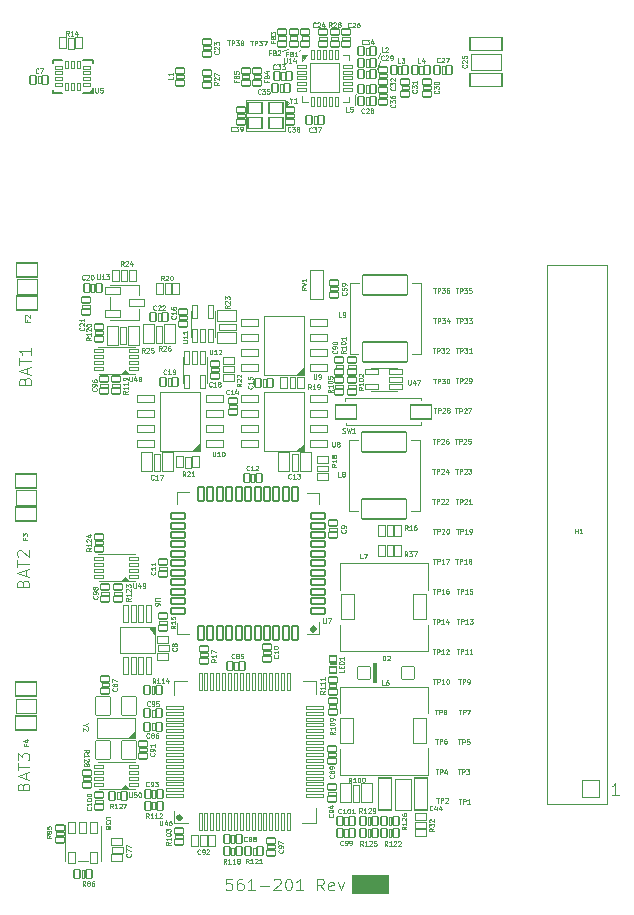
<source format=gbr>
%TF.GenerationSoftware,KiCad,Pcbnew,8.0.2*%
%TF.CreationDate,2024-10-13T20:55:14-05:00*%
%TF.ProjectId,PM1C_Rev_1_2,504d3143-5f52-4657-965f-315f322e6b69,1*%
%TF.SameCoordinates,PX297003ePY8770cd2*%
%TF.FileFunction,Legend,Top*%
%TF.FilePolarity,Positive*%
%FSLAX46Y46*%
G04 Gerber Fmt 4.6, Leading zero omitted, Abs format (unit mm)*
G04 Created by KiCad (PCBNEW 8.0.2) date 2024-10-13 20:55:14*
%MOMM*%
%LPD*%
G01*
G04 APERTURE LIST*
G04 Aperture macros list*
%AMRoundRect*
0 Rectangle with rounded corners*
0 $1 Rounding radius*
0 $2 $3 $4 $5 $6 $7 $8 $9 X,Y pos of 4 corners*
0 Add a 4 corners polygon primitive as box body*
4,1,4,$2,$3,$4,$5,$6,$7,$8,$9,$2,$3,0*
0 Add four circle primitives for the rounded corners*
1,1,$1+$1,$2,$3*
1,1,$1+$1,$4,$5*
1,1,$1+$1,$6,$7*
1,1,$1+$1,$8,$9*
0 Add four rect primitives between the rounded corners*
20,1,$1+$1,$2,$3,$4,$5,0*
20,1,$1+$1,$4,$5,$6,$7,0*
20,1,$1+$1,$6,$7,$8,$9,0*
20,1,$1+$1,$8,$9,$2,$3,0*%
G04 Aperture macros list end*
%ADD10C,0.100000*%
%ADD11C,0.120000*%
%ADD12C,0.050000*%
%ADD13C,0.300000*%
%ADD14C,0.152400*%
%ADD15C,0.200000*%
%ADD16C,0.203000*%
%ADD17RoundRect,0.050000X-0.375000X0.250000X-0.375000X-0.250000X0.375000X-0.250000X0.375000X0.250000X0*%
%ADD18RoundRect,0.050000X-0.200000X0.575000X-0.200000X-0.575000X0.200000X-0.575000X0.200000X0.575000X0*%
%ADD19RoundRect,0.050000X0.375000X-0.250000X0.375000X0.250000X-0.375000X0.250000X-0.375000X-0.250000X0*%
%ADD20RoundRect,0.050000X0.150000X-0.750000X0.150000X0.750000X-0.150000X0.750000X-0.150000X-0.750000X0*%
%ADD21RoundRect,0.050000X0.750000X0.150000X-0.750000X0.150000X-0.750000X-0.150000X0.750000X-0.150000X0*%
%ADD22RoundRect,0.050000X-0.250000X-0.375000X0.250000X-0.375000X0.250000X0.375000X-0.250000X0.375000X0*%
%ADD23C,1.100000*%
%ADD24RoundRect,0.050000X0.500000X-0.300000X0.500000X0.300000X-0.500000X0.300000X-0.500000X-0.300000X0*%
%ADD25RoundRect,0.050000X0.475000X0.775000X-0.475000X0.775000X-0.475000X-0.775000X0.475000X-0.775000X0*%
%ADD26RoundRect,0.050000X0.300000X0.500000X-0.300000X0.500000X-0.300000X-0.500000X0.300000X-0.500000X0*%
%ADD27RoundRect,0.050000X0.250000X0.375000X-0.250000X0.375000X-0.250000X-0.375000X0.250000X-0.375000X0*%
%ADD28RoundRect,0.050000X-0.900000X0.600000X-0.900000X-0.600000X0.900000X-0.600000X0.900000X0.600000X0*%
%ADD29RoundRect,0.050000X0.575000X0.200000X-0.575000X0.200000X-0.575000X-0.200000X0.575000X-0.200000X0*%
%ADD30C,4.113000*%
%ADD31RoundRect,0.050000X-0.575000X-1.350000X0.575000X-1.350000X0.575000X1.350000X-0.575000X1.350000X0*%
%ADD32RoundRect,0.050000X-0.300000X-0.500000X0.300000X-0.500000X0.300000X0.500000X-0.300000X0.500000X0*%
%ADD33RoundRect,0.050000X0.625000X-0.800000X0.625000X0.800000X-0.625000X0.800000X-0.625000X-0.800000X0*%
%ADD34RoundRect,0.050000X0.375000X0.150000X-0.375000X0.150000X-0.375000X-0.150000X0.375000X-0.150000X0*%
%ADD35RoundRect,0.050000X-1.350000X0.575000X-1.350000X-0.575000X1.350000X-0.575000X1.350000X0.575000X0*%
%ADD36RoundRect,0.050000X-0.475000X-0.775000X0.475000X-0.775000X0.475000X0.775000X-0.475000X0.775000X0*%
%ADD37C,1.800000*%
%ADD38RoundRect,0.050000X0.750000X0.300000X-0.750000X0.300000X-0.750000X-0.300000X0.750000X-0.300000X0*%
%ADD39RoundRect,0.050000X-1.900000X0.850000X-1.900000X-0.850000X1.900000X-0.850000X1.900000X0.850000X0*%
%ADD40RoundRect,0.050000X0.600000X0.500000X-0.600000X0.500000X-0.600000X-0.500000X0.600000X-0.500000X0*%
%ADD41RoundRect,0.050000X-0.775000X0.475000X-0.775000X-0.475000X0.775000X-0.475000X0.775000X0.475000X0*%
%ADD42RoundRect,0.050000X-0.365000X-0.150000X0.365000X-0.150000X0.365000X0.150000X-0.365000X0.150000X0*%
%ADD43RoundRect,0.050000X0.150000X-0.365000X0.150000X0.365000X-0.150000X0.365000X-0.150000X-0.365000X0*%
%ADD44RoundRect,0.050000X1.250000X-1.250000X1.250000X1.250000X-1.250000X1.250000X-1.250000X-1.250000X0*%
%ADD45O,4.164000X2.640000*%
%ADD46O,4.164000X1.928800*%
%ADD47RoundRect,0.050000X0.600000X0.250000X-0.600000X0.250000X-0.600000X-0.250000X0.600000X-0.250000X0*%
%ADD48RoundRect,0.050000X-0.250000X0.600000X-0.250000X-0.600000X0.250000X-0.600000X0.250000X0.600000X0*%
%ADD49RoundRect,0.050000X0.575000X1.050000X-0.575000X1.050000X-0.575000X-1.050000X0.575000X-1.050000X0*%
%ADD50RoundRect,0.050000X0.300000X-0.250000X0.300000X0.250000X-0.300000X0.250000X-0.300000X-0.250000X0*%
%ADD51RoundRect,0.050000X-0.500000X0.300000X-0.500000X-0.300000X0.500000X-0.300000X0.500000X0.300000X0*%
%ADD52RoundRect,0.050000X0.650000X-0.300000X0.650000X0.300000X-0.650000X0.300000X-0.650000X-0.300000X0*%
%ADD53RoundRect,0.050000X0.550000X0.550000X-0.550000X0.550000X-0.550000X-0.550000X0.550000X-0.550000X0*%
%ADD54RoundRect,0.050000X-0.575000X-1.050000X0.575000X-1.050000X0.575000X1.050000X-0.575000X1.050000X0*%
%ADD55RoundRect,0.050000X0.750000X-0.750000X0.750000X0.750000X-0.750000X0.750000X-0.750000X-0.750000X0*%
%ADD56C,1.600000*%
%ADD57RoundRect,0.050000X-0.266700X0.152400X-0.266700X-0.152400X0.266700X-0.152400X0.266700X0.152400X0*%
%ADD58RoundRect,0.050000X0.152400X0.266700X-0.152400X0.266700X-0.152400X-0.266700X0.152400X-0.266700X0*%
%ADD59RoundRect,0.050000X-0.900000X-0.600000X0.900000X-0.600000X0.900000X0.600000X-0.900000X0.600000X0*%
%ADD60RoundRect,0.050000X0.300000X-0.500000X0.300000X0.500000X-0.300000X0.500000X-0.300000X-0.500000X0*%
%ADD61RoundRect,0.050000X-0.225000X0.700000X-0.225000X-0.700000X0.225000X-0.700000X0.225000X0.700000X0*%
%ADD62RoundRect,0.050000X0.200000X-0.575000X0.200000X0.575000X-0.200000X0.575000X-0.200000X-0.575000X0*%
%ADD63C,0.900000*%
%ADD64C,1.243000*%
%ADD65C,1.241748*%
G04 APERTURE END LIST*
D10*
X39734600Y81639700D02*
X39944600Y81834700D01*
X46434600Y81084700D02*
X46649600Y81514700D01*
X44694600Y78099700D02*
X44499600Y77969700D01*
X44499600Y77969700D02*
X44499600Y77054700D01*
X38349600Y81649700D02*
X38844600Y81874700D01*
X44259600Y11909700D02*
X47259600Y11909700D01*
X47259600Y10409700D01*
X44259600Y10409700D01*
X44259600Y11909700D01*
G36*
X44259600Y11909700D02*
G01*
X47259600Y11909700D01*
X47259600Y10409700D01*
X44259600Y10409700D01*
X44259600Y11909700D01*
G37*
X46354600Y80114700D02*
X46589600Y80789700D01*
D11*
X34067832Y11603321D02*
X33591642Y11603321D01*
X33591642Y11603321D02*
X33544023Y11127131D01*
X33544023Y11127131D02*
X33591642Y11174750D01*
X33591642Y11174750D02*
X33686880Y11222369D01*
X33686880Y11222369D02*
X33924975Y11222369D01*
X33924975Y11222369D02*
X34020213Y11174750D01*
X34020213Y11174750D02*
X34067832Y11127131D01*
X34067832Y11127131D02*
X34115451Y11031893D01*
X34115451Y11031893D02*
X34115451Y10793798D01*
X34115451Y10793798D02*
X34067832Y10698560D01*
X34067832Y10698560D02*
X34020213Y10650940D01*
X34020213Y10650940D02*
X33924975Y10603321D01*
X33924975Y10603321D02*
X33686880Y10603321D01*
X33686880Y10603321D02*
X33591642Y10650940D01*
X33591642Y10650940D02*
X33544023Y10698560D01*
X34972594Y11603321D02*
X34782118Y11603321D01*
X34782118Y11603321D02*
X34686880Y11555702D01*
X34686880Y11555702D02*
X34639261Y11508083D01*
X34639261Y11508083D02*
X34544023Y11365226D01*
X34544023Y11365226D02*
X34496404Y11174750D01*
X34496404Y11174750D02*
X34496404Y10793798D01*
X34496404Y10793798D02*
X34544023Y10698560D01*
X34544023Y10698560D02*
X34591642Y10650940D01*
X34591642Y10650940D02*
X34686880Y10603321D01*
X34686880Y10603321D02*
X34877356Y10603321D01*
X34877356Y10603321D02*
X34972594Y10650940D01*
X34972594Y10650940D02*
X35020213Y10698560D01*
X35020213Y10698560D02*
X35067832Y10793798D01*
X35067832Y10793798D02*
X35067832Y11031893D01*
X35067832Y11031893D02*
X35020213Y11127131D01*
X35020213Y11127131D02*
X34972594Y11174750D01*
X34972594Y11174750D02*
X34877356Y11222369D01*
X34877356Y11222369D02*
X34686880Y11222369D01*
X34686880Y11222369D02*
X34591642Y11174750D01*
X34591642Y11174750D02*
X34544023Y11127131D01*
X34544023Y11127131D02*
X34496404Y11031893D01*
X36020213Y10603321D02*
X35448785Y10603321D01*
X35734499Y10603321D02*
X35734499Y11603321D01*
X35734499Y11603321D02*
X35639261Y11460464D01*
X35639261Y11460464D02*
X35544023Y11365226D01*
X35544023Y11365226D02*
X35448785Y11317607D01*
X36448785Y10984274D02*
X37210690Y10984274D01*
X37639261Y11508083D02*
X37686880Y11555702D01*
X37686880Y11555702D02*
X37782118Y11603321D01*
X37782118Y11603321D02*
X38020213Y11603321D01*
X38020213Y11603321D02*
X38115451Y11555702D01*
X38115451Y11555702D02*
X38163070Y11508083D01*
X38163070Y11508083D02*
X38210689Y11412845D01*
X38210689Y11412845D02*
X38210689Y11317607D01*
X38210689Y11317607D02*
X38163070Y11174750D01*
X38163070Y11174750D02*
X37591642Y10603321D01*
X37591642Y10603321D02*
X38210689Y10603321D01*
X38829737Y11603321D02*
X38924975Y11603321D01*
X38924975Y11603321D02*
X39020213Y11555702D01*
X39020213Y11555702D02*
X39067832Y11508083D01*
X39067832Y11508083D02*
X39115451Y11412845D01*
X39115451Y11412845D02*
X39163070Y11222369D01*
X39163070Y11222369D02*
X39163070Y10984274D01*
X39163070Y10984274D02*
X39115451Y10793798D01*
X39115451Y10793798D02*
X39067832Y10698560D01*
X39067832Y10698560D02*
X39020213Y10650940D01*
X39020213Y10650940D02*
X38924975Y10603321D01*
X38924975Y10603321D02*
X38829737Y10603321D01*
X38829737Y10603321D02*
X38734499Y10650940D01*
X38734499Y10650940D02*
X38686880Y10698560D01*
X38686880Y10698560D02*
X38639261Y10793798D01*
X38639261Y10793798D02*
X38591642Y10984274D01*
X38591642Y10984274D02*
X38591642Y11222369D01*
X38591642Y11222369D02*
X38639261Y11412845D01*
X38639261Y11412845D02*
X38686880Y11508083D01*
X38686880Y11508083D02*
X38734499Y11555702D01*
X38734499Y11555702D02*
X38829737Y11603321D01*
X40115451Y10603321D02*
X39544023Y10603321D01*
X39829737Y10603321D02*
X39829737Y11603321D01*
X39829737Y11603321D02*
X39734499Y11460464D01*
X39734499Y11460464D02*
X39639261Y11365226D01*
X39639261Y11365226D02*
X39544023Y11317607D01*
X41877356Y10603321D02*
X41544023Y11079512D01*
X41305928Y10603321D02*
X41305928Y11603321D01*
X41305928Y11603321D02*
X41686880Y11603321D01*
X41686880Y11603321D02*
X41782118Y11555702D01*
X41782118Y11555702D02*
X41829737Y11508083D01*
X41829737Y11508083D02*
X41877356Y11412845D01*
X41877356Y11412845D02*
X41877356Y11269988D01*
X41877356Y11269988D02*
X41829737Y11174750D01*
X41829737Y11174750D02*
X41782118Y11127131D01*
X41782118Y11127131D02*
X41686880Y11079512D01*
X41686880Y11079512D02*
X41305928Y11079512D01*
X42686880Y10650940D02*
X42591642Y10603321D01*
X42591642Y10603321D02*
X42401166Y10603321D01*
X42401166Y10603321D02*
X42305928Y10650940D01*
X42305928Y10650940D02*
X42258309Y10746179D01*
X42258309Y10746179D02*
X42258309Y11127131D01*
X42258309Y11127131D02*
X42305928Y11222369D01*
X42305928Y11222369D02*
X42401166Y11269988D01*
X42401166Y11269988D02*
X42591642Y11269988D01*
X42591642Y11269988D02*
X42686880Y11222369D01*
X42686880Y11222369D02*
X42734499Y11127131D01*
X42734499Y11127131D02*
X42734499Y11031893D01*
X42734499Y11031893D02*
X42258309Y10936655D01*
X43067833Y11269988D02*
X43305928Y10603321D01*
X43305928Y10603321D02*
X43544023Y11269988D01*
D12*
X38379952Y14026404D02*
X38399000Y14007356D01*
X38399000Y14007356D02*
X38418047Y13950214D01*
X38418047Y13950214D02*
X38418047Y13912118D01*
X38418047Y13912118D02*
X38399000Y13854975D01*
X38399000Y13854975D02*
X38360904Y13816880D01*
X38360904Y13816880D02*
X38322809Y13797833D01*
X38322809Y13797833D02*
X38246619Y13778785D01*
X38246619Y13778785D02*
X38189476Y13778785D01*
X38189476Y13778785D02*
X38113285Y13797833D01*
X38113285Y13797833D02*
X38075190Y13816880D01*
X38075190Y13816880D02*
X38037095Y13854975D01*
X38037095Y13854975D02*
X38018047Y13912118D01*
X38018047Y13912118D02*
X38018047Y13950214D01*
X38018047Y13950214D02*
X38037095Y14007356D01*
X38037095Y14007356D02*
X38056142Y14026404D01*
X38418047Y14216880D02*
X38418047Y14293071D01*
X38418047Y14293071D02*
X38399000Y14331166D01*
X38399000Y14331166D02*
X38379952Y14350214D01*
X38379952Y14350214D02*
X38322809Y14388309D01*
X38322809Y14388309D02*
X38246619Y14407356D01*
X38246619Y14407356D02*
X38094238Y14407356D01*
X38094238Y14407356D02*
X38056142Y14388309D01*
X38056142Y14388309D02*
X38037095Y14369261D01*
X38037095Y14369261D02*
X38018047Y14331166D01*
X38018047Y14331166D02*
X38018047Y14254975D01*
X38018047Y14254975D02*
X38037095Y14216880D01*
X38037095Y14216880D02*
X38056142Y14197833D01*
X38056142Y14197833D02*
X38094238Y14178785D01*
X38094238Y14178785D02*
X38189476Y14178785D01*
X38189476Y14178785D02*
X38227571Y14197833D01*
X38227571Y14197833D02*
X38246619Y14216880D01*
X38246619Y14216880D02*
X38265666Y14254975D01*
X38265666Y14254975D02*
X38265666Y14331166D01*
X38265666Y14331166D02*
X38246619Y14369261D01*
X38246619Y14369261D02*
X38227571Y14388309D01*
X38227571Y14388309D02*
X38189476Y14407356D01*
X38018047Y14540689D02*
X38018047Y14807356D01*
X38018047Y14807356D02*
X38418047Y14635927D01*
X32187732Y56371253D02*
X32187732Y56047443D01*
X32187732Y56047443D02*
X32206779Y56009348D01*
X32206779Y56009348D02*
X32225827Y55990300D01*
X32225827Y55990300D02*
X32263922Y55971253D01*
X32263922Y55971253D02*
X32340113Y55971253D01*
X32340113Y55971253D02*
X32378208Y55990300D01*
X32378208Y55990300D02*
X32397255Y56009348D01*
X32397255Y56009348D02*
X32416303Y56047443D01*
X32416303Y56047443D02*
X32416303Y56371253D01*
X32816303Y55971253D02*
X32587732Y55971253D01*
X32702018Y55971253D02*
X32702018Y56371253D01*
X32702018Y56371253D02*
X32663922Y56314110D01*
X32663922Y56314110D02*
X32625827Y56276015D01*
X32625827Y56276015D02*
X32587732Y56256967D01*
X32968684Y56333158D02*
X32987732Y56352205D01*
X32987732Y56352205D02*
X33025827Y56371253D01*
X33025827Y56371253D02*
X33121065Y56371253D01*
X33121065Y56371253D02*
X33159160Y56352205D01*
X33159160Y56352205D02*
X33178208Y56333158D01*
X33178208Y56333158D02*
X33197255Y56295062D01*
X33197255Y56295062D02*
X33197255Y56256967D01*
X33197255Y56256967D02*
X33178208Y56199824D01*
X33178208Y56199824D02*
X32949636Y55971253D01*
X32949636Y55971253D02*
X33197255Y55971253D01*
X34246703Y74899648D02*
X34227655Y74880600D01*
X34227655Y74880600D02*
X34170513Y74861553D01*
X34170513Y74861553D02*
X34132417Y74861553D01*
X34132417Y74861553D02*
X34075274Y74880600D01*
X34075274Y74880600D02*
X34037179Y74918696D01*
X34037179Y74918696D02*
X34018132Y74956791D01*
X34018132Y74956791D02*
X33999084Y75032981D01*
X33999084Y75032981D02*
X33999084Y75090124D01*
X33999084Y75090124D02*
X34018132Y75166315D01*
X34018132Y75166315D02*
X34037179Y75204410D01*
X34037179Y75204410D02*
X34075274Y75242505D01*
X34075274Y75242505D02*
X34132417Y75261553D01*
X34132417Y75261553D02*
X34170513Y75261553D01*
X34170513Y75261553D02*
X34227655Y75242505D01*
X34227655Y75242505D02*
X34246703Y75223458D01*
X34380036Y75261553D02*
X34627655Y75261553D01*
X34627655Y75261553D02*
X34494322Y75109172D01*
X34494322Y75109172D02*
X34551465Y75109172D01*
X34551465Y75109172D02*
X34589560Y75090124D01*
X34589560Y75090124D02*
X34608608Y75071077D01*
X34608608Y75071077D02*
X34627655Y75032981D01*
X34627655Y75032981D02*
X34627655Y74937743D01*
X34627655Y74937743D02*
X34608608Y74899648D01*
X34608608Y74899648D02*
X34589560Y74880600D01*
X34589560Y74880600D02*
X34551465Y74861553D01*
X34551465Y74861553D02*
X34437179Y74861553D01*
X34437179Y74861553D02*
X34399084Y74880600D01*
X34399084Y74880600D02*
X34380036Y74899648D01*
X34818131Y74861553D02*
X34894322Y74861553D01*
X34894322Y74861553D02*
X34932417Y74880600D01*
X34932417Y74880600D02*
X34951465Y74899648D01*
X34951465Y74899648D02*
X34989560Y74956791D01*
X34989560Y74956791D02*
X35008607Y75032981D01*
X35008607Y75032981D02*
X35008607Y75185362D01*
X35008607Y75185362D02*
X34989560Y75223458D01*
X34989560Y75223458D02*
X34970512Y75242505D01*
X34970512Y75242505D02*
X34932417Y75261553D01*
X34932417Y75261553D02*
X34856226Y75261553D01*
X34856226Y75261553D02*
X34818131Y75242505D01*
X34818131Y75242505D02*
X34799084Y75223458D01*
X34799084Y75223458D02*
X34780036Y75185362D01*
X34780036Y75185362D02*
X34780036Y75090124D01*
X34780036Y75090124D02*
X34799084Y75052029D01*
X34799084Y75052029D02*
X34818131Y75032981D01*
X34818131Y75032981D02*
X34856226Y75013934D01*
X34856226Y75013934D02*
X34932417Y75013934D01*
X34932417Y75013934D02*
X34970512Y75032981D01*
X34970512Y75032981D02*
X34989560Y75052029D01*
X34989560Y75052029D02*
X35008607Y75090124D01*
X18788017Y15251498D02*
X18597541Y15118165D01*
X18788017Y15022927D02*
X18388017Y15022927D01*
X18388017Y15022927D02*
X18388017Y15175308D01*
X18388017Y15175308D02*
X18407065Y15213403D01*
X18407065Y15213403D02*
X18426112Y15232450D01*
X18426112Y15232450D02*
X18464208Y15251498D01*
X18464208Y15251498D02*
X18521350Y15251498D01*
X18521350Y15251498D02*
X18559446Y15232450D01*
X18559446Y15232450D02*
X18578493Y15213403D01*
X18578493Y15213403D02*
X18597541Y15175308D01*
X18597541Y15175308D02*
X18597541Y15022927D01*
X18559446Y15480069D02*
X18540398Y15441974D01*
X18540398Y15441974D02*
X18521350Y15422927D01*
X18521350Y15422927D02*
X18483255Y15403879D01*
X18483255Y15403879D02*
X18464208Y15403879D01*
X18464208Y15403879D02*
X18426112Y15422927D01*
X18426112Y15422927D02*
X18407065Y15441974D01*
X18407065Y15441974D02*
X18388017Y15480069D01*
X18388017Y15480069D02*
X18388017Y15556260D01*
X18388017Y15556260D02*
X18407065Y15594355D01*
X18407065Y15594355D02*
X18426112Y15613403D01*
X18426112Y15613403D02*
X18464208Y15632450D01*
X18464208Y15632450D02*
X18483255Y15632450D01*
X18483255Y15632450D02*
X18521350Y15613403D01*
X18521350Y15613403D02*
X18540398Y15594355D01*
X18540398Y15594355D02*
X18559446Y15556260D01*
X18559446Y15556260D02*
X18559446Y15480069D01*
X18559446Y15480069D02*
X18578493Y15441974D01*
X18578493Y15441974D02*
X18597541Y15422927D01*
X18597541Y15422927D02*
X18635636Y15403879D01*
X18635636Y15403879D02*
X18711827Y15403879D01*
X18711827Y15403879D02*
X18749922Y15422927D01*
X18749922Y15422927D02*
X18768970Y15441974D01*
X18768970Y15441974D02*
X18788017Y15480069D01*
X18788017Y15480069D02*
X18788017Y15556260D01*
X18788017Y15556260D02*
X18768970Y15594355D01*
X18768970Y15594355D02*
X18749922Y15613403D01*
X18749922Y15613403D02*
X18711827Y15632450D01*
X18711827Y15632450D02*
X18635636Y15632450D01*
X18635636Y15632450D02*
X18597541Y15613403D01*
X18597541Y15613403D02*
X18578493Y15594355D01*
X18578493Y15594355D02*
X18559446Y15556260D01*
X18388017Y15994355D02*
X18388017Y15803879D01*
X18388017Y15803879D02*
X18578493Y15784831D01*
X18578493Y15784831D02*
X18559446Y15803879D01*
X18559446Y15803879D02*
X18540398Y15841974D01*
X18540398Y15841974D02*
X18540398Y15937212D01*
X18540398Y15937212D02*
X18559446Y15975307D01*
X18559446Y15975307D02*
X18578493Y15994355D01*
X18578493Y15994355D02*
X18616589Y16013402D01*
X18616589Y16013402D02*
X18711827Y16013402D01*
X18711827Y16013402D02*
X18749922Y15994355D01*
X18749922Y15994355D02*
X18768970Y15975307D01*
X18768970Y15975307D02*
X18788017Y15937212D01*
X18788017Y15937212D02*
X18788017Y15841974D01*
X18788017Y15841974D02*
X18768970Y15803879D01*
X18768970Y15803879D02*
X18749922Y15784831D01*
X37018523Y79161166D02*
X37018523Y79027833D01*
X37228047Y79027833D02*
X36828047Y79027833D01*
X36828047Y79027833D02*
X36828047Y79218309D01*
X37018523Y79504023D02*
X37037571Y79561166D01*
X37037571Y79561166D02*
X37056619Y79580213D01*
X37056619Y79580213D02*
X37094714Y79599261D01*
X37094714Y79599261D02*
X37151857Y79599261D01*
X37151857Y79599261D02*
X37189952Y79580213D01*
X37189952Y79580213D02*
X37209000Y79561166D01*
X37209000Y79561166D02*
X37228047Y79523071D01*
X37228047Y79523071D02*
X37228047Y79370690D01*
X37228047Y79370690D02*
X36828047Y79370690D01*
X36828047Y79370690D02*
X36828047Y79504023D01*
X36828047Y79504023D02*
X36847095Y79542118D01*
X36847095Y79542118D02*
X36866142Y79561166D01*
X36866142Y79561166D02*
X36904238Y79580213D01*
X36904238Y79580213D02*
X36942333Y79580213D01*
X36942333Y79580213D02*
X36980428Y79561166D01*
X36980428Y79561166D02*
X36999476Y79542118D01*
X36999476Y79542118D02*
X37018523Y79504023D01*
X37018523Y79504023D02*
X37018523Y79370690D01*
X36961380Y79942118D02*
X37228047Y79942118D01*
X36809000Y79846880D02*
X37094714Y79751642D01*
X37094714Y79751642D02*
X37094714Y79999261D01*
X27978132Y16501553D02*
X27978132Y16177743D01*
X27978132Y16177743D02*
X27997179Y16139648D01*
X27997179Y16139648D02*
X28016227Y16120600D01*
X28016227Y16120600D02*
X28054322Y16101553D01*
X28054322Y16101553D02*
X28130513Y16101553D01*
X28130513Y16101553D02*
X28168608Y16120600D01*
X28168608Y16120600D02*
X28187655Y16139648D01*
X28187655Y16139648D02*
X28206703Y16177743D01*
X28206703Y16177743D02*
X28206703Y16501553D01*
X28568608Y16368220D02*
X28568608Y16101553D01*
X28473370Y16520600D02*
X28378132Y16234886D01*
X28378132Y16234886D02*
X28625751Y16234886D01*
X28949560Y16501553D02*
X28873370Y16501553D01*
X28873370Y16501553D02*
X28835274Y16482505D01*
X28835274Y16482505D02*
X28816227Y16463458D01*
X28816227Y16463458D02*
X28778132Y16406315D01*
X28778132Y16406315D02*
X28759084Y16330124D01*
X28759084Y16330124D02*
X28759084Y16177743D01*
X28759084Y16177743D02*
X28778132Y16139648D01*
X28778132Y16139648D02*
X28797179Y16120600D01*
X28797179Y16120600D02*
X28835274Y16101553D01*
X28835274Y16101553D02*
X28911465Y16101553D01*
X28911465Y16101553D02*
X28949560Y16120600D01*
X28949560Y16120600D02*
X28968608Y16139648D01*
X28968608Y16139648D02*
X28987655Y16177743D01*
X28987655Y16177743D02*
X28987655Y16272981D01*
X28987655Y16272981D02*
X28968608Y16311077D01*
X28968608Y16311077D02*
X28949560Y16330124D01*
X28949560Y16330124D02*
X28911465Y16349172D01*
X28911465Y16349172D02*
X28835274Y16349172D01*
X28835274Y16349172D02*
X28797179Y16330124D01*
X28797179Y16330124D02*
X28778132Y16311077D01*
X28778132Y16311077D02*
X28759084Y16272981D01*
X45291303Y76449348D02*
X45272255Y76430300D01*
X45272255Y76430300D02*
X45215113Y76411253D01*
X45215113Y76411253D02*
X45177017Y76411253D01*
X45177017Y76411253D02*
X45119874Y76430300D01*
X45119874Y76430300D02*
X45081779Y76468396D01*
X45081779Y76468396D02*
X45062732Y76506491D01*
X45062732Y76506491D02*
X45043684Y76582681D01*
X45043684Y76582681D02*
X45043684Y76639824D01*
X45043684Y76639824D02*
X45062732Y76716015D01*
X45062732Y76716015D02*
X45081779Y76754110D01*
X45081779Y76754110D02*
X45119874Y76792205D01*
X45119874Y76792205D02*
X45177017Y76811253D01*
X45177017Y76811253D02*
X45215113Y76811253D01*
X45215113Y76811253D02*
X45272255Y76792205D01*
X45272255Y76792205D02*
X45291303Y76773158D01*
X45443684Y76773158D02*
X45462732Y76792205D01*
X45462732Y76792205D02*
X45500827Y76811253D01*
X45500827Y76811253D02*
X45596065Y76811253D01*
X45596065Y76811253D02*
X45634160Y76792205D01*
X45634160Y76792205D02*
X45653208Y76773158D01*
X45653208Y76773158D02*
X45672255Y76735062D01*
X45672255Y76735062D02*
X45672255Y76696967D01*
X45672255Y76696967D02*
X45653208Y76639824D01*
X45653208Y76639824D02*
X45424636Y76411253D01*
X45424636Y76411253D02*
X45672255Y76411253D01*
X45900826Y76639824D02*
X45862731Y76658872D01*
X45862731Y76658872D02*
X45843684Y76677920D01*
X45843684Y76677920D02*
X45824636Y76716015D01*
X45824636Y76716015D02*
X45824636Y76735062D01*
X45824636Y76735062D02*
X45843684Y76773158D01*
X45843684Y76773158D02*
X45862731Y76792205D01*
X45862731Y76792205D02*
X45900826Y76811253D01*
X45900826Y76811253D02*
X45977017Y76811253D01*
X45977017Y76811253D02*
X46015112Y76792205D01*
X46015112Y76792205D02*
X46034160Y76773158D01*
X46034160Y76773158D02*
X46053207Y76735062D01*
X46053207Y76735062D02*
X46053207Y76716015D01*
X46053207Y76716015D02*
X46034160Y76677920D01*
X46034160Y76677920D02*
X46015112Y76658872D01*
X46015112Y76658872D02*
X45977017Y76639824D01*
X45977017Y76639824D02*
X45900826Y76639824D01*
X45900826Y76639824D02*
X45862731Y76620777D01*
X45862731Y76620777D02*
X45843684Y76601729D01*
X45843684Y76601729D02*
X45824636Y76563634D01*
X45824636Y76563634D02*
X45824636Y76487443D01*
X45824636Y76487443D02*
X45843684Y76449348D01*
X45843684Y76449348D02*
X45862731Y76430300D01*
X45862731Y76430300D02*
X45900826Y76411253D01*
X45900826Y76411253D02*
X45977017Y76411253D01*
X45977017Y76411253D02*
X46015112Y76430300D01*
X46015112Y76430300D02*
X46034160Y76449348D01*
X46034160Y76449348D02*
X46053207Y76487443D01*
X46053207Y76487443D02*
X46053207Y76563634D01*
X46053207Y76563634D02*
X46034160Y76601729D01*
X46034160Y76601729D02*
X46015112Y76620777D01*
X46015112Y76620777D02*
X45977017Y76639824D01*
X35556303Y46194348D02*
X35537255Y46175300D01*
X35537255Y46175300D02*
X35480113Y46156253D01*
X35480113Y46156253D02*
X35442017Y46156253D01*
X35442017Y46156253D02*
X35384874Y46175300D01*
X35384874Y46175300D02*
X35346779Y46213396D01*
X35346779Y46213396D02*
X35327732Y46251491D01*
X35327732Y46251491D02*
X35308684Y46327681D01*
X35308684Y46327681D02*
X35308684Y46384824D01*
X35308684Y46384824D02*
X35327732Y46461015D01*
X35327732Y46461015D02*
X35346779Y46499110D01*
X35346779Y46499110D02*
X35384874Y46537205D01*
X35384874Y46537205D02*
X35442017Y46556253D01*
X35442017Y46556253D02*
X35480113Y46556253D01*
X35480113Y46556253D02*
X35537255Y46537205D01*
X35537255Y46537205D02*
X35556303Y46518158D01*
X35937255Y46156253D02*
X35708684Y46156253D01*
X35822970Y46156253D02*
X35822970Y46556253D01*
X35822970Y46556253D02*
X35784874Y46499110D01*
X35784874Y46499110D02*
X35746779Y46461015D01*
X35746779Y46461015D02*
X35708684Y46441967D01*
X36089636Y46518158D02*
X36108684Y46537205D01*
X36108684Y46537205D02*
X36146779Y46556253D01*
X36146779Y46556253D02*
X36242017Y46556253D01*
X36242017Y46556253D02*
X36280112Y46537205D01*
X36280112Y46537205D02*
X36299160Y46518158D01*
X36299160Y46518158D02*
X36318207Y46480062D01*
X36318207Y46480062D02*
X36318207Y46441967D01*
X36318207Y46441967D02*
X36299160Y46384824D01*
X36299160Y46384824D02*
X36070588Y46156253D01*
X36070588Y46156253D02*
X36318207Y46156253D01*
X35645989Y82551553D02*
X35874560Y82551553D01*
X35760274Y82151553D02*
X35760274Y82551553D01*
X36007894Y82151553D02*
X36007894Y82551553D01*
X36007894Y82551553D02*
X36160275Y82551553D01*
X36160275Y82551553D02*
X36198370Y82532505D01*
X36198370Y82532505D02*
X36217417Y82513458D01*
X36217417Y82513458D02*
X36236465Y82475362D01*
X36236465Y82475362D02*
X36236465Y82418220D01*
X36236465Y82418220D02*
X36217417Y82380124D01*
X36217417Y82380124D02*
X36198370Y82361077D01*
X36198370Y82361077D02*
X36160275Y82342029D01*
X36160275Y82342029D02*
X36007894Y82342029D01*
X36369798Y82551553D02*
X36617417Y82551553D01*
X36617417Y82551553D02*
X36484084Y82399172D01*
X36484084Y82399172D02*
X36541227Y82399172D01*
X36541227Y82399172D02*
X36579322Y82380124D01*
X36579322Y82380124D02*
X36598370Y82361077D01*
X36598370Y82361077D02*
X36617417Y82322981D01*
X36617417Y82322981D02*
X36617417Y82227743D01*
X36617417Y82227743D02*
X36598370Y82189648D01*
X36598370Y82189648D02*
X36579322Y82170600D01*
X36579322Y82170600D02*
X36541227Y82151553D01*
X36541227Y82151553D02*
X36426941Y82151553D01*
X36426941Y82151553D02*
X36388846Y82170600D01*
X36388846Y82170600D02*
X36369798Y82189648D01*
X36750750Y82551553D02*
X37017417Y82551553D01*
X37017417Y82551553D02*
X36845988Y82151553D01*
X21539922Y58251498D02*
X21558970Y58232450D01*
X21558970Y58232450D02*
X21578017Y58175308D01*
X21578017Y58175308D02*
X21578017Y58137212D01*
X21578017Y58137212D02*
X21558970Y58080069D01*
X21558970Y58080069D02*
X21520874Y58041974D01*
X21520874Y58041974D02*
X21482779Y58022927D01*
X21482779Y58022927D02*
X21406589Y58003879D01*
X21406589Y58003879D02*
X21349446Y58003879D01*
X21349446Y58003879D02*
X21273255Y58022927D01*
X21273255Y58022927D02*
X21235160Y58041974D01*
X21235160Y58041974D02*
X21197065Y58080069D01*
X21197065Y58080069D02*
X21178017Y58137212D01*
X21178017Y58137212D02*
X21178017Y58175308D01*
X21178017Y58175308D02*
X21197065Y58232450D01*
X21197065Y58232450D02*
X21216112Y58251498D01*
X21216112Y58403879D02*
X21197065Y58422927D01*
X21197065Y58422927D02*
X21178017Y58461022D01*
X21178017Y58461022D02*
X21178017Y58556260D01*
X21178017Y58556260D02*
X21197065Y58594355D01*
X21197065Y58594355D02*
X21216112Y58613403D01*
X21216112Y58613403D02*
X21254208Y58632450D01*
X21254208Y58632450D02*
X21292303Y58632450D01*
X21292303Y58632450D02*
X21349446Y58613403D01*
X21349446Y58613403D02*
X21578017Y58384831D01*
X21578017Y58384831D02*
X21578017Y58632450D01*
X21578017Y59013402D02*
X21578017Y58784831D01*
X21578017Y58899117D02*
X21178017Y58899117D01*
X21178017Y58899117D02*
X21235160Y58861021D01*
X21235160Y58861021D02*
X21273255Y58822926D01*
X21273255Y58822926D02*
X21292303Y58784831D01*
X51145989Y59041553D02*
X51374560Y59041553D01*
X51260274Y58641553D02*
X51260274Y59041553D01*
X51507894Y58641553D02*
X51507894Y59041553D01*
X51507894Y59041553D02*
X51660275Y59041553D01*
X51660275Y59041553D02*
X51698370Y59022505D01*
X51698370Y59022505D02*
X51717417Y59003458D01*
X51717417Y59003458D02*
X51736465Y58965362D01*
X51736465Y58965362D02*
X51736465Y58908220D01*
X51736465Y58908220D02*
X51717417Y58870124D01*
X51717417Y58870124D02*
X51698370Y58851077D01*
X51698370Y58851077D02*
X51660275Y58832029D01*
X51660275Y58832029D02*
X51507894Y58832029D01*
X51869798Y59041553D02*
X52117417Y59041553D01*
X52117417Y59041553D02*
X51984084Y58889172D01*
X51984084Y58889172D02*
X52041227Y58889172D01*
X52041227Y58889172D02*
X52079322Y58870124D01*
X52079322Y58870124D02*
X52098370Y58851077D01*
X52098370Y58851077D02*
X52117417Y58812981D01*
X52117417Y58812981D02*
X52117417Y58717743D01*
X52117417Y58717743D02*
X52098370Y58679648D01*
X52098370Y58679648D02*
X52079322Y58660600D01*
X52079322Y58660600D02*
X52041227Y58641553D01*
X52041227Y58641553D02*
X51926941Y58641553D01*
X51926941Y58641553D02*
X51888846Y58660600D01*
X51888846Y58660600D02*
X51869798Y58679648D01*
X52460274Y58908220D02*
X52460274Y58641553D01*
X52365036Y59060600D02*
X52269798Y58774886D01*
X52269798Y58774886D02*
X52517417Y58774886D01*
X29379952Y31121404D02*
X29399000Y31102356D01*
X29399000Y31102356D02*
X29418047Y31045214D01*
X29418047Y31045214D02*
X29418047Y31007118D01*
X29418047Y31007118D02*
X29399000Y30949975D01*
X29399000Y30949975D02*
X29360904Y30911880D01*
X29360904Y30911880D02*
X29322809Y30892833D01*
X29322809Y30892833D02*
X29246619Y30873785D01*
X29246619Y30873785D02*
X29189476Y30873785D01*
X29189476Y30873785D02*
X29113285Y30892833D01*
X29113285Y30892833D02*
X29075190Y30911880D01*
X29075190Y30911880D02*
X29037095Y30949975D01*
X29037095Y30949975D02*
X29018047Y31007118D01*
X29018047Y31007118D02*
X29018047Y31045214D01*
X29018047Y31045214D02*
X29037095Y31102356D01*
X29037095Y31102356D02*
X29056142Y31121404D01*
X29189476Y31349975D02*
X29170428Y31311880D01*
X29170428Y31311880D02*
X29151380Y31292833D01*
X29151380Y31292833D02*
X29113285Y31273785D01*
X29113285Y31273785D02*
X29094238Y31273785D01*
X29094238Y31273785D02*
X29056142Y31292833D01*
X29056142Y31292833D02*
X29037095Y31311880D01*
X29037095Y31311880D02*
X29018047Y31349975D01*
X29018047Y31349975D02*
X29018047Y31426166D01*
X29018047Y31426166D02*
X29037095Y31464261D01*
X29037095Y31464261D02*
X29056142Y31483309D01*
X29056142Y31483309D02*
X29094238Y31502356D01*
X29094238Y31502356D02*
X29113285Y31502356D01*
X29113285Y31502356D02*
X29151380Y31483309D01*
X29151380Y31483309D02*
X29170428Y31464261D01*
X29170428Y31464261D02*
X29189476Y31426166D01*
X29189476Y31426166D02*
X29189476Y31349975D01*
X29189476Y31349975D02*
X29208523Y31311880D01*
X29208523Y31311880D02*
X29227571Y31292833D01*
X29227571Y31292833D02*
X29265666Y31273785D01*
X29265666Y31273785D02*
X29341857Y31273785D01*
X29341857Y31273785D02*
X29379952Y31292833D01*
X29379952Y31292833D02*
X29399000Y31311880D01*
X29399000Y31311880D02*
X29418047Y31349975D01*
X29418047Y31349975D02*
X29418047Y31426166D01*
X29418047Y31426166D02*
X29399000Y31464261D01*
X29399000Y31464261D02*
X29379952Y31483309D01*
X29379952Y31483309D02*
X29341857Y31502356D01*
X29341857Y31502356D02*
X29265666Y31502356D01*
X29265666Y31502356D02*
X29227571Y31483309D01*
X29227571Y31483309D02*
X29208523Y31464261D01*
X29208523Y31464261D02*
X29189476Y31426166D01*
X26694073Y56125997D02*
X26560740Y56316473D01*
X26465502Y56125997D02*
X26465502Y56525997D01*
X26465502Y56525997D02*
X26617883Y56525997D01*
X26617883Y56525997D02*
X26655978Y56506949D01*
X26655978Y56506949D02*
X26675025Y56487902D01*
X26675025Y56487902D02*
X26694073Y56449806D01*
X26694073Y56449806D02*
X26694073Y56392664D01*
X26694073Y56392664D02*
X26675025Y56354568D01*
X26675025Y56354568D02*
X26655978Y56335521D01*
X26655978Y56335521D02*
X26617883Y56316473D01*
X26617883Y56316473D02*
X26465502Y56316473D01*
X26846454Y56487902D02*
X26865502Y56506949D01*
X26865502Y56506949D02*
X26903597Y56525997D01*
X26903597Y56525997D02*
X26998835Y56525997D01*
X26998835Y56525997D02*
X27036930Y56506949D01*
X27036930Y56506949D02*
X27055978Y56487902D01*
X27055978Y56487902D02*
X27075025Y56449806D01*
X27075025Y56449806D02*
X27075025Y56411711D01*
X27075025Y56411711D02*
X27055978Y56354568D01*
X27055978Y56354568D02*
X26827406Y56125997D01*
X26827406Y56125997D02*
X27075025Y56125997D01*
X27436930Y56525997D02*
X27246454Y56525997D01*
X27246454Y56525997D02*
X27227406Y56335521D01*
X27227406Y56335521D02*
X27246454Y56354568D01*
X27246454Y56354568D02*
X27284549Y56373616D01*
X27284549Y56373616D02*
X27379787Y56373616D01*
X27379787Y56373616D02*
X27417882Y56354568D01*
X27417882Y56354568D02*
X27436930Y56335521D01*
X27436930Y56335521D02*
X27455977Y56297425D01*
X27455977Y56297425D02*
X27455977Y56202187D01*
X27455977Y56202187D02*
X27436930Y56164092D01*
X27436930Y56164092D02*
X27417882Y56145044D01*
X27417882Y56145044D02*
X27379787Y56125997D01*
X27379787Y56125997D02*
X27284549Y56125997D01*
X27284549Y56125997D02*
X27246454Y56145044D01*
X27246454Y56145044D02*
X27227406Y56164092D01*
X38801065Y81430777D02*
X38667732Y81430777D01*
X38667732Y81221253D02*
X38667732Y81621253D01*
X38667732Y81621253D02*
X38858208Y81621253D01*
X39143922Y81430777D02*
X39201065Y81411729D01*
X39201065Y81411729D02*
X39220112Y81392681D01*
X39220112Y81392681D02*
X39239160Y81354586D01*
X39239160Y81354586D02*
X39239160Y81297443D01*
X39239160Y81297443D02*
X39220112Y81259348D01*
X39220112Y81259348D02*
X39201065Y81240300D01*
X39201065Y81240300D02*
X39162970Y81221253D01*
X39162970Y81221253D02*
X39010589Y81221253D01*
X39010589Y81221253D02*
X39010589Y81621253D01*
X39010589Y81621253D02*
X39143922Y81621253D01*
X39143922Y81621253D02*
X39182017Y81602205D01*
X39182017Y81602205D02*
X39201065Y81583158D01*
X39201065Y81583158D02*
X39220112Y81545062D01*
X39220112Y81545062D02*
X39220112Y81506967D01*
X39220112Y81506967D02*
X39201065Y81468872D01*
X39201065Y81468872D02*
X39182017Y81449824D01*
X39182017Y81449824D02*
X39143922Y81430777D01*
X39143922Y81430777D02*
X39010589Y81430777D01*
X39620112Y81221253D02*
X39391541Y81221253D01*
X39505827Y81221253D02*
X39505827Y81621253D01*
X39505827Y81621253D02*
X39467731Y81564110D01*
X39467731Y81564110D02*
X39429636Y81526015D01*
X39429636Y81526015D02*
X39391541Y81506967D01*
X53100989Y36116553D02*
X53329560Y36116553D01*
X53215274Y35716553D02*
X53215274Y36116553D01*
X53462894Y35716553D02*
X53462894Y36116553D01*
X53462894Y36116553D02*
X53615275Y36116553D01*
X53615275Y36116553D02*
X53653370Y36097505D01*
X53653370Y36097505D02*
X53672417Y36078458D01*
X53672417Y36078458D02*
X53691465Y36040362D01*
X53691465Y36040362D02*
X53691465Y35983220D01*
X53691465Y35983220D02*
X53672417Y35945124D01*
X53672417Y35945124D02*
X53653370Y35926077D01*
X53653370Y35926077D02*
X53615275Y35907029D01*
X53615275Y35907029D02*
X53462894Y35907029D01*
X54072417Y35716553D02*
X53843846Y35716553D01*
X53958132Y35716553D02*
X53958132Y36116553D01*
X53958132Y36116553D02*
X53920036Y36059410D01*
X53920036Y36059410D02*
X53881941Y36021315D01*
X53881941Y36021315D02*
X53843846Y36002267D01*
X54434322Y36116553D02*
X54243846Y36116553D01*
X54243846Y36116553D02*
X54224798Y35926077D01*
X54224798Y35926077D02*
X54243846Y35945124D01*
X54243846Y35945124D02*
X54281941Y35964172D01*
X54281941Y35964172D02*
X54377179Y35964172D01*
X54377179Y35964172D02*
X54415274Y35945124D01*
X54415274Y35945124D02*
X54434322Y35926077D01*
X54434322Y35926077D02*
X54453369Y35887981D01*
X54453369Y35887981D02*
X54453369Y35792743D01*
X54453369Y35792743D02*
X54434322Y35754648D01*
X54434322Y35754648D02*
X54415274Y35735600D01*
X54415274Y35735600D02*
X54377179Y35716553D01*
X54377179Y35716553D02*
X54281941Y35716553D01*
X54281941Y35716553D02*
X54243846Y35735600D01*
X54243846Y35735600D02*
X54224798Y35754648D01*
X28326303Y62246253D02*
X28192970Y62436729D01*
X28097732Y62246253D02*
X28097732Y62646253D01*
X28097732Y62646253D02*
X28250113Y62646253D01*
X28250113Y62646253D02*
X28288208Y62627205D01*
X28288208Y62627205D02*
X28307255Y62608158D01*
X28307255Y62608158D02*
X28326303Y62570062D01*
X28326303Y62570062D02*
X28326303Y62512920D01*
X28326303Y62512920D02*
X28307255Y62474824D01*
X28307255Y62474824D02*
X28288208Y62455777D01*
X28288208Y62455777D02*
X28250113Y62436729D01*
X28250113Y62436729D02*
X28097732Y62436729D01*
X28478684Y62608158D02*
X28497732Y62627205D01*
X28497732Y62627205D02*
X28535827Y62646253D01*
X28535827Y62646253D02*
X28631065Y62646253D01*
X28631065Y62646253D02*
X28669160Y62627205D01*
X28669160Y62627205D02*
X28688208Y62608158D01*
X28688208Y62608158D02*
X28707255Y62570062D01*
X28707255Y62570062D02*
X28707255Y62531967D01*
X28707255Y62531967D02*
X28688208Y62474824D01*
X28688208Y62474824D02*
X28459636Y62246253D01*
X28459636Y62246253D02*
X28707255Y62246253D01*
X28954874Y62646253D02*
X28992969Y62646253D01*
X28992969Y62646253D02*
X29031065Y62627205D01*
X29031065Y62627205D02*
X29050112Y62608158D01*
X29050112Y62608158D02*
X29069160Y62570062D01*
X29069160Y62570062D02*
X29088207Y62493872D01*
X29088207Y62493872D02*
X29088207Y62398634D01*
X29088207Y62398634D02*
X29069160Y62322443D01*
X29069160Y62322443D02*
X29050112Y62284348D01*
X29050112Y62284348D02*
X29031065Y62265300D01*
X29031065Y62265300D02*
X28992969Y62246253D01*
X28992969Y62246253D02*
X28954874Y62246253D01*
X28954874Y62246253D02*
X28916779Y62265300D01*
X28916779Y62265300D02*
X28897731Y62284348D01*
X28897731Y62284348D02*
X28878684Y62322443D01*
X28878684Y62322443D02*
X28859636Y62398634D01*
X28859636Y62398634D02*
X28859636Y62493872D01*
X28859636Y62493872D02*
X28878684Y62570062D01*
X28878684Y62570062D02*
X28897731Y62608158D01*
X28897731Y62608158D02*
X28916779Y62627205D01*
X28916779Y62627205D02*
X28954874Y62646253D01*
X33700989Y82556553D02*
X33929560Y82556553D01*
X33815274Y82156553D02*
X33815274Y82556553D01*
X34062894Y82156553D02*
X34062894Y82556553D01*
X34062894Y82556553D02*
X34215275Y82556553D01*
X34215275Y82556553D02*
X34253370Y82537505D01*
X34253370Y82537505D02*
X34272417Y82518458D01*
X34272417Y82518458D02*
X34291465Y82480362D01*
X34291465Y82480362D02*
X34291465Y82423220D01*
X34291465Y82423220D02*
X34272417Y82385124D01*
X34272417Y82385124D02*
X34253370Y82366077D01*
X34253370Y82366077D02*
X34215275Y82347029D01*
X34215275Y82347029D02*
X34062894Y82347029D01*
X34424798Y82556553D02*
X34672417Y82556553D01*
X34672417Y82556553D02*
X34539084Y82404172D01*
X34539084Y82404172D02*
X34596227Y82404172D01*
X34596227Y82404172D02*
X34634322Y82385124D01*
X34634322Y82385124D02*
X34653370Y82366077D01*
X34653370Y82366077D02*
X34672417Y82327981D01*
X34672417Y82327981D02*
X34672417Y82232743D01*
X34672417Y82232743D02*
X34653370Y82194648D01*
X34653370Y82194648D02*
X34634322Y82175600D01*
X34634322Y82175600D02*
X34596227Y82156553D01*
X34596227Y82156553D02*
X34481941Y82156553D01*
X34481941Y82156553D02*
X34443846Y82175600D01*
X34443846Y82175600D02*
X34424798Y82194648D01*
X34900988Y82385124D02*
X34862893Y82404172D01*
X34862893Y82404172D02*
X34843846Y82423220D01*
X34843846Y82423220D02*
X34824798Y82461315D01*
X34824798Y82461315D02*
X34824798Y82480362D01*
X34824798Y82480362D02*
X34843846Y82518458D01*
X34843846Y82518458D02*
X34862893Y82537505D01*
X34862893Y82537505D02*
X34900988Y82556553D01*
X34900988Y82556553D02*
X34977179Y82556553D01*
X34977179Y82556553D02*
X35015274Y82537505D01*
X35015274Y82537505D02*
X35034322Y82518458D01*
X35034322Y82518458D02*
X35053369Y82480362D01*
X35053369Y82480362D02*
X35053369Y82461315D01*
X35053369Y82461315D02*
X35034322Y82423220D01*
X35034322Y82423220D02*
X35015274Y82404172D01*
X35015274Y82404172D02*
X34977179Y82385124D01*
X34977179Y82385124D02*
X34900988Y82385124D01*
X34900988Y82385124D02*
X34862893Y82366077D01*
X34862893Y82366077D02*
X34843846Y82347029D01*
X34843846Y82347029D02*
X34824798Y82308934D01*
X34824798Y82308934D02*
X34824798Y82232743D01*
X34824798Y82232743D02*
X34843846Y82194648D01*
X34843846Y82194648D02*
X34862893Y82175600D01*
X34862893Y82175600D02*
X34900988Y82156553D01*
X34900988Y82156553D02*
X34977179Y82156553D01*
X34977179Y82156553D02*
X35015274Y82175600D01*
X35015274Y82175600D02*
X35034322Y82194648D01*
X35034322Y82194648D02*
X35053369Y82232743D01*
X35053369Y82232743D02*
X35053369Y82308934D01*
X35053369Y82308934D02*
X35034322Y82347029D01*
X35034322Y82347029D02*
X35015274Y82366077D01*
X35015274Y82366077D02*
X34977179Y82385124D01*
X43973208Y76536253D02*
X43782732Y76536253D01*
X43782732Y76536253D02*
X43782732Y76936253D01*
X44297018Y76936253D02*
X44106542Y76936253D01*
X44106542Y76936253D02*
X44087494Y76745777D01*
X44087494Y76745777D02*
X44106542Y76764824D01*
X44106542Y76764824D02*
X44144637Y76783872D01*
X44144637Y76783872D02*
X44239875Y76783872D01*
X44239875Y76783872D02*
X44277970Y76764824D01*
X44277970Y76764824D02*
X44297018Y76745777D01*
X44297018Y76745777D02*
X44316065Y76707681D01*
X44316065Y76707681D02*
X44316065Y76612443D01*
X44316065Y76612443D02*
X44297018Y76574348D01*
X44297018Y76574348D02*
X44277970Y76555300D01*
X44277970Y76555300D02*
X44239875Y76536253D01*
X44239875Y76536253D02*
X44144637Y76536253D01*
X44144637Y76536253D02*
X44106542Y76555300D01*
X44106542Y76555300D02*
X44087494Y76574348D01*
X36506703Y78079648D02*
X36487655Y78060600D01*
X36487655Y78060600D02*
X36430513Y78041553D01*
X36430513Y78041553D02*
X36392417Y78041553D01*
X36392417Y78041553D02*
X36335274Y78060600D01*
X36335274Y78060600D02*
X36297179Y78098696D01*
X36297179Y78098696D02*
X36278132Y78136791D01*
X36278132Y78136791D02*
X36259084Y78212981D01*
X36259084Y78212981D02*
X36259084Y78270124D01*
X36259084Y78270124D02*
X36278132Y78346315D01*
X36278132Y78346315D02*
X36297179Y78384410D01*
X36297179Y78384410D02*
X36335274Y78422505D01*
X36335274Y78422505D02*
X36392417Y78441553D01*
X36392417Y78441553D02*
X36430513Y78441553D01*
X36430513Y78441553D02*
X36487655Y78422505D01*
X36487655Y78422505D02*
X36506703Y78403458D01*
X36640036Y78441553D02*
X36887655Y78441553D01*
X36887655Y78441553D02*
X36754322Y78289172D01*
X36754322Y78289172D02*
X36811465Y78289172D01*
X36811465Y78289172D02*
X36849560Y78270124D01*
X36849560Y78270124D02*
X36868608Y78251077D01*
X36868608Y78251077D02*
X36887655Y78212981D01*
X36887655Y78212981D02*
X36887655Y78117743D01*
X36887655Y78117743D02*
X36868608Y78079648D01*
X36868608Y78079648D02*
X36849560Y78060600D01*
X36849560Y78060600D02*
X36811465Y78041553D01*
X36811465Y78041553D02*
X36697179Y78041553D01*
X36697179Y78041553D02*
X36659084Y78060600D01*
X36659084Y78060600D02*
X36640036Y78079648D01*
X37249560Y78441553D02*
X37059084Y78441553D01*
X37059084Y78441553D02*
X37040036Y78251077D01*
X37040036Y78251077D02*
X37059084Y78270124D01*
X37059084Y78270124D02*
X37097179Y78289172D01*
X37097179Y78289172D02*
X37192417Y78289172D01*
X37192417Y78289172D02*
X37230512Y78270124D01*
X37230512Y78270124D02*
X37249560Y78251077D01*
X37249560Y78251077D02*
X37268607Y78212981D01*
X37268607Y78212981D02*
X37268607Y78117743D01*
X37268607Y78117743D02*
X37249560Y78079648D01*
X37249560Y78079648D02*
X37230512Y78060600D01*
X37230512Y78060600D02*
X37192417Y78041553D01*
X37192417Y78041553D02*
X37097179Y78041553D01*
X37097179Y78041553D02*
X37059084Y78060600D01*
X37059084Y78060600D02*
X37040036Y78079648D01*
X16743493Y58891260D02*
X16743493Y58757927D01*
X16953017Y58757927D02*
X16553017Y58757927D01*
X16553017Y58757927D02*
X16553017Y58948403D01*
X16591112Y59081736D02*
X16572065Y59100784D01*
X16572065Y59100784D02*
X16553017Y59138879D01*
X16553017Y59138879D02*
X16553017Y59234117D01*
X16553017Y59234117D02*
X16572065Y59272212D01*
X16572065Y59272212D02*
X16591112Y59291260D01*
X16591112Y59291260D02*
X16629208Y59310307D01*
X16629208Y59310307D02*
X16667303Y59310307D01*
X16667303Y59310307D02*
X16724446Y59291260D01*
X16724446Y59291260D02*
X16953017Y59062688D01*
X16953017Y59062688D02*
X16953017Y59310307D01*
X48991264Y53820844D02*
X48991264Y53497034D01*
X48991264Y53497034D02*
X49010311Y53458939D01*
X49010311Y53458939D02*
X49029359Y53439891D01*
X49029359Y53439891D02*
X49067454Y53420844D01*
X49067454Y53420844D02*
X49143645Y53420844D01*
X49143645Y53420844D02*
X49181740Y53439891D01*
X49181740Y53439891D02*
X49200787Y53458939D01*
X49200787Y53458939D02*
X49219835Y53497034D01*
X49219835Y53497034D02*
X49219835Y53820844D01*
X49581740Y53687511D02*
X49581740Y53420844D01*
X49486502Y53839891D02*
X49391264Y53554177D01*
X49391264Y53554177D02*
X49638883Y53554177D01*
X49753168Y53820844D02*
X50019835Y53820844D01*
X50019835Y53820844D02*
X49848406Y53420844D01*
X51070989Y33571553D02*
X51299560Y33571553D01*
X51185274Y33171553D02*
X51185274Y33571553D01*
X51432894Y33171553D02*
X51432894Y33571553D01*
X51432894Y33571553D02*
X51585275Y33571553D01*
X51585275Y33571553D02*
X51623370Y33552505D01*
X51623370Y33552505D02*
X51642417Y33533458D01*
X51642417Y33533458D02*
X51661465Y33495362D01*
X51661465Y33495362D02*
X51661465Y33438220D01*
X51661465Y33438220D02*
X51642417Y33400124D01*
X51642417Y33400124D02*
X51623370Y33381077D01*
X51623370Y33381077D02*
X51585275Y33362029D01*
X51585275Y33362029D02*
X51432894Y33362029D01*
X52042417Y33171553D02*
X51813846Y33171553D01*
X51928132Y33171553D02*
X51928132Y33571553D01*
X51928132Y33571553D02*
X51890036Y33514410D01*
X51890036Y33514410D02*
X51851941Y33476315D01*
X51851941Y33476315D02*
X51813846Y33457267D01*
X52385274Y33438220D02*
X52385274Y33171553D01*
X52290036Y33590600D02*
X52194798Y33304886D01*
X52194798Y33304886D02*
X52442417Y33304886D01*
X40854103Y74843998D02*
X40835055Y74824950D01*
X40835055Y74824950D02*
X40777913Y74805903D01*
X40777913Y74805903D02*
X40739817Y74805903D01*
X40739817Y74805903D02*
X40682674Y74824950D01*
X40682674Y74824950D02*
X40644579Y74863046D01*
X40644579Y74863046D02*
X40625532Y74901141D01*
X40625532Y74901141D02*
X40606484Y74977331D01*
X40606484Y74977331D02*
X40606484Y75034474D01*
X40606484Y75034474D02*
X40625532Y75110665D01*
X40625532Y75110665D02*
X40644579Y75148760D01*
X40644579Y75148760D02*
X40682674Y75186855D01*
X40682674Y75186855D02*
X40739817Y75205903D01*
X40739817Y75205903D02*
X40777913Y75205903D01*
X40777913Y75205903D02*
X40835055Y75186855D01*
X40835055Y75186855D02*
X40854103Y75167808D01*
X40987436Y75205903D02*
X41235055Y75205903D01*
X41235055Y75205903D02*
X41101722Y75053522D01*
X41101722Y75053522D02*
X41158865Y75053522D01*
X41158865Y75053522D02*
X41196960Y75034474D01*
X41196960Y75034474D02*
X41216008Y75015427D01*
X41216008Y75015427D02*
X41235055Y74977331D01*
X41235055Y74977331D02*
X41235055Y74882093D01*
X41235055Y74882093D02*
X41216008Y74843998D01*
X41216008Y74843998D02*
X41196960Y74824950D01*
X41196960Y74824950D02*
X41158865Y74805903D01*
X41158865Y74805903D02*
X41044579Y74805903D01*
X41044579Y74805903D02*
X41006484Y74824950D01*
X41006484Y74824950D02*
X40987436Y74843998D01*
X41368388Y75205903D02*
X41635055Y75205903D01*
X41635055Y75205903D02*
X41463626Y74805903D01*
X27043673Y16720697D02*
X26910340Y16911173D01*
X26815102Y16720697D02*
X26815102Y17120697D01*
X26815102Y17120697D02*
X26967483Y17120697D01*
X26967483Y17120697D02*
X27005578Y17101649D01*
X27005578Y17101649D02*
X27024625Y17082602D01*
X27024625Y17082602D02*
X27043673Y17044506D01*
X27043673Y17044506D02*
X27043673Y16987364D01*
X27043673Y16987364D02*
X27024625Y16949268D01*
X27024625Y16949268D02*
X27005578Y16930221D01*
X27005578Y16930221D02*
X26967483Y16911173D01*
X26967483Y16911173D02*
X26815102Y16911173D01*
X27424625Y16720697D02*
X27196054Y16720697D01*
X27310340Y16720697D02*
X27310340Y17120697D01*
X27310340Y17120697D02*
X27272244Y17063554D01*
X27272244Y17063554D02*
X27234149Y17025459D01*
X27234149Y17025459D02*
X27196054Y17006411D01*
X27805577Y16720697D02*
X27577006Y16720697D01*
X27691292Y16720697D02*
X27691292Y17120697D01*
X27691292Y17120697D02*
X27653196Y17063554D01*
X27653196Y17063554D02*
X27615101Y17025459D01*
X27615101Y17025459D02*
X27577006Y17006411D01*
X27957958Y17082602D02*
X27977006Y17101649D01*
X27977006Y17101649D02*
X28015101Y17120697D01*
X28015101Y17120697D02*
X28110339Y17120697D01*
X28110339Y17120697D02*
X28148434Y17101649D01*
X28148434Y17101649D02*
X28167482Y17082602D01*
X28167482Y17082602D02*
X28186529Y17044506D01*
X28186529Y17044506D02*
X28186529Y17006411D01*
X28186529Y17006411D02*
X28167482Y16949268D01*
X28167482Y16949268D02*
X27938910Y16720697D01*
X27938910Y16720697D02*
X28186529Y16720697D01*
X43684952Y41116404D02*
X43704000Y41097356D01*
X43704000Y41097356D02*
X43723047Y41040214D01*
X43723047Y41040214D02*
X43723047Y41002118D01*
X43723047Y41002118D02*
X43704000Y40944975D01*
X43704000Y40944975D02*
X43665904Y40906880D01*
X43665904Y40906880D02*
X43627809Y40887833D01*
X43627809Y40887833D02*
X43551619Y40868785D01*
X43551619Y40868785D02*
X43494476Y40868785D01*
X43494476Y40868785D02*
X43418285Y40887833D01*
X43418285Y40887833D02*
X43380190Y40906880D01*
X43380190Y40906880D02*
X43342095Y40944975D01*
X43342095Y40944975D02*
X43323047Y41002118D01*
X43323047Y41002118D02*
X43323047Y41040214D01*
X43323047Y41040214D02*
X43342095Y41097356D01*
X43342095Y41097356D02*
X43361142Y41116404D01*
X43723047Y41306880D02*
X43723047Y41383071D01*
X43723047Y41383071D02*
X43704000Y41421166D01*
X43704000Y41421166D02*
X43684952Y41440214D01*
X43684952Y41440214D02*
X43627809Y41478309D01*
X43627809Y41478309D02*
X43551619Y41497356D01*
X43551619Y41497356D02*
X43399238Y41497356D01*
X43399238Y41497356D02*
X43361142Y41478309D01*
X43361142Y41478309D02*
X43342095Y41459261D01*
X43342095Y41459261D02*
X43323047Y41421166D01*
X43323047Y41421166D02*
X43323047Y41344975D01*
X43323047Y41344975D02*
X43342095Y41306880D01*
X43342095Y41306880D02*
X43361142Y41287833D01*
X43361142Y41287833D02*
X43399238Y41268785D01*
X43399238Y41268785D02*
X43494476Y41268785D01*
X43494476Y41268785D02*
X43532571Y41287833D01*
X43532571Y41287833D02*
X43551619Y41306880D01*
X43551619Y41306880D02*
X43570666Y41344975D01*
X43570666Y41344975D02*
X43570666Y41421166D01*
X43570666Y41421166D02*
X43551619Y41459261D01*
X43551619Y41459261D02*
X43532571Y41478309D01*
X43532571Y41478309D02*
X43494476Y41497356D01*
X22158017Y57411498D02*
X21967541Y57278165D01*
X22158017Y57182927D02*
X21758017Y57182927D01*
X21758017Y57182927D02*
X21758017Y57335308D01*
X21758017Y57335308D02*
X21777065Y57373403D01*
X21777065Y57373403D02*
X21796112Y57392450D01*
X21796112Y57392450D02*
X21834208Y57411498D01*
X21834208Y57411498D02*
X21891350Y57411498D01*
X21891350Y57411498D02*
X21929446Y57392450D01*
X21929446Y57392450D02*
X21948493Y57373403D01*
X21948493Y57373403D02*
X21967541Y57335308D01*
X21967541Y57335308D02*
X21967541Y57182927D01*
X22158017Y57792450D02*
X22158017Y57563879D01*
X22158017Y57678165D02*
X21758017Y57678165D01*
X21758017Y57678165D02*
X21815160Y57640069D01*
X21815160Y57640069D02*
X21853255Y57601974D01*
X21853255Y57601974D02*
X21872303Y57563879D01*
X21796112Y57944831D02*
X21777065Y57963879D01*
X21777065Y57963879D02*
X21758017Y58001974D01*
X21758017Y58001974D02*
X21758017Y58097212D01*
X21758017Y58097212D02*
X21777065Y58135307D01*
X21777065Y58135307D02*
X21796112Y58154355D01*
X21796112Y58154355D02*
X21834208Y58173402D01*
X21834208Y58173402D02*
X21872303Y58173402D01*
X21872303Y58173402D02*
X21929446Y58154355D01*
X21929446Y58154355D02*
X22158017Y57925783D01*
X22158017Y57925783D02*
X22158017Y58173402D01*
X21758017Y58421021D02*
X21758017Y58459116D01*
X21758017Y58459116D02*
X21777065Y58497212D01*
X21777065Y58497212D02*
X21796112Y58516259D01*
X21796112Y58516259D02*
X21834208Y58535307D01*
X21834208Y58535307D02*
X21910398Y58554354D01*
X21910398Y58554354D02*
X22005636Y58554354D01*
X22005636Y58554354D02*
X22081827Y58535307D01*
X22081827Y58535307D02*
X22119922Y58516259D01*
X22119922Y58516259D02*
X22138970Y58497212D01*
X22138970Y58497212D02*
X22158017Y58459116D01*
X22158017Y58459116D02*
X22158017Y58421021D01*
X22158017Y58421021D02*
X22138970Y58382926D01*
X22138970Y58382926D02*
X22119922Y58363878D01*
X22119922Y58363878D02*
X22081827Y58344831D01*
X22081827Y58344831D02*
X22005636Y58325783D01*
X22005636Y58325783D02*
X21910398Y58325783D01*
X21910398Y58325783D02*
X21834208Y58344831D01*
X21834208Y58344831D02*
X21796112Y58363878D01*
X21796112Y58363878D02*
X21777065Y58382926D01*
X21777065Y58382926D02*
X21758017Y58421021D01*
X28903047Y14681404D02*
X28712571Y14548071D01*
X28903047Y14452833D02*
X28503047Y14452833D01*
X28503047Y14452833D02*
X28503047Y14605214D01*
X28503047Y14605214D02*
X28522095Y14643309D01*
X28522095Y14643309D02*
X28541142Y14662356D01*
X28541142Y14662356D02*
X28579238Y14681404D01*
X28579238Y14681404D02*
X28636380Y14681404D01*
X28636380Y14681404D02*
X28674476Y14662356D01*
X28674476Y14662356D02*
X28693523Y14643309D01*
X28693523Y14643309D02*
X28712571Y14605214D01*
X28712571Y14605214D02*
X28712571Y14452833D01*
X28903047Y15062356D02*
X28903047Y14833785D01*
X28903047Y14948071D02*
X28503047Y14948071D01*
X28503047Y14948071D02*
X28560190Y14909975D01*
X28560190Y14909975D02*
X28598285Y14871880D01*
X28598285Y14871880D02*
X28617333Y14833785D01*
X28503047Y15309975D02*
X28503047Y15348070D01*
X28503047Y15348070D02*
X28522095Y15386166D01*
X28522095Y15386166D02*
X28541142Y15405213D01*
X28541142Y15405213D02*
X28579238Y15424261D01*
X28579238Y15424261D02*
X28655428Y15443308D01*
X28655428Y15443308D02*
X28750666Y15443308D01*
X28750666Y15443308D02*
X28826857Y15424261D01*
X28826857Y15424261D02*
X28864952Y15405213D01*
X28864952Y15405213D02*
X28884000Y15386166D01*
X28884000Y15386166D02*
X28903047Y15348070D01*
X28903047Y15348070D02*
X28903047Y15309975D01*
X28903047Y15309975D02*
X28884000Y15271880D01*
X28884000Y15271880D02*
X28864952Y15252832D01*
X28864952Y15252832D02*
X28826857Y15233785D01*
X28826857Y15233785D02*
X28750666Y15214737D01*
X28750666Y15214737D02*
X28655428Y15214737D01*
X28655428Y15214737D02*
X28579238Y15233785D01*
X28579238Y15233785D02*
X28541142Y15252832D01*
X28541142Y15252832D02*
X28522095Y15271880D01*
X28522095Y15271880D02*
X28503047Y15309975D01*
X28503047Y15576641D02*
X28503047Y15824260D01*
X28503047Y15824260D02*
X28655428Y15690927D01*
X28655428Y15690927D02*
X28655428Y15748070D01*
X28655428Y15748070D02*
X28674476Y15786165D01*
X28674476Y15786165D02*
X28693523Y15805213D01*
X28693523Y15805213D02*
X28731619Y15824260D01*
X28731619Y15824260D02*
X28826857Y15824260D01*
X28826857Y15824260D02*
X28864952Y15805213D01*
X28864952Y15805213D02*
X28884000Y15786165D01*
X28884000Y15786165D02*
X28903047Y15748070D01*
X28903047Y15748070D02*
X28903047Y15633784D01*
X28903047Y15633784D02*
X28884000Y15595689D01*
X28884000Y15595689D02*
X28864952Y15576641D01*
X51066703Y17404648D02*
X51047655Y17385600D01*
X51047655Y17385600D02*
X50990513Y17366553D01*
X50990513Y17366553D02*
X50952417Y17366553D01*
X50952417Y17366553D02*
X50895274Y17385600D01*
X50895274Y17385600D02*
X50857179Y17423696D01*
X50857179Y17423696D02*
X50838132Y17461791D01*
X50838132Y17461791D02*
X50819084Y17537981D01*
X50819084Y17537981D02*
X50819084Y17595124D01*
X50819084Y17595124D02*
X50838132Y17671315D01*
X50838132Y17671315D02*
X50857179Y17709410D01*
X50857179Y17709410D02*
X50895274Y17747505D01*
X50895274Y17747505D02*
X50952417Y17766553D01*
X50952417Y17766553D02*
X50990513Y17766553D01*
X50990513Y17766553D02*
X51047655Y17747505D01*
X51047655Y17747505D02*
X51066703Y17728458D01*
X51409560Y17633220D02*
X51409560Y17366553D01*
X51314322Y17785600D02*
X51219084Y17499886D01*
X51219084Y17499886D02*
X51466703Y17499886D01*
X51790512Y17633220D02*
X51790512Y17366553D01*
X51695274Y17785600D02*
X51600036Y17499886D01*
X51600036Y17499886D02*
X51847655Y17499886D01*
X51170989Y51446553D02*
X51399560Y51446553D01*
X51285274Y51046553D02*
X51285274Y51446553D01*
X51532894Y51046553D02*
X51532894Y51446553D01*
X51532894Y51446553D02*
X51685275Y51446553D01*
X51685275Y51446553D02*
X51723370Y51427505D01*
X51723370Y51427505D02*
X51742417Y51408458D01*
X51742417Y51408458D02*
X51761465Y51370362D01*
X51761465Y51370362D02*
X51761465Y51313220D01*
X51761465Y51313220D02*
X51742417Y51275124D01*
X51742417Y51275124D02*
X51723370Y51256077D01*
X51723370Y51256077D02*
X51685275Y51237029D01*
X51685275Y51237029D02*
X51532894Y51237029D01*
X51913846Y51408458D02*
X51932894Y51427505D01*
X51932894Y51427505D02*
X51970989Y51446553D01*
X51970989Y51446553D02*
X52066227Y51446553D01*
X52066227Y51446553D02*
X52104322Y51427505D01*
X52104322Y51427505D02*
X52123370Y51408458D01*
X52123370Y51408458D02*
X52142417Y51370362D01*
X52142417Y51370362D02*
X52142417Y51332267D01*
X52142417Y51332267D02*
X52123370Y51275124D01*
X52123370Y51275124D02*
X51894798Y51046553D01*
X51894798Y51046553D02*
X52142417Y51046553D01*
X52370988Y51275124D02*
X52332893Y51294172D01*
X52332893Y51294172D02*
X52313846Y51313220D01*
X52313846Y51313220D02*
X52294798Y51351315D01*
X52294798Y51351315D02*
X52294798Y51370362D01*
X52294798Y51370362D02*
X52313846Y51408458D01*
X52313846Y51408458D02*
X52332893Y51427505D01*
X52332893Y51427505D02*
X52370988Y51446553D01*
X52370988Y51446553D02*
X52447179Y51446553D01*
X52447179Y51446553D02*
X52485274Y51427505D01*
X52485274Y51427505D02*
X52504322Y51408458D01*
X52504322Y51408458D02*
X52523369Y51370362D01*
X52523369Y51370362D02*
X52523369Y51351315D01*
X52523369Y51351315D02*
X52504322Y51313220D01*
X52504322Y51313220D02*
X52485274Y51294172D01*
X52485274Y51294172D02*
X52447179Y51275124D01*
X52447179Y51275124D02*
X52370988Y51275124D01*
X52370988Y51275124D02*
X52332893Y51256077D01*
X52332893Y51256077D02*
X52313846Y51237029D01*
X52313846Y51237029D02*
X52294798Y51198934D01*
X52294798Y51198934D02*
X52294798Y51122743D01*
X52294798Y51122743D02*
X52313846Y51084648D01*
X52313846Y51084648D02*
X52332893Y51065600D01*
X52332893Y51065600D02*
X52370988Y51046553D01*
X52370988Y51046553D02*
X52447179Y51046553D01*
X52447179Y51046553D02*
X52485274Y51065600D01*
X52485274Y51065600D02*
X52504322Y51084648D01*
X52504322Y51084648D02*
X52523369Y51122743D01*
X52523369Y51122743D02*
X52523369Y51198934D01*
X52523369Y51198934D02*
X52504322Y51237029D01*
X52504322Y51237029D02*
X52485274Y51256077D01*
X52485274Y51256077D02*
X52447179Y51275124D01*
X32371303Y53289348D02*
X32352255Y53270300D01*
X32352255Y53270300D02*
X32295113Y53251253D01*
X32295113Y53251253D02*
X32257017Y53251253D01*
X32257017Y53251253D02*
X32199874Y53270300D01*
X32199874Y53270300D02*
X32161779Y53308396D01*
X32161779Y53308396D02*
X32142732Y53346491D01*
X32142732Y53346491D02*
X32123684Y53422681D01*
X32123684Y53422681D02*
X32123684Y53479824D01*
X32123684Y53479824D02*
X32142732Y53556015D01*
X32142732Y53556015D02*
X32161779Y53594110D01*
X32161779Y53594110D02*
X32199874Y53632205D01*
X32199874Y53632205D02*
X32257017Y53651253D01*
X32257017Y53651253D02*
X32295113Y53651253D01*
X32295113Y53651253D02*
X32352255Y53632205D01*
X32352255Y53632205D02*
X32371303Y53613158D01*
X32752255Y53251253D02*
X32523684Y53251253D01*
X32637970Y53251253D02*
X32637970Y53651253D01*
X32637970Y53651253D02*
X32599874Y53594110D01*
X32599874Y53594110D02*
X32561779Y53556015D01*
X32561779Y53556015D02*
X32523684Y53536967D01*
X32980826Y53479824D02*
X32942731Y53498872D01*
X32942731Y53498872D02*
X32923684Y53517920D01*
X32923684Y53517920D02*
X32904636Y53556015D01*
X32904636Y53556015D02*
X32904636Y53575062D01*
X32904636Y53575062D02*
X32923684Y53613158D01*
X32923684Y53613158D02*
X32942731Y53632205D01*
X32942731Y53632205D02*
X32980826Y53651253D01*
X32980826Y53651253D02*
X33057017Y53651253D01*
X33057017Y53651253D02*
X33095112Y53632205D01*
X33095112Y53632205D02*
X33114160Y53613158D01*
X33114160Y53613158D02*
X33133207Y53575062D01*
X33133207Y53575062D02*
X33133207Y53556015D01*
X33133207Y53556015D02*
X33114160Y53517920D01*
X33114160Y53517920D02*
X33095112Y53498872D01*
X33095112Y53498872D02*
X33057017Y53479824D01*
X33057017Y53479824D02*
X32980826Y53479824D01*
X32980826Y53479824D02*
X32942731Y53460777D01*
X32942731Y53460777D02*
X32923684Y53441729D01*
X32923684Y53441729D02*
X32904636Y53403634D01*
X32904636Y53403634D02*
X32904636Y53327443D01*
X32904636Y53327443D02*
X32923684Y53289348D01*
X32923684Y53289348D02*
X32942731Y53270300D01*
X32942731Y53270300D02*
X32980826Y53251253D01*
X32980826Y53251253D02*
X33057017Y53251253D01*
X33057017Y53251253D02*
X33095112Y53270300D01*
X33095112Y53270300D02*
X33114160Y53289348D01*
X33114160Y53289348D02*
X33133207Y53327443D01*
X33133207Y53327443D02*
X33133207Y53403634D01*
X33133207Y53403634D02*
X33114160Y53441729D01*
X33114160Y53441729D02*
X33095112Y53460777D01*
X33095112Y53460777D02*
X33057017Y53479824D01*
X48961303Y41116253D02*
X48827970Y41306729D01*
X48732732Y41116253D02*
X48732732Y41516253D01*
X48732732Y41516253D02*
X48885113Y41516253D01*
X48885113Y41516253D02*
X48923208Y41497205D01*
X48923208Y41497205D02*
X48942255Y41478158D01*
X48942255Y41478158D02*
X48961303Y41440062D01*
X48961303Y41440062D02*
X48961303Y41382920D01*
X48961303Y41382920D02*
X48942255Y41344824D01*
X48942255Y41344824D02*
X48923208Y41325777D01*
X48923208Y41325777D02*
X48885113Y41306729D01*
X48885113Y41306729D02*
X48732732Y41306729D01*
X49342255Y41116253D02*
X49113684Y41116253D01*
X49227970Y41116253D02*
X49227970Y41516253D01*
X49227970Y41516253D02*
X49189874Y41459110D01*
X49189874Y41459110D02*
X49151779Y41421015D01*
X49151779Y41421015D02*
X49113684Y41401967D01*
X49685112Y41516253D02*
X49608922Y41516253D01*
X49608922Y41516253D02*
X49570826Y41497205D01*
X49570826Y41497205D02*
X49551779Y41478158D01*
X49551779Y41478158D02*
X49513684Y41421015D01*
X49513684Y41421015D02*
X49494636Y41344824D01*
X49494636Y41344824D02*
X49494636Y41192443D01*
X49494636Y41192443D02*
X49513684Y41154348D01*
X49513684Y41154348D02*
X49532731Y41135300D01*
X49532731Y41135300D02*
X49570826Y41116253D01*
X49570826Y41116253D02*
X49647017Y41116253D01*
X49647017Y41116253D02*
X49685112Y41135300D01*
X49685112Y41135300D02*
X49704160Y41154348D01*
X49704160Y41154348D02*
X49723207Y41192443D01*
X49723207Y41192443D02*
X49723207Y41287681D01*
X49723207Y41287681D02*
X49704160Y41325777D01*
X49704160Y41325777D02*
X49685112Y41344824D01*
X49685112Y41344824D02*
X49647017Y41363872D01*
X49647017Y41363872D02*
X49570826Y41363872D01*
X49570826Y41363872D02*
X49532731Y41344824D01*
X49532731Y41344824D02*
X49513684Y41325777D01*
X49513684Y41325777D02*
X49494636Y41287681D01*
X42516703Y83696553D02*
X42383370Y83887029D01*
X42288132Y83696553D02*
X42288132Y84096553D01*
X42288132Y84096553D02*
X42440513Y84096553D01*
X42440513Y84096553D02*
X42478608Y84077505D01*
X42478608Y84077505D02*
X42497655Y84058458D01*
X42497655Y84058458D02*
X42516703Y84020362D01*
X42516703Y84020362D02*
X42516703Y83963220D01*
X42516703Y83963220D02*
X42497655Y83925124D01*
X42497655Y83925124D02*
X42478608Y83906077D01*
X42478608Y83906077D02*
X42440513Y83887029D01*
X42440513Y83887029D02*
X42288132Y83887029D01*
X42669084Y84058458D02*
X42688132Y84077505D01*
X42688132Y84077505D02*
X42726227Y84096553D01*
X42726227Y84096553D02*
X42821465Y84096553D01*
X42821465Y84096553D02*
X42859560Y84077505D01*
X42859560Y84077505D02*
X42878608Y84058458D01*
X42878608Y84058458D02*
X42897655Y84020362D01*
X42897655Y84020362D02*
X42897655Y83982267D01*
X42897655Y83982267D02*
X42878608Y83925124D01*
X42878608Y83925124D02*
X42650036Y83696553D01*
X42650036Y83696553D02*
X42897655Y83696553D01*
X43126226Y83925124D02*
X43088131Y83944172D01*
X43088131Y83944172D02*
X43069084Y83963220D01*
X43069084Y83963220D02*
X43050036Y84001315D01*
X43050036Y84001315D02*
X43050036Y84020362D01*
X43050036Y84020362D02*
X43069084Y84058458D01*
X43069084Y84058458D02*
X43088131Y84077505D01*
X43088131Y84077505D02*
X43126226Y84096553D01*
X43126226Y84096553D02*
X43202417Y84096553D01*
X43202417Y84096553D02*
X43240512Y84077505D01*
X43240512Y84077505D02*
X43259560Y84058458D01*
X43259560Y84058458D02*
X43278607Y84020362D01*
X43278607Y84020362D02*
X43278607Y84001315D01*
X43278607Y84001315D02*
X43259560Y83963220D01*
X43259560Y83963220D02*
X43240512Y83944172D01*
X43240512Y83944172D02*
X43202417Y83925124D01*
X43202417Y83925124D02*
X43126226Y83925124D01*
X43126226Y83925124D02*
X43088131Y83906077D01*
X43088131Y83906077D02*
X43069084Y83887029D01*
X43069084Y83887029D02*
X43050036Y83848934D01*
X43050036Y83848934D02*
X43050036Y83772743D01*
X43050036Y83772743D02*
X43069084Y83734648D01*
X43069084Y83734648D02*
X43088131Y83715600D01*
X43088131Y83715600D02*
X43126226Y83696553D01*
X43126226Y83696553D02*
X43202417Y83696553D01*
X43202417Y83696553D02*
X43240512Y83715600D01*
X43240512Y83715600D02*
X43259560Y83734648D01*
X43259560Y83734648D02*
X43278607Y83772743D01*
X43278607Y83772743D02*
X43278607Y83848934D01*
X43278607Y83848934D02*
X43259560Y83887029D01*
X43259560Y83887029D02*
X43240512Y83906077D01*
X43240512Y83906077D02*
X43202417Y83925124D01*
X21686598Y24600472D02*
X21496122Y24600472D01*
X21896122Y24733805D02*
X21686598Y24600472D01*
X21686598Y24600472D02*
X21896122Y24467139D01*
X21858027Y24352853D02*
X21877074Y24333805D01*
X21877074Y24333805D02*
X21896122Y24295710D01*
X21896122Y24295710D02*
X21896122Y24200472D01*
X21896122Y24200472D02*
X21877074Y24162377D01*
X21877074Y24162377D02*
X21858027Y24143329D01*
X21858027Y24143329D02*
X21819931Y24124282D01*
X21819931Y24124282D02*
X21781836Y24124282D01*
X21781836Y24124282D02*
X21724693Y24143329D01*
X21724693Y24143329D02*
X21496122Y24371901D01*
X21496122Y24371901D02*
X21496122Y24124282D01*
X25748132Y36601553D02*
X25748132Y36277743D01*
X25748132Y36277743D02*
X25767179Y36239648D01*
X25767179Y36239648D02*
X25786227Y36220600D01*
X25786227Y36220600D02*
X25824322Y36201553D01*
X25824322Y36201553D02*
X25900513Y36201553D01*
X25900513Y36201553D02*
X25938608Y36220600D01*
X25938608Y36220600D02*
X25957655Y36239648D01*
X25957655Y36239648D02*
X25976703Y36277743D01*
X25976703Y36277743D02*
X25976703Y36601553D01*
X26338608Y36468220D02*
X26338608Y36201553D01*
X26243370Y36620600D02*
X26148132Y36334886D01*
X26148132Y36334886D02*
X26395751Y36334886D01*
X26567179Y36201553D02*
X26643370Y36201553D01*
X26643370Y36201553D02*
X26681465Y36220600D01*
X26681465Y36220600D02*
X26700513Y36239648D01*
X26700513Y36239648D02*
X26738608Y36296791D01*
X26738608Y36296791D02*
X26757655Y36372981D01*
X26757655Y36372981D02*
X26757655Y36525362D01*
X26757655Y36525362D02*
X26738608Y36563458D01*
X26738608Y36563458D02*
X26719560Y36582505D01*
X26719560Y36582505D02*
X26681465Y36601553D01*
X26681465Y36601553D02*
X26605274Y36601553D01*
X26605274Y36601553D02*
X26567179Y36582505D01*
X26567179Y36582505D02*
X26548132Y36563458D01*
X26548132Y36563458D02*
X26529084Y36525362D01*
X26529084Y36525362D02*
X26529084Y36430124D01*
X26529084Y36430124D02*
X26548132Y36392029D01*
X26548132Y36392029D02*
X26567179Y36372981D01*
X26567179Y36372981D02*
X26605274Y36353934D01*
X26605274Y36353934D02*
X26681465Y36353934D01*
X26681465Y36353934D02*
X26719560Y36372981D01*
X26719560Y36372981D02*
X26738608Y36392029D01*
X26738608Y36392029D02*
X26757655Y36430124D01*
X22677322Y35537848D02*
X22696370Y35518800D01*
X22696370Y35518800D02*
X22715417Y35461658D01*
X22715417Y35461658D02*
X22715417Y35423562D01*
X22715417Y35423562D02*
X22696370Y35366419D01*
X22696370Y35366419D02*
X22658274Y35328324D01*
X22658274Y35328324D02*
X22620179Y35309277D01*
X22620179Y35309277D02*
X22543989Y35290229D01*
X22543989Y35290229D02*
X22486846Y35290229D01*
X22486846Y35290229D02*
X22410655Y35309277D01*
X22410655Y35309277D02*
X22372560Y35328324D01*
X22372560Y35328324D02*
X22334465Y35366419D01*
X22334465Y35366419D02*
X22315417Y35423562D01*
X22315417Y35423562D02*
X22315417Y35461658D01*
X22315417Y35461658D02*
X22334465Y35518800D01*
X22334465Y35518800D02*
X22353512Y35537848D01*
X22715417Y35728324D02*
X22715417Y35804515D01*
X22715417Y35804515D02*
X22696370Y35842610D01*
X22696370Y35842610D02*
X22677322Y35861658D01*
X22677322Y35861658D02*
X22620179Y35899753D01*
X22620179Y35899753D02*
X22543989Y35918800D01*
X22543989Y35918800D02*
X22391608Y35918800D01*
X22391608Y35918800D02*
X22353512Y35899753D01*
X22353512Y35899753D02*
X22334465Y35880705D01*
X22334465Y35880705D02*
X22315417Y35842610D01*
X22315417Y35842610D02*
X22315417Y35766419D01*
X22315417Y35766419D02*
X22334465Y35728324D01*
X22334465Y35728324D02*
X22353512Y35709277D01*
X22353512Y35709277D02*
X22391608Y35690229D01*
X22391608Y35690229D02*
X22486846Y35690229D01*
X22486846Y35690229D02*
X22524941Y35709277D01*
X22524941Y35709277D02*
X22543989Y35728324D01*
X22543989Y35728324D02*
X22563036Y35766419D01*
X22563036Y35766419D02*
X22563036Y35842610D01*
X22563036Y35842610D02*
X22543989Y35880705D01*
X22543989Y35880705D02*
X22524941Y35899753D01*
X22524941Y35899753D02*
X22486846Y35918800D01*
X22486846Y36147371D02*
X22467798Y36109276D01*
X22467798Y36109276D02*
X22448750Y36090229D01*
X22448750Y36090229D02*
X22410655Y36071181D01*
X22410655Y36071181D02*
X22391608Y36071181D01*
X22391608Y36071181D02*
X22353512Y36090229D01*
X22353512Y36090229D02*
X22334465Y36109276D01*
X22334465Y36109276D02*
X22315417Y36147371D01*
X22315417Y36147371D02*
X22315417Y36223562D01*
X22315417Y36223562D02*
X22334465Y36261657D01*
X22334465Y36261657D02*
X22353512Y36280705D01*
X22353512Y36280705D02*
X22391608Y36299752D01*
X22391608Y36299752D02*
X22410655Y36299752D01*
X22410655Y36299752D02*
X22448750Y36280705D01*
X22448750Y36280705D02*
X22467798Y36261657D01*
X22467798Y36261657D02*
X22486846Y36223562D01*
X22486846Y36223562D02*
X22486846Y36147371D01*
X22486846Y36147371D02*
X22505893Y36109276D01*
X22505893Y36109276D02*
X22524941Y36090229D01*
X22524941Y36090229D02*
X22563036Y36071181D01*
X22563036Y36071181D02*
X22639227Y36071181D01*
X22639227Y36071181D02*
X22677322Y36090229D01*
X22677322Y36090229D02*
X22696370Y36109276D01*
X22696370Y36109276D02*
X22715417Y36147371D01*
X22715417Y36147371D02*
X22715417Y36223562D01*
X22715417Y36223562D02*
X22696370Y36261657D01*
X22696370Y36261657D02*
X22677322Y36280705D01*
X22677322Y36280705D02*
X22639227Y36299752D01*
X22639227Y36299752D02*
X22563036Y36299752D01*
X22563036Y36299752D02*
X22524941Y36280705D01*
X22524941Y36280705D02*
X22505893Y36261657D01*
X22505893Y36261657D02*
X22486846Y36223562D01*
X53944952Y80511404D02*
X53964000Y80492356D01*
X53964000Y80492356D02*
X53983047Y80435214D01*
X53983047Y80435214D02*
X53983047Y80397118D01*
X53983047Y80397118D02*
X53964000Y80339975D01*
X53964000Y80339975D02*
X53925904Y80301880D01*
X53925904Y80301880D02*
X53887809Y80282833D01*
X53887809Y80282833D02*
X53811619Y80263785D01*
X53811619Y80263785D02*
X53754476Y80263785D01*
X53754476Y80263785D02*
X53678285Y80282833D01*
X53678285Y80282833D02*
X53640190Y80301880D01*
X53640190Y80301880D02*
X53602095Y80339975D01*
X53602095Y80339975D02*
X53583047Y80397118D01*
X53583047Y80397118D02*
X53583047Y80435214D01*
X53583047Y80435214D02*
X53602095Y80492356D01*
X53602095Y80492356D02*
X53621142Y80511404D01*
X53621142Y80663785D02*
X53602095Y80682833D01*
X53602095Y80682833D02*
X53583047Y80720928D01*
X53583047Y80720928D02*
X53583047Y80816166D01*
X53583047Y80816166D02*
X53602095Y80854261D01*
X53602095Y80854261D02*
X53621142Y80873309D01*
X53621142Y80873309D02*
X53659238Y80892356D01*
X53659238Y80892356D02*
X53697333Y80892356D01*
X53697333Y80892356D02*
X53754476Y80873309D01*
X53754476Y80873309D02*
X53983047Y80644737D01*
X53983047Y80644737D02*
X53983047Y80892356D01*
X53583047Y81254261D02*
X53583047Y81063785D01*
X53583047Y81063785D02*
X53773523Y81044737D01*
X53773523Y81044737D02*
X53754476Y81063785D01*
X53754476Y81063785D02*
X53735428Y81101880D01*
X53735428Y81101880D02*
X53735428Y81197118D01*
X53735428Y81197118D02*
X53754476Y81235213D01*
X53754476Y81235213D02*
X53773523Y81254261D01*
X53773523Y81254261D02*
X53811619Y81273308D01*
X53811619Y81273308D02*
X53906857Y81273308D01*
X53906857Y81273308D02*
X53944952Y81254261D01*
X53944952Y81254261D02*
X53964000Y81235213D01*
X53964000Y81235213D02*
X53983047Y81197118D01*
X53983047Y81197118D02*
X53983047Y81101880D01*
X53983047Y81101880D02*
X53964000Y81063785D01*
X53964000Y81063785D02*
X53944952Y81044737D01*
X37969952Y30521404D02*
X37989000Y30502356D01*
X37989000Y30502356D02*
X38008047Y30445214D01*
X38008047Y30445214D02*
X38008047Y30407118D01*
X38008047Y30407118D02*
X37989000Y30349975D01*
X37989000Y30349975D02*
X37950904Y30311880D01*
X37950904Y30311880D02*
X37912809Y30292833D01*
X37912809Y30292833D02*
X37836619Y30273785D01*
X37836619Y30273785D02*
X37779476Y30273785D01*
X37779476Y30273785D02*
X37703285Y30292833D01*
X37703285Y30292833D02*
X37665190Y30311880D01*
X37665190Y30311880D02*
X37627095Y30349975D01*
X37627095Y30349975D02*
X37608047Y30407118D01*
X37608047Y30407118D02*
X37608047Y30445214D01*
X37608047Y30445214D02*
X37627095Y30502356D01*
X37627095Y30502356D02*
X37646142Y30521404D01*
X38008047Y30902356D02*
X38008047Y30673785D01*
X38008047Y30788071D02*
X37608047Y30788071D01*
X37608047Y30788071D02*
X37665190Y30749975D01*
X37665190Y30749975D02*
X37703285Y30711880D01*
X37703285Y30711880D02*
X37722333Y30673785D01*
X37608047Y31149975D02*
X37608047Y31188070D01*
X37608047Y31188070D02*
X37627095Y31226166D01*
X37627095Y31226166D02*
X37646142Y31245213D01*
X37646142Y31245213D02*
X37684238Y31264261D01*
X37684238Y31264261D02*
X37760428Y31283308D01*
X37760428Y31283308D02*
X37855666Y31283308D01*
X37855666Y31283308D02*
X37931857Y31264261D01*
X37931857Y31264261D02*
X37969952Y31245213D01*
X37969952Y31245213D02*
X37989000Y31226166D01*
X37989000Y31226166D02*
X38008047Y31188070D01*
X38008047Y31188070D02*
X38008047Y31149975D01*
X38008047Y31149975D02*
X37989000Y31111880D01*
X37989000Y31111880D02*
X37969952Y31092832D01*
X37969952Y31092832D02*
X37931857Y31073785D01*
X37931857Y31073785D02*
X37855666Y31054737D01*
X37855666Y31054737D02*
X37760428Y31054737D01*
X37760428Y31054737D02*
X37684238Y31073785D01*
X37684238Y31073785D02*
X37646142Y31092832D01*
X37646142Y31092832D02*
X37627095Y31111880D01*
X37627095Y31111880D02*
X37608047Y31149975D01*
X45203447Y53196704D02*
X45012971Y53063371D01*
X45203447Y52968133D02*
X44803447Y52968133D01*
X44803447Y52968133D02*
X44803447Y53120514D01*
X44803447Y53120514D02*
X44822495Y53158609D01*
X44822495Y53158609D02*
X44841542Y53177656D01*
X44841542Y53177656D02*
X44879638Y53196704D01*
X44879638Y53196704D02*
X44936780Y53196704D01*
X44936780Y53196704D02*
X44974876Y53177656D01*
X44974876Y53177656D02*
X44993923Y53158609D01*
X44993923Y53158609D02*
X45012971Y53120514D01*
X45012971Y53120514D02*
X45012971Y52968133D01*
X45203447Y53577656D02*
X45203447Y53349085D01*
X45203447Y53463371D02*
X44803447Y53463371D01*
X44803447Y53463371D02*
X44860590Y53425275D01*
X44860590Y53425275D02*
X44898685Y53387180D01*
X44898685Y53387180D02*
X44917733Y53349085D01*
X44803447Y53825275D02*
X44803447Y53863370D01*
X44803447Y53863370D02*
X44822495Y53901466D01*
X44822495Y53901466D02*
X44841542Y53920513D01*
X44841542Y53920513D02*
X44879638Y53939561D01*
X44879638Y53939561D02*
X44955828Y53958608D01*
X44955828Y53958608D02*
X45051066Y53958608D01*
X45051066Y53958608D02*
X45127257Y53939561D01*
X45127257Y53939561D02*
X45165352Y53920513D01*
X45165352Y53920513D02*
X45184400Y53901466D01*
X45184400Y53901466D02*
X45203447Y53863370D01*
X45203447Y53863370D02*
X45203447Y53825275D01*
X45203447Y53825275D02*
X45184400Y53787180D01*
X45184400Y53787180D02*
X45165352Y53768132D01*
X45165352Y53768132D02*
X45127257Y53749085D01*
X45127257Y53749085D02*
X45051066Y53730037D01*
X45051066Y53730037D02*
X44955828Y53730037D01*
X44955828Y53730037D02*
X44879638Y53749085D01*
X44879638Y53749085D02*
X44841542Y53768132D01*
X44841542Y53768132D02*
X44822495Y53787180D01*
X44822495Y53787180D02*
X44803447Y53825275D01*
X44841542Y54110989D02*
X44822495Y54130037D01*
X44822495Y54130037D02*
X44803447Y54168132D01*
X44803447Y54168132D02*
X44803447Y54263370D01*
X44803447Y54263370D02*
X44822495Y54301465D01*
X44822495Y54301465D02*
X44841542Y54320513D01*
X44841542Y54320513D02*
X44879638Y54339560D01*
X44879638Y54339560D02*
X44917733Y54339560D01*
X44917733Y54339560D02*
X44974876Y54320513D01*
X44974876Y54320513D02*
X45203447Y54091941D01*
X45203447Y54091941D02*
X45203447Y54339560D01*
X51676703Y80734648D02*
X51657655Y80715600D01*
X51657655Y80715600D02*
X51600513Y80696553D01*
X51600513Y80696553D02*
X51562417Y80696553D01*
X51562417Y80696553D02*
X51505274Y80715600D01*
X51505274Y80715600D02*
X51467179Y80753696D01*
X51467179Y80753696D02*
X51448132Y80791791D01*
X51448132Y80791791D02*
X51429084Y80867981D01*
X51429084Y80867981D02*
X51429084Y80925124D01*
X51429084Y80925124D02*
X51448132Y81001315D01*
X51448132Y81001315D02*
X51467179Y81039410D01*
X51467179Y81039410D02*
X51505274Y81077505D01*
X51505274Y81077505D02*
X51562417Y81096553D01*
X51562417Y81096553D02*
X51600513Y81096553D01*
X51600513Y81096553D02*
X51657655Y81077505D01*
X51657655Y81077505D02*
X51676703Y81058458D01*
X51829084Y81058458D02*
X51848132Y81077505D01*
X51848132Y81077505D02*
X51886227Y81096553D01*
X51886227Y81096553D02*
X51981465Y81096553D01*
X51981465Y81096553D02*
X52019560Y81077505D01*
X52019560Y81077505D02*
X52038608Y81058458D01*
X52038608Y81058458D02*
X52057655Y81020362D01*
X52057655Y81020362D02*
X52057655Y80982267D01*
X52057655Y80982267D02*
X52038608Y80925124D01*
X52038608Y80925124D02*
X51810036Y80696553D01*
X51810036Y80696553D02*
X52057655Y80696553D01*
X52190988Y81096553D02*
X52457655Y81096553D01*
X52457655Y81096553D02*
X52286226Y80696553D01*
X22599922Y53101498D02*
X22618970Y53082450D01*
X22618970Y53082450D02*
X22638017Y53025308D01*
X22638017Y53025308D02*
X22638017Y52987212D01*
X22638017Y52987212D02*
X22618970Y52930069D01*
X22618970Y52930069D02*
X22580874Y52891974D01*
X22580874Y52891974D02*
X22542779Y52872927D01*
X22542779Y52872927D02*
X22466589Y52853879D01*
X22466589Y52853879D02*
X22409446Y52853879D01*
X22409446Y52853879D02*
X22333255Y52872927D01*
X22333255Y52872927D02*
X22295160Y52891974D01*
X22295160Y52891974D02*
X22257065Y52930069D01*
X22257065Y52930069D02*
X22238017Y52987212D01*
X22238017Y52987212D02*
X22238017Y53025308D01*
X22238017Y53025308D02*
X22257065Y53082450D01*
X22257065Y53082450D02*
X22276112Y53101498D01*
X22638017Y53291974D02*
X22638017Y53368165D01*
X22638017Y53368165D02*
X22618970Y53406260D01*
X22618970Y53406260D02*
X22599922Y53425308D01*
X22599922Y53425308D02*
X22542779Y53463403D01*
X22542779Y53463403D02*
X22466589Y53482450D01*
X22466589Y53482450D02*
X22314208Y53482450D01*
X22314208Y53482450D02*
X22276112Y53463403D01*
X22276112Y53463403D02*
X22257065Y53444355D01*
X22257065Y53444355D02*
X22238017Y53406260D01*
X22238017Y53406260D02*
X22238017Y53330069D01*
X22238017Y53330069D02*
X22257065Y53291974D01*
X22257065Y53291974D02*
X22276112Y53272927D01*
X22276112Y53272927D02*
X22314208Y53253879D01*
X22314208Y53253879D02*
X22409446Y53253879D01*
X22409446Y53253879D02*
X22447541Y53272927D01*
X22447541Y53272927D02*
X22466589Y53291974D01*
X22466589Y53291974D02*
X22485636Y53330069D01*
X22485636Y53330069D02*
X22485636Y53406260D01*
X22485636Y53406260D02*
X22466589Y53444355D01*
X22466589Y53444355D02*
X22447541Y53463403D01*
X22447541Y53463403D02*
X22409446Y53482450D01*
X22238017Y53825307D02*
X22238017Y53749117D01*
X22238017Y53749117D02*
X22257065Y53711021D01*
X22257065Y53711021D02*
X22276112Y53691974D01*
X22276112Y53691974D02*
X22333255Y53653879D01*
X22333255Y53653879D02*
X22409446Y53634831D01*
X22409446Y53634831D02*
X22561827Y53634831D01*
X22561827Y53634831D02*
X22599922Y53653879D01*
X22599922Y53653879D02*
X22618970Y53672926D01*
X22618970Y53672926D02*
X22638017Y53711021D01*
X22638017Y53711021D02*
X22638017Y53787212D01*
X22638017Y53787212D02*
X22618970Y53825307D01*
X22618970Y53825307D02*
X22599922Y53844355D01*
X22599922Y53844355D02*
X22561827Y53863402D01*
X22561827Y53863402D02*
X22466589Y53863402D01*
X22466589Y53863402D02*
X22428493Y53844355D01*
X22428493Y53844355D02*
X22409446Y53825307D01*
X22409446Y53825307D02*
X22390398Y53787212D01*
X22390398Y53787212D02*
X22390398Y53711021D01*
X22390398Y53711021D02*
X22409446Y53672926D01*
X22409446Y53672926D02*
X22428493Y53653879D01*
X22428493Y53653879D02*
X22466589Y53634831D01*
X53100989Y31041553D02*
X53329560Y31041553D01*
X53215274Y30641553D02*
X53215274Y31041553D01*
X53462894Y30641553D02*
X53462894Y31041553D01*
X53462894Y31041553D02*
X53615275Y31041553D01*
X53615275Y31041553D02*
X53653370Y31022505D01*
X53653370Y31022505D02*
X53672417Y31003458D01*
X53672417Y31003458D02*
X53691465Y30965362D01*
X53691465Y30965362D02*
X53691465Y30908220D01*
X53691465Y30908220D02*
X53672417Y30870124D01*
X53672417Y30870124D02*
X53653370Y30851077D01*
X53653370Y30851077D02*
X53615275Y30832029D01*
X53615275Y30832029D02*
X53462894Y30832029D01*
X54072417Y30641553D02*
X53843846Y30641553D01*
X53958132Y30641553D02*
X53958132Y31041553D01*
X53958132Y31041553D02*
X53920036Y30984410D01*
X53920036Y30984410D02*
X53881941Y30946315D01*
X53881941Y30946315D02*
X53843846Y30927267D01*
X54453369Y30641553D02*
X54224798Y30641553D01*
X54339084Y30641553D02*
X54339084Y31041553D01*
X54339084Y31041553D02*
X54300988Y30984410D01*
X54300988Y30984410D02*
X54262893Y30946315D01*
X54262893Y30946315D02*
X54224798Y30927267D01*
X17706303Y79829348D02*
X17687255Y79810300D01*
X17687255Y79810300D02*
X17630113Y79791253D01*
X17630113Y79791253D02*
X17592017Y79791253D01*
X17592017Y79791253D02*
X17534874Y79810300D01*
X17534874Y79810300D02*
X17496779Y79848396D01*
X17496779Y79848396D02*
X17477732Y79886491D01*
X17477732Y79886491D02*
X17458684Y79962681D01*
X17458684Y79962681D02*
X17458684Y80019824D01*
X17458684Y80019824D02*
X17477732Y80096015D01*
X17477732Y80096015D02*
X17496779Y80134110D01*
X17496779Y80134110D02*
X17534874Y80172205D01*
X17534874Y80172205D02*
X17592017Y80191253D01*
X17592017Y80191253D02*
X17630113Y80191253D01*
X17630113Y80191253D02*
X17687255Y80172205D01*
X17687255Y80172205D02*
X17706303Y80153158D01*
X17839636Y80191253D02*
X18106303Y80191253D01*
X18106303Y80191253D02*
X17934874Y79791253D01*
X44141303Y83709348D02*
X44122255Y83690300D01*
X44122255Y83690300D02*
X44065113Y83671253D01*
X44065113Y83671253D02*
X44027017Y83671253D01*
X44027017Y83671253D02*
X43969874Y83690300D01*
X43969874Y83690300D02*
X43931779Y83728396D01*
X43931779Y83728396D02*
X43912732Y83766491D01*
X43912732Y83766491D02*
X43893684Y83842681D01*
X43893684Y83842681D02*
X43893684Y83899824D01*
X43893684Y83899824D02*
X43912732Y83976015D01*
X43912732Y83976015D02*
X43931779Y84014110D01*
X43931779Y84014110D02*
X43969874Y84052205D01*
X43969874Y84052205D02*
X44027017Y84071253D01*
X44027017Y84071253D02*
X44065113Y84071253D01*
X44065113Y84071253D02*
X44122255Y84052205D01*
X44122255Y84052205D02*
X44141303Y84033158D01*
X44293684Y84033158D02*
X44312732Y84052205D01*
X44312732Y84052205D02*
X44350827Y84071253D01*
X44350827Y84071253D02*
X44446065Y84071253D01*
X44446065Y84071253D02*
X44484160Y84052205D01*
X44484160Y84052205D02*
X44503208Y84033158D01*
X44503208Y84033158D02*
X44522255Y83995062D01*
X44522255Y83995062D02*
X44522255Y83956967D01*
X44522255Y83956967D02*
X44503208Y83899824D01*
X44503208Y83899824D02*
X44274636Y83671253D01*
X44274636Y83671253D02*
X44522255Y83671253D01*
X44865112Y84071253D02*
X44788922Y84071253D01*
X44788922Y84071253D02*
X44750826Y84052205D01*
X44750826Y84052205D02*
X44731779Y84033158D01*
X44731779Y84033158D02*
X44693684Y83976015D01*
X44693684Y83976015D02*
X44674636Y83899824D01*
X44674636Y83899824D02*
X44674636Y83747443D01*
X44674636Y83747443D02*
X44693684Y83709348D01*
X44693684Y83709348D02*
X44712731Y83690300D01*
X44712731Y83690300D02*
X44750826Y83671253D01*
X44750826Y83671253D02*
X44827017Y83671253D01*
X44827017Y83671253D02*
X44865112Y83690300D01*
X44865112Y83690300D02*
X44884160Y83709348D01*
X44884160Y83709348D02*
X44903207Y83747443D01*
X44903207Y83747443D02*
X44903207Y83842681D01*
X44903207Y83842681D02*
X44884160Y83880777D01*
X44884160Y83880777D02*
X44865112Y83899824D01*
X44865112Y83899824D02*
X44827017Y83918872D01*
X44827017Y83918872D02*
X44750826Y83918872D01*
X44750826Y83918872D02*
X44712731Y83899824D01*
X44712731Y83899824D02*
X44693684Y83880777D01*
X44693684Y83880777D02*
X44674636Y83842681D01*
X35351303Y14789348D02*
X35332255Y14770300D01*
X35332255Y14770300D02*
X35275113Y14751253D01*
X35275113Y14751253D02*
X35237017Y14751253D01*
X35237017Y14751253D02*
X35179874Y14770300D01*
X35179874Y14770300D02*
X35141779Y14808396D01*
X35141779Y14808396D02*
X35122732Y14846491D01*
X35122732Y14846491D02*
X35103684Y14922681D01*
X35103684Y14922681D02*
X35103684Y14979824D01*
X35103684Y14979824D02*
X35122732Y15056015D01*
X35122732Y15056015D02*
X35141779Y15094110D01*
X35141779Y15094110D02*
X35179874Y15132205D01*
X35179874Y15132205D02*
X35237017Y15151253D01*
X35237017Y15151253D02*
X35275113Y15151253D01*
X35275113Y15151253D02*
X35332255Y15132205D01*
X35332255Y15132205D02*
X35351303Y15113158D01*
X35579874Y14979824D02*
X35541779Y14998872D01*
X35541779Y14998872D02*
X35522732Y15017920D01*
X35522732Y15017920D02*
X35503684Y15056015D01*
X35503684Y15056015D02*
X35503684Y15075062D01*
X35503684Y15075062D02*
X35522732Y15113158D01*
X35522732Y15113158D02*
X35541779Y15132205D01*
X35541779Y15132205D02*
X35579874Y15151253D01*
X35579874Y15151253D02*
X35656065Y15151253D01*
X35656065Y15151253D02*
X35694160Y15132205D01*
X35694160Y15132205D02*
X35713208Y15113158D01*
X35713208Y15113158D02*
X35732255Y15075062D01*
X35732255Y15075062D02*
X35732255Y15056015D01*
X35732255Y15056015D02*
X35713208Y15017920D01*
X35713208Y15017920D02*
X35694160Y14998872D01*
X35694160Y14998872D02*
X35656065Y14979824D01*
X35656065Y14979824D02*
X35579874Y14979824D01*
X35579874Y14979824D02*
X35541779Y14960777D01*
X35541779Y14960777D02*
X35522732Y14941729D01*
X35522732Y14941729D02*
X35503684Y14903634D01*
X35503684Y14903634D02*
X35503684Y14827443D01*
X35503684Y14827443D02*
X35522732Y14789348D01*
X35522732Y14789348D02*
X35541779Y14770300D01*
X35541779Y14770300D02*
X35579874Y14751253D01*
X35579874Y14751253D02*
X35656065Y14751253D01*
X35656065Y14751253D02*
X35694160Y14770300D01*
X35694160Y14770300D02*
X35713208Y14789348D01*
X35713208Y14789348D02*
X35732255Y14827443D01*
X35732255Y14827443D02*
X35732255Y14903634D01*
X35732255Y14903634D02*
X35713208Y14941729D01*
X35713208Y14941729D02*
X35694160Y14960777D01*
X35694160Y14960777D02*
X35656065Y14979824D01*
X35960826Y14979824D02*
X35922731Y14998872D01*
X35922731Y14998872D02*
X35903684Y15017920D01*
X35903684Y15017920D02*
X35884636Y15056015D01*
X35884636Y15056015D02*
X35884636Y15075062D01*
X35884636Y15075062D02*
X35903684Y15113158D01*
X35903684Y15113158D02*
X35922731Y15132205D01*
X35922731Y15132205D02*
X35960826Y15151253D01*
X35960826Y15151253D02*
X36037017Y15151253D01*
X36037017Y15151253D02*
X36075112Y15132205D01*
X36075112Y15132205D02*
X36094160Y15113158D01*
X36094160Y15113158D02*
X36113207Y15075062D01*
X36113207Y15075062D02*
X36113207Y15056015D01*
X36113207Y15056015D02*
X36094160Y15017920D01*
X36094160Y15017920D02*
X36075112Y14998872D01*
X36075112Y14998872D02*
X36037017Y14979824D01*
X36037017Y14979824D02*
X35960826Y14979824D01*
X35960826Y14979824D02*
X35922731Y14960777D01*
X35922731Y14960777D02*
X35903684Y14941729D01*
X35903684Y14941729D02*
X35884636Y14903634D01*
X35884636Y14903634D02*
X35884636Y14827443D01*
X35884636Y14827443D02*
X35903684Y14789348D01*
X35903684Y14789348D02*
X35922731Y14770300D01*
X35922731Y14770300D02*
X35960826Y14751253D01*
X35960826Y14751253D02*
X36037017Y14751253D01*
X36037017Y14751253D02*
X36075112Y14770300D01*
X36075112Y14770300D02*
X36094160Y14789348D01*
X36094160Y14789348D02*
X36113207Y14827443D01*
X36113207Y14827443D02*
X36113207Y14903634D01*
X36113207Y14903634D02*
X36094160Y14941729D01*
X36094160Y14941729D02*
X36075112Y14960777D01*
X36075112Y14960777D02*
X36037017Y14979824D01*
X43713447Y56316704D02*
X43522971Y56183371D01*
X43713447Y56088133D02*
X43313447Y56088133D01*
X43313447Y56088133D02*
X43313447Y56240514D01*
X43313447Y56240514D02*
X43332495Y56278609D01*
X43332495Y56278609D02*
X43351542Y56297656D01*
X43351542Y56297656D02*
X43389638Y56316704D01*
X43389638Y56316704D02*
X43446780Y56316704D01*
X43446780Y56316704D02*
X43484876Y56297656D01*
X43484876Y56297656D02*
X43503923Y56278609D01*
X43503923Y56278609D02*
X43522971Y56240514D01*
X43522971Y56240514D02*
X43522971Y56088133D01*
X43713447Y56697656D02*
X43713447Y56469085D01*
X43713447Y56583371D02*
X43313447Y56583371D01*
X43313447Y56583371D02*
X43370590Y56545275D01*
X43370590Y56545275D02*
X43408685Y56507180D01*
X43408685Y56507180D02*
X43427733Y56469085D01*
X43313447Y56945275D02*
X43313447Y56983370D01*
X43313447Y56983370D02*
X43332495Y57021466D01*
X43332495Y57021466D02*
X43351542Y57040513D01*
X43351542Y57040513D02*
X43389638Y57059561D01*
X43389638Y57059561D02*
X43465828Y57078608D01*
X43465828Y57078608D02*
X43561066Y57078608D01*
X43561066Y57078608D02*
X43637257Y57059561D01*
X43637257Y57059561D02*
X43675352Y57040513D01*
X43675352Y57040513D02*
X43694400Y57021466D01*
X43694400Y57021466D02*
X43713447Y56983370D01*
X43713447Y56983370D02*
X43713447Y56945275D01*
X43713447Y56945275D02*
X43694400Y56907180D01*
X43694400Y56907180D02*
X43675352Y56888132D01*
X43675352Y56888132D02*
X43637257Y56869085D01*
X43637257Y56869085D02*
X43561066Y56850037D01*
X43561066Y56850037D02*
X43465828Y56850037D01*
X43465828Y56850037D02*
X43389638Y56869085D01*
X43389638Y56869085D02*
X43351542Y56888132D01*
X43351542Y56888132D02*
X43332495Y56907180D01*
X43332495Y56907180D02*
X43313447Y56945275D01*
X43713447Y57459560D02*
X43713447Y57230989D01*
X43713447Y57345275D02*
X43313447Y57345275D01*
X43313447Y57345275D02*
X43370590Y57307179D01*
X43370590Y57307179D02*
X43408685Y57269084D01*
X43408685Y57269084D02*
X43427733Y57230989D01*
X27446303Y45419348D02*
X27427255Y45400300D01*
X27427255Y45400300D02*
X27370113Y45381253D01*
X27370113Y45381253D02*
X27332017Y45381253D01*
X27332017Y45381253D02*
X27274874Y45400300D01*
X27274874Y45400300D02*
X27236779Y45438396D01*
X27236779Y45438396D02*
X27217732Y45476491D01*
X27217732Y45476491D02*
X27198684Y45552681D01*
X27198684Y45552681D02*
X27198684Y45609824D01*
X27198684Y45609824D02*
X27217732Y45686015D01*
X27217732Y45686015D02*
X27236779Y45724110D01*
X27236779Y45724110D02*
X27274874Y45762205D01*
X27274874Y45762205D02*
X27332017Y45781253D01*
X27332017Y45781253D02*
X27370113Y45781253D01*
X27370113Y45781253D02*
X27427255Y45762205D01*
X27427255Y45762205D02*
X27446303Y45743158D01*
X27827255Y45381253D02*
X27598684Y45381253D01*
X27712970Y45381253D02*
X27712970Y45781253D01*
X27712970Y45781253D02*
X27674874Y45724110D01*
X27674874Y45724110D02*
X27636779Y45686015D01*
X27636779Y45686015D02*
X27598684Y45666967D01*
X27960588Y45781253D02*
X28227255Y45781253D01*
X28227255Y45781253D02*
X28055826Y45381253D01*
X31411303Y13704348D02*
X31392255Y13685300D01*
X31392255Y13685300D02*
X31335113Y13666253D01*
X31335113Y13666253D02*
X31297017Y13666253D01*
X31297017Y13666253D02*
X31239874Y13685300D01*
X31239874Y13685300D02*
X31201779Y13723396D01*
X31201779Y13723396D02*
X31182732Y13761491D01*
X31182732Y13761491D02*
X31163684Y13837681D01*
X31163684Y13837681D02*
X31163684Y13894824D01*
X31163684Y13894824D02*
X31182732Y13971015D01*
X31182732Y13971015D02*
X31201779Y14009110D01*
X31201779Y14009110D02*
X31239874Y14047205D01*
X31239874Y14047205D02*
X31297017Y14066253D01*
X31297017Y14066253D02*
X31335113Y14066253D01*
X31335113Y14066253D02*
X31392255Y14047205D01*
X31392255Y14047205D02*
X31411303Y14028158D01*
X31601779Y13666253D02*
X31677970Y13666253D01*
X31677970Y13666253D02*
X31716065Y13685300D01*
X31716065Y13685300D02*
X31735113Y13704348D01*
X31735113Y13704348D02*
X31773208Y13761491D01*
X31773208Y13761491D02*
X31792255Y13837681D01*
X31792255Y13837681D02*
X31792255Y13990062D01*
X31792255Y13990062D02*
X31773208Y14028158D01*
X31773208Y14028158D02*
X31754160Y14047205D01*
X31754160Y14047205D02*
X31716065Y14066253D01*
X31716065Y14066253D02*
X31639874Y14066253D01*
X31639874Y14066253D02*
X31601779Y14047205D01*
X31601779Y14047205D02*
X31582732Y14028158D01*
X31582732Y14028158D02*
X31563684Y13990062D01*
X31563684Y13990062D02*
X31563684Y13894824D01*
X31563684Y13894824D02*
X31582732Y13856729D01*
X31582732Y13856729D02*
X31601779Y13837681D01*
X31601779Y13837681D02*
X31639874Y13818634D01*
X31639874Y13818634D02*
X31716065Y13818634D01*
X31716065Y13818634D02*
X31754160Y13837681D01*
X31754160Y13837681D02*
X31773208Y13856729D01*
X31773208Y13856729D02*
X31792255Y13894824D01*
X31944636Y14028158D02*
X31963684Y14047205D01*
X31963684Y14047205D02*
X32001779Y14066253D01*
X32001779Y14066253D02*
X32097017Y14066253D01*
X32097017Y14066253D02*
X32135112Y14047205D01*
X32135112Y14047205D02*
X32154160Y14028158D01*
X32154160Y14028158D02*
X32173207Y13990062D01*
X32173207Y13990062D02*
X32173207Y13951967D01*
X32173207Y13951967D02*
X32154160Y13894824D01*
X32154160Y13894824D02*
X31925588Y13666253D01*
X31925588Y13666253D02*
X32173207Y13666253D01*
X32458132Y47746553D02*
X32458132Y47422743D01*
X32458132Y47422743D02*
X32477179Y47384648D01*
X32477179Y47384648D02*
X32496227Y47365600D01*
X32496227Y47365600D02*
X32534322Y47346553D01*
X32534322Y47346553D02*
X32610513Y47346553D01*
X32610513Y47346553D02*
X32648608Y47365600D01*
X32648608Y47365600D02*
X32667655Y47384648D01*
X32667655Y47384648D02*
X32686703Y47422743D01*
X32686703Y47422743D02*
X32686703Y47746553D01*
X33086703Y47346553D02*
X32858132Y47346553D01*
X32972418Y47346553D02*
X32972418Y47746553D01*
X32972418Y47746553D02*
X32934322Y47689410D01*
X32934322Y47689410D02*
X32896227Y47651315D01*
X32896227Y47651315D02*
X32858132Y47632267D01*
X33334322Y47746553D02*
X33372417Y47746553D01*
X33372417Y47746553D02*
X33410513Y47727505D01*
X33410513Y47727505D02*
X33429560Y47708458D01*
X33429560Y47708458D02*
X33448608Y47670362D01*
X33448608Y47670362D02*
X33467655Y47594172D01*
X33467655Y47594172D02*
X33467655Y47498934D01*
X33467655Y47498934D02*
X33448608Y47422743D01*
X33448608Y47422743D02*
X33429560Y47384648D01*
X33429560Y47384648D02*
X33410513Y47365600D01*
X33410513Y47365600D02*
X33372417Y47346553D01*
X33372417Y47346553D02*
X33334322Y47346553D01*
X33334322Y47346553D02*
X33296227Y47365600D01*
X33296227Y47365600D02*
X33277179Y47384648D01*
X33277179Y47384648D02*
X33258132Y47422743D01*
X33258132Y47422743D02*
X33239084Y47498934D01*
X33239084Y47498934D02*
X33239084Y47594172D01*
X33239084Y47594172D02*
X33258132Y47670362D01*
X33258132Y47670362D02*
X33277179Y47708458D01*
X33277179Y47708458D02*
X33296227Y47727505D01*
X33296227Y47727505D02*
X33334322Y47746553D01*
X43298608Y45631553D02*
X43108132Y45631553D01*
X43108132Y45631553D02*
X43108132Y46031553D01*
X43489084Y45860124D02*
X43450989Y45879172D01*
X43450989Y45879172D02*
X43431942Y45898220D01*
X43431942Y45898220D02*
X43412894Y45936315D01*
X43412894Y45936315D02*
X43412894Y45955362D01*
X43412894Y45955362D02*
X43431942Y45993458D01*
X43431942Y45993458D02*
X43450989Y46012505D01*
X43450989Y46012505D02*
X43489084Y46031553D01*
X43489084Y46031553D02*
X43565275Y46031553D01*
X43565275Y46031553D02*
X43603370Y46012505D01*
X43603370Y46012505D02*
X43622418Y45993458D01*
X43622418Y45993458D02*
X43641465Y45955362D01*
X43641465Y45955362D02*
X43641465Y45936315D01*
X43641465Y45936315D02*
X43622418Y45898220D01*
X43622418Y45898220D02*
X43603370Y45879172D01*
X43603370Y45879172D02*
X43565275Y45860124D01*
X43565275Y45860124D02*
X43489084Y45860124D01*
X43489084Y45860124D02*
X43450989Y45841077D01*
X43450989Y45841077D02*
X43431942Y45822029D01*
X43431942Y45822029D02*
X43412894Y45783934D01*
X43412894Y45783934D02*
X43412894Y45707743D01*
X43412894Y45707743D02*
X43431942Y45669648D01*
X43431942Y45669648D02*
X43450989Y45650600D01*
X43450989Y45650600D02*
X43489084Y45631553D01*
X43489084Y45631553D02*
X43565275Y45631553D01*
X43565275Y45631553D02*
X43603370Y45650600D01*
X43603370Y45650600D02*
X43622418Y45669648D01*
X43622418Y45669648D02*
X43641465Y45707743D01*
X43641465Y45707743D02*
X43641465Y45783934D01*
X43641465Y45783934D02*
X43622418Y45822029D01*
X43622418Y45822029D02*
X43603370Y45841077D01*
X43603370Y45841077D02*
X43565275Y45860124D01*
X25382732Y18896253D02*
X25382732Y18572443D01*
X25382732Y18572443D02*
X25401779Y18534348D01*
X25401779Y18534348D02*
X25420827Y18515300D01*
X25420827Y18515300D02*
X25458922Y18496253D01*
X25458922Y18496253D02*
X25535113Y18496253D01*
X25535113Y18496253D02*
X25573208Y18515300D01*
X25573208Y18515300D02*
X25592255Y18534348D01*
X25592255Y18534348D02*
X25611303Y18572443D01*
X25611303Y18572443D02*
X25611303Y18896253D01*
X25992256Y18896253D02*
X25801780Y18896253D01*
X25801780Y18896253D02*
X25782732Y18705777D01*
X25782732Y18705777D02*
X25801780Y18724824D01*
X25801780Y18724824D02*
X25839875Y18743872D01*
X25839875Y18743872D02*
X25935113Y18743872D01*
X25935113Y18743872D02*
X25973208Y18724824D01*
X25973208Y18724824D02*
X25992256Y18705777D01*
X25992256Y18705777D02*
X26011303Y18667681D01*
X26011303Y18667681D02*
X26011303Y18572443D01*
X26011303Y18572443D02*
X25992256Y18534348D01*
X25992256Y18534348D02*
X25973208Y18515300D01*
X25973208Y18515300D02*
X25935113Y18496253D01*
X25935113Y18496253D02*
X25839875Y18496253D01*
X25839875Y18496253D02*
X25801780Y18515300D01*
X25801780Y18515300D02*
X25782732Y18534348D01*
X26258922Y18896253D02*
X26297017Y18896253D01*
X26297017Y18896253D02*
X26335113Y18877205D01*
X26335113Y18877205D02*
X26354160Y18858158D01*
X26354160Y18858158D02*
X26373208Y18820062D01*
X26373208Y18820062D02*
X26392255Y18743872D01*
X26392255Y18743872D02*
X26392255Y18648634D01*
X26392255Y18648634D02*
X26373208Y18572443D01*
X26373208Y18572443D02*
X26354160Y18534348D01*
X26354160Y18534348D02*
X26335113Y18515300D01*
X26335113Y18515300D02*
X26297017Y18496253D01*
X26297017Y18496253D02*
X26258922Y18496253D01*
X26258922Y18496253D02*
X26220827Y18515300D01*
X26220827Y18515300D02*
X26201779Y18534348D01*
X26201779Y18534348D02*
X26182732Y18572443D01*
X26182732Y18572443D02*
X26163684Y18648634D01*
X26163684Y18648634D02*
X26163684Y18743872D01*
X26163684Y18743872D02*
X26182732Y18820062D01*
X26182732Y18820062D02*
X26201779Y18858158D01*
X26201779Y18858158D02*
X26220827Y18877205D01*
X26220827Y18877205D02*
X26258922Y18896253D01*
X24911273Y63466347D02*
X24777940Y63656823D01*
X24682702Y63466347D02*
X24682702Y63866347D01*
X24682702Y63866347D02*
X24835083Y63866347D01*
X24835083Y63866347D02*
X24873178Y63847299D01*
X24873178Y63847299D02*
X24892225Y63828252D01*
X24892225Y63828252D02*
X24911273Y63790156D01*
X24911273Y63790156D02*
X24911273Y63733014D01*
X24911273Y63733014D02*
X24892225Y63694918D01*
X24892225Y63694918D02*
X24873178Y63675871D01*
X24873178Y63675871D02*
X24835083Y63656823D01*
X24835083Y63656823D02*
X24682702Y63656823D01*
X25063654Y63828252D02*
X25082702Y63847299D01*
X25082702Y63847299D02*
X25120797Y63866347D01*
X25120797Y63866347D02*
X25216035Y63866347D01*
X25216035Y63866347D02*
X25254130Y63847299D01*
X25254130Y63847299D02*
X25273178Y63828252D01*
X25273178Y63828252D02*
X25292225Y63790156D01*
X25292225Y63790156D02*
X25292225Y63752061D01*
X25292225Y63752061D02*
X25273178Y63694918D01*
X25273178Y63694918D02*
X25044606Y63466347D01*
X25044606Y63466347D02*
X25292225Y63466347D01*
X25635082Y63733014D02*
X25635082Y63466347D01*
X25539844Y63885394D02*
X25444606Y63599680D01*
X25444606Y63599680D02*
X25692225Y63599680D01*
X39111286Y77478855D02*
X39111286Y77288379D01*
X38977953Y77688379D02*
X39111286Y77478855D01*
X39111286Y77478855D02*
X39244619Y77688379D01*
X39587476Y77288379D02*
X39358905Y77288379D01*
X39473191Y77288379D02*
X39473191Y77688379D01*
X39473191Y77688379D02*
X39435095Y77631236D01*
X39435095Y77631236D02*
X39397000Y77593141D01*
X39397000Y77593141D02*
X39358905Y77574093D01*
X53270989Y18341553D02*
X53499560Y18341553D01*
X53385274Y17941553D02*
X53385274Y18341553D01*
X53632894Y17941553D02*
X53632894Y18341553D01*
X53632894Y18341553D02*
X53785275Y18341553D01*
X53785275Y18341553D02*
X53823370Y18322505D01*
X53823370Y18322505D02*
X53842417Y18303458D01*
X53842417Y18303458D02*
X53861465Y18265362D01*
X53861465Y18265362D02*
X53861465Y18208220D01*
X53861465Y18208220D02*
X53842417Y18170124D01*
X53842417Y18170124D02*
X53823370Y18151077D01*
X53823370Y18151077D02*
X53785275Y18132029D01*
X53785275Y18132029D02*
X53632894Y18132029D01*
X54242417Y17941553D02*
X54013846Y17941553D01*
X54128132Y17941553D02*
X54128132Y18341553D01*
X54128132Y18341553D02*
X54090036Y18284410D01*
X54090036Y18284410D02*
X54051941Y18246315D01*
X54051941Y18246315D02*
X54013846Y18227267D01*
X33883047Y60131404D02*
X33692571Y59998071D01*
X33883047Y59902833D02*
X33483047Y59902833D01*
X33483047Y59902833D02*
X33483047Y60055214D01*
X33483047Y60055214D02*
X33502095Y60093309D01*
X33502095Y60093309D02*
X33521142Y60112356D01*
X33521142Y60112356D02*
X33559238Y60131404D01*
X33559238Y60131404D02*
X33616380Y60131404D01*
X33616380Y60131404D02*
X33654476Y60112356D01*
X33654476Y60112356D02*
X33673523Y60093309D01*
X33673523Y60093309D02*
X33692571Y60055214D01*
X33692571Y60055214D02*
X33692571Y59902833D01*
X33521142Y60283785D02*
X33502095Y60302833D01*
X33502095Y60302833D02*
X33483047Y60340928D01*
X33483047Y60340928D02*
X33483047Y60436166D01*
X33483047Y60436166D02*
X33502095Y60474261D01*
X33502095Y60474261D02*
X33521142Y60493309D01*
X33521142Y60493309D02*
X33559238Y60512356D01*
X33559238Y60512356D02*
X33597333Y60512356D01*
X33597333Y60512356D02*
X33654476Y60493309D01*
X33654476Y60493309D02*
X33883047Y60264737D01*
X33883047Y60264737D02*
X33883047Y60512356D01*
X33483047Y60645689D02*
X33483047Y60893308D01*
X33483047Y60893308D02*
X33635428Y60759975D01*
X33635428Y60759975D02*
X33635428Y60817118D01*
X33635428Y60817118D02*
X33654476Y60855213D01*
X33654476Y60855213D02*
X33673523Y60874261D01*
X33673523Y60874261D02*
X33711619Y60893308D01*
X33711619Y60893308D02*
X33806857Y60893308D01*
X33806857Y60893308D02*
X33844952Y60874261D01*
X33844952Y60874261D02*
X33864000Y60855213D01*
X33864000Y60855213D02*
X33883047Y60817118D01*
X33883047Y60817118D02*
X33883047Y60702832D01*
X33883047Y60702832D02*
X33864000Y60664737D01*
X33864000Y60664737D02*
X33844952Y60645689D01*
X42690352Y20356704D02*
X42709400Y20337656D01*
X42709400Y20337656D02*
X42728447Y20280514D01*
X42728447Y20280514D02*
X42728447Y20242418D01*
X42728447Y20242418D02*
X42709400Y20185275D01*
X42709400Y20185275D02*
X42671304Y20147180D01*
X42671304Y20147180D02*
X42633209Y20128133D01*
X42633209Y20128133D02*
X42557019Y20109085D01*
X42557019Y20109085D02*
X42499876Y20109085D01*
X42499876Y20109085D02*
X42423685Y20128133D01*
X42423685Y20128133D02*
X42385590Y20147180D01*
X42385590Y20147180D02*
X42347495Y20185275D01*
X42347495Y20185275D02*
X42328447Y20242418D01*
X42328447Y20242418D02*
X42328447Y20280514D01*
X42328447Y20280514D02*
X42347495Y20337656D01*
X42347495Y20337656D02*
X42366542Y20356704D01*
X42499876Y20585275D02*
X42480828Y20547180D01*
X42480828Y20547180D02*
X42461780Y20528133D01*
X42461780Y20528133D02*
X42423685Y20509085D01*
X42423685Y20509085D02*
X42404638Y20509085D01*
X42404638Y20509085D02*
X42366542Y20528133D01*
X42366542Y20528133D02*
X42347495Y20547180D01*
X42347495Y20547180D02*
X42328447Y20585275D01*
X42328447Y20585275D02*
X42328447Y20661466D01*
X42328447Y20661466D02*
X42347495Y20699561D01*
X42347495Y20699561D02*
X42366542Y20718609D01*
X42366542Y20718609D02*
X42404638Y20737656D01*
X42404638Y20737656D02*
X42423685Y20737656D01*
X42423685Y20737656D02*
X42461780Y20718609D01*
X42461780Y20718609D02*
X42480828Y20699561D01*
X42480828Y20699561D02*
X42499876Y20661466D01*
X42499876Y20661466D02*
X42499876Y20585275D01*
X42499876Y20585275D02*
X42518923Y20547180D01*
X42518923Y20547180D02*
X42537971Y20528133D01*
X42537971Y20528133D02*
X42576066Y20509085D01*
X42576066Y20509085D02*
X42652257Y20509085D01*
X42652257Y20509085D02*
X42690352Y20528133D01*
X42690352Y20528133D02*
X42709400Y20547180D01*
X42709400Y20547180D02*
X42728447Y20585275D01*
X42728447Y20585275D02*
X42728447Y20661466D01*
X42728447Y20661466D02*
X42709400Y20699561D01*
X42709400Y20699561D02*
X42690352Y20718609D01*
X42690352Y20718609D02*
X42652257Y20737656D01*
X42652257Y20737656D02*
X42576066Y20737656D01*
X42576066Y20737656D02*
X42537971Y20718609D01*
X42537971Y20718609D02*
X42518923Y20699561D01*
X42518923Y20699561D02*
X42499876Y20661466D01*
X42728447Y20928132D02*
X42728447Y21004323D01*
X42728447Y21004323D02*
X42709400Y21042418D01*
X42709400Y21042418D02*
X42690352Y21061466D01*
X42690352Y21061466D02*
X42633209Y21099561D01*
X42633209Y21099561D02*
X42557019Y21118608D01*
X42557019Y21118608D02*
X42404638Y21118608D01*
X42404638Y21118608D02*
X42366542Y21099561D01*
X42366542Y21099561D02*
X42347495Y21080513D01*
X42347495Y21080513D02*
X42328447Y21042418D01*
X42328447Y21042418D02*
X42328447Y20966227D01*
X42328447Y20966227D02*
X42347495Y20928132D01*
X42347495Y20928132D02*
X42366542Y20909085D01*
X42366542Y20909085D02*
X42404638Y20890037D01*
X42404638Y20890037D02*
X42499876Y20890037D01*
X42499876Y20890037D02*
X42537971Y20909085D01*
X42537971Y20909085D02*
X42557019Y20928132D01*
X42557019Y20928132D02*
X42576066Y20966227D01*
X42576066Y20966227D02*
X42576066Y21042418D01*
X42576066Y21042418D02*
X42557019Y21080513D01*
X42557019Y21080513D02*
X42537971Y21099561D01*
X42537971Y21099561D02*
X42499876Y21118608D01*
X42778447Y24046704D02*
X42587971Y23913371D01*
X42778447Y23818133D02*
X42378447Y23818133D01*
X42378447Y23818133D02*
X42378447Y23970514D01*
X42378447Y23970514D02*
X42397495Y24008609D01*
X42397495Y24008609D02*
X42416542Y24027656D01*
X42416542Y24027656D02*
X42454638Y24046704D01*
X42454638Y24046704D02*
X42511780Y24046704D01*
X42511780Y24046704D02*
X42549876Y24027656D01*
X42549876Y24027656D02*
X42568923Y24008609D01*
X42568923Y24008609D02*
X42587971Y23970514D01*
X42587971Y23970514D02*
X42587971Y23818133D01*
X42778447Y24427656D02*
X42778447Y24199085D01*
X42778447Y24313371D02*
X42378447Y24313371D01*
X42378447Y24313371D02*
X42435590Y24275275D01*
X42435590Y24275275D02*
X42473685Y24237180D01*
X42473685Y24237180D02*
X42492733Y24199085D01*
X42378447Y24675275D02*
X42378447Y24713370D01*
X42378447Y24713370D02*
X42397495Y24751466D01*
X42397495Y24751466D02*
X42416542Y24770513D01*
X42416542Y24770513D02*
X42454638Y24789561D01*
X42454638Y24789561D02*
X42530828Y24808608D01*
X42530828Y24808608D02*
X42626066Y24808608D01*
X42626066Y24808608D02*
X42702257Y24789561D01*
X42702257Y24789561D02*
X42740352Y24770513D01*
X42740352Y24770513D02*
X42759400Y24751466D01*
X42759400Y24751466D02*
X42778447Y24713370D01*
X42778447Y24713370D02*
X42778447Y24675275D01*
X42778447Y24675275D02*
X42759400Y24637180D01*
X42759400Y24637180D02*
X42740352Y24618132D01*
X42740352Y24618132D02*
X42702257Y24599085D01*
X42702257Y24599085D02*
X42626066Y24580037D01*
X42626066Y24580037D02*
X42530828Y24580037D01*
X42530828Y24580037D02*
X42454638Y24599085D01*
X42454638Y24599085D02*
X42416542Y24618132D01*
X42416542Y24618132D02*
X42397495Y24637180D01*
X42397495Y24637180D02*
X42378447Y24675275D01*
X42778447Y24999084D02*
X42778447Y25075275D01*
X42778447Y25075275D02*
X42759400Y25113370D01*
X42759400Y25113370D02*
X42740352Y25132418D01*
X42740352Y25132418D02*
X42683209Y25170513D01*
X42683209Y25170513D02*
X42607019Y25189560D01*
X42607019Y25189560D02*
X42454638Y25189560D01*
X42454638Y25189560D02*
X42416542Y25170513D01*
X42416542Y25170513D02*
X42397495Y25151465D01*
X42397495Y25151465D02*
X42378447Y25113370D01*
X42378447Y25113370D02*
X42378447Y25037179D01*
X42378447Y25037179D02*
X42397495Y24999084D01*
X42397495Y24999084D02*
X42416542Y24980037D01*
X42416542Y24980037D02*
X42454638Y24960989D01*
X42454638Y24960989D02*
X42549876Y24960989D01*
X42549876Y24960989D02*
X42587971Y24980037D01*
X42587971Y24980037D02*
X42607019Y24999084D01*
X42607019Y24999084D02*
X42626066Y25037179D01*
X42626066Y25037179D02*
X42626066Y25113370D01*
X42626066Y25113370D02*
X42607019Y25151465D01*
X42607019Y25151465D02*
X42587971Y25170513D01*
X42587971Y25170513D02*
X42549876Y25189560D01*
X46949103Y80928998D02*
X46930055Y80909950D01*
X46930055Y80909950D02*
X46872913Y80890903D01*
X46872913Y80890903D02*
X46834817Y80890903D01*
X46834817Y80890903D02*
X46777674Y80909950D01*
X46777674Y80909950D02*
X46739579Y80948046D01*
X46739579Y80948046D02*
X46720532Y80986141D01*
X46720532Y80986141D02*
X46701484Y81062331D01*
X46701484Y81062331D02*
X46701484Y81119474D01*
X46701484Y81119474D02*
X46720532Y81195665D01*
X46720532Y81195665D02*
X46739579Y81233760D01*
X46739579Y81233760D02*
X46777674Y81271855D01*
X46777674Y81271855D02*
X46834817Y81290903D01*
X46834817Y81290903D02*
X46872913Y81290903D01*
X46872913Y81290903D02*
X46930055Y81271855D01*
X46930055Y81271855D02*
X46949103Y81252808D01*
X47101484Y81252808D02*
X47120532Y81271855D01*
X47120532Y81271855D02*
X47158627Y81290903D01*
X47158627Y81290903D02*
X47253865Y81290903D01*
X47253865Y81290903D02*
X47291960Y81271855D01*
X47291960Y81271855D02*
X47311008Y81252808D01*
X47311008Y81252808D02*
X47330055Y81214712D01*
X47330055Y81214712D02*
X47330055Y81176617D01*
X47330055Y81176617D02*
X47311008Y81119474D01*
X47311008Y81119474D02*
X47082436Y80890903D01*
X47082436Y80890903D02*
X47330055Y80890903D01*
X47520531Y80890903D02*
X47596722Y80890903D01*
X47596722Y80890903D02*
X47634817Y80909950D01*
X47634817Y80909950D02*
X47653865Y80928998D01*
X47653865Y80928998D02*
X47691960Y80986141D01*
X47691960Y80986141D02*
X47711007Y81062331D01*
X47711007Y81062331D02*
X47711007Y81214712D01*
X47711007Y81214712D02*
X47691960Y81252808D01*
X47691960Y81252808D02*
X47672912Y81271855D01*
X47672912Y81271855D02*
X47634817Y81290903D01*
X47634817Y81290903D02*
X47558626Y81290903D01*
X47558626Y81290903D02*
X47520531Y81271855D01*
X47520531Y81271855D02*
X47501484Y81252808D01*
X47501484Y81252808D02*
X47482436Y81214712D01*
X47482436Y81214712D02*
X47482436Y81119474D01*
X47482436Y81119474D02*
X47501484Y81081379D01*
X47501484Y81081379D02*
X47520531Y81062331D01*
X47520531Y81062331D02*
X47558626Y81043284D01*
X47558626Y81043284D02*
X47634817Y81043284D01*
X47634817Y81043284D02*
X47672912Y81062331D01*
X47672912Y81062331D02*
X47691960Y81081379D01*
X47691960Y81081379D02*
X47711007Y81119474D01*
X38498132Y81071553D02*
X38498132Y80747743D01*
X38498132Y80747743D02*
X38517179Y80709648D01*
X38517179Y80709648D02*
X38536227Y80690600D01*
X38536227Y80690600D02*
X38574322Y80671553D01*
X38574322Y80671553D02*
X38650513Y80671553D01*
X38650513Y80671553D02*
X38688608Y80690600D01*
X38688608Y80690600D02*
X38707655Y80709648D01*
X38707655Y80709648D02*
X38726703Y80747743D01*
X38726703Y80747743D02*
X38726703Y81071553D01*
X39126703Y80671553D02*
X38898132Y80671553D01*
X39012418Y80671553D02*
X39012418Y81071553D01*
X39012418Y81071553D02*
X38974322Y81014410D01*
X38974322Y81014410D02*
X38936227Y80976315D01*
X38936227Y80976315D02*
X38898132Y80957267D01*
X39469560Y80938220D02*
X39469560Y80671553D01*
X39374322Y81090600D02*
X39279084Y80804886D01*
X39279084Y80804886D02*
X39526703Y80804886D01*
X42573132Y48571553D02*
X42573132Y48247743D01*
X42573132Y48247743D02*
X42592179Y48209648D01*
X42592179Y48209648D02*
X42611227Y48190600D01*
X42611227Y48190600D02*
X42649322Y48171553D01*
X42649322Y48171553D02*
X42725513Y48171553D01*
X42725513Y48171553D02*
X42763608Y48190600D01*
X42763608Y48190600D02*
X42782655Y48209648D01*
X42782655Y48209648D02*
X42801703Y48247743D01*
X42801703Y48247743D02*
X42801703Y48571553D01*
X43049322Y48400124D02*
X43011227Y48419172D01*
X43011227Y48419172D02*
X42992180Y48438220D01*
X42992180Y48438220D02*
X42973132Y48476315D01*
X42973132Y48476315D02*
X42973132Y48495362D01*
X42973132Y48495362D02*
X42992180Y48533458D01*
X42992180Y48533458D02*
X43011227Y48552505D01*
X43011227Y48552505D02*
X43049322Y48571553D01*
X43049322Y48571553D02*
X43125513Y48571553D01*
X43125513Y48571553D02*
X43163608Y48552505D01*
X43163608Y48552505D02*
X43182656Y48533458D01*
X43182656Y48533458D02*
X43201703Y48495362D01*
X43201703Y48495362D02*
X43201703Y48476315D01*
X43201703Y48476315D02*
X43182656Y48438220D01*
X43182656Y48438220D02*
X43163608Y48419172D01*
X43163608Y48419172D02*
X43125513Y48400124D01*
X43125513Y48400124D02*
X43049322Y48400124D01*
X43049322Y48400124D02*
X43011227Y48381077D01*
X43011227Y48381077D02*
X42992180Y48362029D01*
X42992180Y48362029D02*
X42973132Y48323934D01*
X42973132Y48323934D02*
X42973132Y48247743D01*
X42973132Y48247743D02*
X42992180Y48209648D01*
X42992180Y48209648D02*
X43011227Y48190600D01*
X43011227Y48190600D02*
X43049322Y48171553D01*
X43049322Y48171553D02*
X43125513Y48171553D01*
X43125513Y48171553D02*
X43163608Y48190600D01*
X43163608Y48190600D02*
X43182656Y48209648D01*
X43182656Y48209648D02*
X43201703Y48247743D01*
X43201703Y48247743D02*
X43201703Y48323934D01*
X43201703Y48323934D02*
X43182656Y48362029D01*
X43182656Y48362029D02*
X43163608Y48381077D01*
X43163608Y48381077D02*
X43125513Y48400124D01*
X51183447Y15856704D02*
X50992971Y15723371D01*
X51183447Y15628133D02*
X50783447Y15628133D01*
X50783447Y15628133D02*
X50783447Y15780514D01*
X50783447Y15780514D02*
X50802495Y15818609D01*
X50802495Y15818609D02*
X50821542Y15837656D01*
X50821542Y15837656D02*
X50859638Y15856704D01*
X50859638Y15856704D02*
X50916780Y15856704D01*
X50916780Y15856704D02*
X50954876Y15837656D01*
X50954876Y15837656D02*
X50973923Y15818609D01*
X50973923Y15818609D02*
X50992971Y15780514D01*
X50992971Y15780514D02*
X50992971Y15628133D01*
X50783447Y15990037D02*
X50783447Y16237656D01*
X50783447Y16237656D02*
X50935828Y16104323D01*
X50935828Y16104323D02*
X50935828Y16161466D01*
X50935828Y16161466D02*
X50954876Y16199561D01*
X50954876Y16199561D02*
X50973923Y16218609D01*
X50973923Y16218609D02*
X51012019Y16237656D01*
X51012019Y16237656D02*
X51107257Y16237656D01*
X51107257Y16237656D02*
X51145352Y16218609D01*
X51145352Y16218609D02*
X51164400Y16199561D01*
X51164400Y16199561D02*
X51183447Y16161466D01*
X51183447Y16161466D02*
X51183447Y16047180D01*
X51183447Y16047180D02*
X51164400Y16009085D01*
X51164400Y16009085D02*
X51145352Y15990037D01*
X50821542Y16390037D02*
X50802495Y16409085D01*
X50802495Y16409085D02*
X50783447Y16447180D01*
X50783447Y16447180D02*
X50783447Y16542418D01*
X50783447Y16542418D02*
X50802495Y16580513D01*
X50802495Y16580513D02*
X50821542Y16599561D01*
X50821542Y16599561D02*
X50859638Y16618608D01*
X50859638Y16618608D02*
X50897733Y16618608D01*
X50897733Y16618608D02*
X50954876Y16599561D01*
X50954876Y16599561D02*
X51183447Y16370989D01*
X51183447Y16370989D02*
X51183447Y16618608D01*
X48863447Y15991704D02*
X48672971Y15858371D01*
X48863447Y15763133D02*
X48463447Y15763133D01*
X48463447Y15763133D02*
X48463447Y15915514D01*
X48463447Y15915514D02*
X48482495Y15953609D01*
X48482495Y15953609D02*
X48501542Y15972656D01*
X48501542Y15972656D02*
X48539638Y15991704D01*
X48539638Y15991704D02*
X48596780Y15991704D01*
X48596780Y15991704D02*
X48634876Y15972656D01*
X48634876Y15972656D02*
X48653923Y15953609D01*
X48653923Y15953609D02*
X48672971Y15915514D01*
X48672971Y15915514D02*
X48672971Y15763133D01*
X48863447Y16372656D02*
X48863447Y16144085D01*
X48863447Y16258371D02*
X48463447Y16258371D01*
X48463447Y16258371D02*
X48520590Y16220275D01*
X48520590Y16220275D02*
X48558685Y16182180D01*
X48558685Y16182180D02*
X48577733Y16144085D01*
X48501542Y16525037D02*
X48482495Y16544085D01*
X48482495Y16544085D02*
X48463447Y16582180D01*
X48463447Y16582180D02*
X48463447Y16677418D01*
X48463447Y16677418D02*
X48482495Y16715513D01*
X48482495Y16715513D02*
X48501542Y16734561D01*
X48501542Y16734561D02*
X48539638Y16753608D01*
X48539638Y16753608D02*
X48577733Y16753608D01*
X48577733Y16753608D02*
X48634876Y16734561D01*
X48634876Y16734561D02*
X48863447Y16505989D01*
X48863447Y16505989D02*
X48863447Y16753608D01*
X48463447Y17096465D02*
X48463447Y17020275D01*
X48463447Y17020275D02*
X48482495Y16982179D01*
X48482495Y16982179D02*
X48501542Y16963132D01*
X48501542Y16963132D02*
X48558685Y16925037D01*
X48558685Y16925037D02*
X48634876Y16905989D01*
X48634876Y16905989D02*
X48787257Y16905989D01*
X48787257Y16905989D02*
X48825352Y16925037D01*
X48825352Y16925037D02*
X48844400Y16944084D01*
X48844400Y16944084D02*
X48863447Y16982179D01*
X48863447Y16982179D02*
X48863447Y17058370D01*
X48863447Y17058370D02*
X48844400Y17096465D01*
X48844400Y17096465D02*
X48825352Y17115513D01*
X48825352Y17115513D02*
X48787257Y17134560D01*
X48787257Y17134560D02*
X48692019Y17134560D01*
X48692019Y17134560D02*
X48653923Y17115513D01*
X48653923Y17115513D02*
X48634876Y17096465D01*
X48634876Y17096465D02*
X48615828Y17058370D01*
X48615828Y17058370D02*
X48615828Y16982179D01*
X48615828Y16982179D02*
X48634876Y16944084D01*
X48634876Y16944084D02*
X48653923Y16925037D01*
X48653923Y16925037D02*
X48692019Y16905989D01*
X48941303Y38896253D02*
X48807970Y39086729D01*
X48712732Y38896253D02*
X48712732Y39296253D01*
X48712732Y39296253D02*
X48865113Y39296253D01*
X48865113Y39296253D02*
X48903208Y39277205D01*
X48903208Y39277205D02*
X48922255Y39258158D01*
X48922255Y39258158D02*
X48941303Y39220062D01*
X48941303Y39220062D02*
X48941303Y39162920D01*
X48941303Y39162920D02*
X48922255Y39124824D01*
X48922255Y39124824D02*
X48903208Y39105777D01*
X48903208Y39105777D02*
X48865113Y39086729D01*
X48865113Y39086729D02*
X48712732Y39086729D01*
X49074636Y39296253D02*
X49322255Y39296253D01*
X49322255Y39296253D02*
X49188922Y39143872D01*
X49188922Y39143872D02*
X49246065Y39143872D01*
X49246065Y39143872D02*
X49284160Y39124824D01*
X49284160Y39124824D02*
X49303208Y39105777D01*
X49303208Y39105777D02*
X49322255Y39067681D01*
X49322255Y39067681D02*
X49322255Y38972443D01*
X49322255Y38972443D02*
X49303208Y38934348D01*
X49303208Y38934348D02*
X49284160Y38915300D01*
X49284160Y38915300D02*
X49246065Y38896253D01*
X49246065Y38896253D02*
X49131779Y38896253D01*
X49131779Y38896253D02*
X49093684Y38915300D01*
X49093684Y38915300D02*
X49074636Y38934348D01*
X49455588Y39296253D02*
X49722255Y39296253D01*
X49722255Y39296253D02*
X49550826Y38896253D01*
X47860352Y77131354D02*
X47879400Y77112306D01*
X47879400Y77112306D02*
X47898447Y77055164D01*
X47898447Y77055164D02*
X47898447Y77017068D01*
X47898447Y77017068D02*
X47879400Y76959925D01*
X47879400Y76959925D02*
X47841304Y76921830D01*
X47841304Y76921830D02*
X47803209Y76902783D01*
X47803209Y76902783D02*
X47727019Y76883735D01*
X47727019Y76883735D02*
X47669876Y76883735D01*
X47669876Y76883735D02*
X47593685Y76902783D01*
X47593685Y76902783D02*
X47555590Y76921830D01*
X47555590Y76921830D02*
X47517495Y76959925D01*
X47517495Y76959925D02*
X47498447Y77017068D01*
X47498447Y77017068D02*
X47498447Y77055164D01*
X47498447Y77055164D02*
X47517495Y77112306D01*
X47517495Y77112306D02*
X47536542Y77131354D01*
X47498447Y77264687D02*
X47498447Y77512306D01*
X47498447Y77512306D02*
X47650828Y77378973D01*
X47650828Y77378973D02*
X47650828Y77436116D01*
X47650828Y77436116D02*
X47669876Y77474211D01*
X47669876Y77474211D02*
X47688923Y77493259D01*
X47688923Y77493259D02*
X47727019Y77512306D01*
X47727019Y77512306D02*
X47822257Y77512306D01*
X47822257Y77512306D02*
X47860352Y77493259D01*
X47860352Y77493259D02*
X47879400Y77474211D01*
X47879400Y77474211D02*
X47898447Y77436116D01*
X47898447Y77436116D02*
X47898447Y77321830D01*
X47898447Y77321830D02*
X47879400Y77283735D01*
X47879400Y77283735D02*
X47860352Y77264687D01*
X47498447Y77855163D02*
X47498447Y77778973D01*
X47498447Y77778973D02*
X47517495Y77740877D01*
X47517495Y77740877D02*
X47536542Y77721830D01*
X47536542Y77721830D02*
X47593685Y77683735D01*
X47593685Y77683735D02*
X47669876Y77664687D01*
X47669876Y77664687D02*
X47822257Y77664687D01*
X47822257Y77664687D02*
X47860352Y77683735D01*
X47860352Y77683735D02*
X47879400Y77702782D01*
X47879400Y77702782D02*
X47898447Y77740877D01*
X47898447Y77740877D02*
X47898447Y77817068D01*
X47898447Y77817068D02*
X47879400Y77855163D01*
X47879400Y77855163D02*
X47860352Y77874211D01*
X47860352Y77874211D02*
X47822257Y77893258D01*
X47822257Y77893258D02*
X47727019Y77893258D01*
X47727019Y77893258D02*
X47688923Y77874211D01*
X47688923Y77874211D02*
X47669876Y77855163D01*
X47669876Y77855163D02*
X47650828Y77817068D01*
X47650828Y77817068D02*
X47650828Y77740877D01*
X47650828Y77740877D02*
X47669876Y77702782D01*
X47669876Y77702782D02*
X47688923Y77683735D01*
X47688923Y77683735D02*
X47727019Y77664687D01*
X16375779Y36594117D02*
X16423398Y36736974D01*
X16423398Y36736974D02*
X16471017Y36784593D01*
X16471017Y36784593D02*
X16566255Y36832212D01*
X16566255Y36832212D02*
X16709112Y36832212D01*
X16709112Y36832212D02*
X16804350Y36784593D01*
X16804350Y36784593D02*
X16851970Y36736974D01*
X16851970Y36736974D02*
X16899589Y36641736D01*
X16899589Y36641736D02*
X16899589Y36260784D01*
X16899589Y36260784D02*
X15899589Y36260784D01*
X15899589Y36260784D02*
X15899589Y36594117D01*
X15899589Y36594117D02*
X15947208Y36689355D01*
X15947208Y36689355D02*
X15994827Y36736974D01*
X15994827Y36736974D02*
X16090065Y36784593D01*
X16090065Y36784593D02*
X16185303Y36784593D01*
X16185303Y36784593D02*
X16280541Y36736974D01*
X16280541Y36736974D02*
X16328160Y36689355D01*
X16328160Y36689355D02*
X16375779Y36594117D01*
X16375779Y36594117D02*
X16375779Y36260784D01*
X16613874Y37213165D02*
X16613874Y37689355D01*
X16899589Y37117927D02*
X15899589Y37451260D01*
X15899589Y37451260D02*
X16899589Y37784593D01*
X15899589Y37975070D02*
X15899589Y38546498D01*
X16899589Y38260784D02*
X15899589Y38260784D01*
X15994827Y38832213D02*
X15947208Y38879832D01*
X15947208Y38879832D02*
X15899589Y38975070D01*
X15899589Y38975070D02*
X15899589Y39213165D01*
X15899589Y39213165D02*
X15947208Y39308403D01*
X15947208Y39308403D02*
X15994827Y39356022D01*
X15994827Y39356022D02*
X16090065Y39403641D01*
X16090065Y39403641D02*
X16185303Y39403641D01*
X16185303Y39403641D02*
X16328160Y39356022D01*
X16328160Y39356022D02*
X16899589Y38784594D01*
X16899589Y38784594D02*
X16899589Y39403641D01*
X53230989Y23386553D02*
X53459560Y23386553D01*
X53345274Y22986553D02*
X53345274Y23386553D01*
X53592894Y22986553D02*
X53592894Y23386553D01*
X53592894Y23386553D02*
X53745275Y23386553D01*
X53745275Y23386553D02*
X53783370Y23367505D01*
X53783370Y23367505D02*
X53802417Y23348458D01*
X53802417Y23348458D02*
X53821465Y23310362D01*
X53821465Y23310362D02*
X53821465Y23253220D01*
X53821465Y23253220D02*
X53802417Y23215124D01*
X53802417Y23215124D02*
X53783370Y23196077D01*
X53783370Y23196077D02*
X53745275Y23177029D01*
X53745275Y23177029D02*
X53592894Y23177029D01*
X54183370Y23386553D02*
X53992894Y23386553D01*
X53992894Y23386553D02*
X53973846Y23196077D01*
X53973846Y23196077D02*
X53992894Y23215124D01*
X53992894Y23215124D02*
X54030989Y23234172D01*
X54030989Y23234172D02*
X54126227Y23234172D01*
X54126227Y23234172D02*
X54164322Y23215124D01*
X54164322Y23215124D02*
X54183370Y23196077D01*
X54183370Y23196077D02*
X54202417Y23157981D01*
X54202417Y23157981D02*
X54202417Y23062743D01*
X54202417Y23062743D02*
X54183370Y23024648D01*
X54183370Y23024648D02*
X54164322Y23005600D01*
X54164322Y23005600D02*
X54126227Y22986553D01*
X54126227Y22986553D02*
X54030989Y22986553D01*
X54030989Y22986553D02*
X53992894Y23005600D01*
X53992894Y23005600D02*
X53973846Y23024648D01*
X51090989Y56506553D02*
X51319560Y56506553D01*
X51205274Y56106553D02*
X51205274Y56506553D01*
X51452894Y56106553D02*
X51452894Y56506553D01*
X51452894Y56506553D02*
X51605275Y56506553D01*
X51605275Y56506553D02*
X51643370Y56487505D01*
X51643370Y56487505D02*
X51662417Y56468458D01*
X51662417Y56468458D02*
X51681465Y56430362D01*
X51681465Y56430362D02*
X51681465Y56373220D01*
X51681465Y56373220D02*
X51662417Y56335124D01*
X51662417Y56335124D02*
X51643370Y56316077D01*
X51643370Y56316077D02*
X51605275Y56297029D01*
X51605275Y56297029D02*
X51452894Y56297029D01*
X51814798Y56506553D02*
X52062417Y56506553D01*
X52062417Y56506553D02*
X51929084Y56354172D01*
X51929084Y56354172D02*
X51986227Y56354172D01*
X51986227Y56354172D02*
X52024322Y56335124D01*
X52024322Y56335124D02*
X52043370Y56316077D01*
X52043370Y56316077D02*
X52062417Y56277981D01*
X52062417Y56277981D02*
X52062417Y56182743D01*
X52062417Y56182743D02*
X52043370Y56144648D01*
X52043370Y56144648D02*
X52024322Y56125600D01*
X52024322Y56125600D02*
X51986227Y56106553D01*
X51986227Y56106553D02*
X51871941Y56106553D01*
X51871941Y56106553D02*
X51833846Y56125600D01*
X51833846Y56125600D02*
X51814798Y56144648D01*
X52214798Y56468458D02*
X52233846Y56487505D01*
X52233846Y56487505D02*
X52271941Y56506553D01*
X52271941Y56506553D02*
X52367179Y56506553D01*
X52367179Y56506553D02*
X52405274Y56487505D01*
X52405274Y56487505D02*
X52424322Y56468458D01*
X52424322Y56468458D02*
X52443369Y56430362D01*
X52443369Y56430362D02*
X52443369Y56392267D01*
X52443369Y56392267D02*
X52424322Y56335124D01*
X52424322Y56335124D02*
X52195750Y56106553D01*
X52195750Y56106553D02*
X52443369Y56106553D01*
X53020989Y53966553D02*
X53249560Y53966553D01*
X53135274Y53566553D02*
X53135274Y53966553D01*
X53382894Y53566553D02*
X53382894Y53966553D01*
X53382894Y53966553D02*
X53535275Y53966553D01*
X53535275Y53966553D02*
X53573370Y53947505D01*
X53573370Y53947505D02*
X53592417Y53928458D01*
X53592417Y53928458D02*
X53611465Y53890362D01*
X53611465Y53890362D02*
X53611465Y53833220D01*
X53611465Y53833220D02*
X53592417Y53795124D01*
X53592417Y53795124D02*
X53573370Y53776077D01*
X53573370Y53776077D02*
X53535275Y53757029D01*
X53535275Y53757029D02*
X53382894Y53757029D01*
X53763846Y53928458D02*
X53782894Y53947505D01*
X53782894Y53947505D02*
X53820989Y53966553D01*
X53820989Y53966553D02*
X53916227Y53966553D01*
X53916227Y53966553D02*
X53954322Y53947505D01*
X53954322Y53947505D02*
X53973370Y53928458D01*
X53973370Y53928458D02*
X53992417Y53890362D01*
X53992417Y53890362D02*
X53992417Y53852267D01*
X53992417Y53852267D02*
X53973370Y53795124D01*
X53973370Y53795124D02*
X53744798Y53566553D01*
X53744798Y53566553D02*
X53992417Y53566553D01*
X54182893Y53566553D02*
X54259084Y53566553D01*
X54259084Y53566553D02*
X54297179Y53585600D01*
X54297179Y53585600D02*
X54316227Y53604648D01*
X54316227Y53604648D02*
X54354322Y53661791D01*
X54354322Y53661791D02*
X54373369Y53737981D01*
X54373369Y53737981D02*
X54373369Y53890362D01*
X54373369Y53890362D02*
X54354322Y53928458D01*
X54354322Y53928458D02*
X54335274Y53947505D01*
X54335274Y53947505D02*
X54297179Y53966553D01*
X54297179Y53966553D02*
X54220988Y53966553D01*
X54220988Y53966553D02*
X54182893Y53947505D01*
X54182893Y53947505D02*
X54163846Y53928458D01*
X54163846Y53928458D02*
X54144798Y53890362D01*
X54144798Y53890362D02*
X54144798Y53795124D01*
X54144798Y53795124D02*
X54163846Y53757029D01*
X54163846Y53757029D02*
X54182893Y53737981D01*
X54182893Y53737981D02*
X54220988Y53718934D01*
X54220988Y53718934D02*
X54297179Y53718934D01*
X54297179Y53718934D02*
X54335274Y53737981D01*
X54335274Y53737981D02*
X54354322Y53757029D01*
X54354322Y53757029D02*
X54373369Y53795124D01*
X21606273Y62349442D02*
X21587225Y62330394D01*
X21587225Y62330394D02*
X21530083Y62311347D01*
X21530083Y62311347D02*
X21491987Y62311347D01*
X21491987Y62311347D02*
X21434844Y62330394D01*
X21434844Y62330394D02*
X21396749Y62368490D01*
X21396749Y62368490D02*
X21377702Y62406585D01*
X21377702Y62406585D02*
X21358654Y62482775D01*
X21358654Y62482775D02*
X21358654Y62539918D01*
X21358654Y62539918D02*
X21377702Y62616109D01*
X21377702Y62616109D02*
X21396749Y62654204D01*
X21396749Y62654204D02*
X21434844Y62692299D01*
X21434844Y62692299D02*
X21491987Y62711347D01*
X21491987Y62711347D02*
X21530083Y62711347D01*
X21530083Y62711347D02*
X21587225Y62692299D01*
X21587225Y62692299D02*
X21606273Y62673252D01*
X21758654Y62673252D02*
X21777702Y62692299D01*
X21777702Y62692299D02*
X21815797Y62711347D01*
X21815797Y62711347D02*
X21911035Y62711347D01*
X21911035Y62711347D02*
X21949130Y62692299D01*
X21949130Y62692299D02*
X21968178Y62673252D01*
X21968178Y62673252D02*
X21987225Y62635156D01*
X21987225Y62635156D02*
X21987225Y62597061D01*
X21987225Y62597061D02*
X21968178Y62539918D01*
X21968178Y62539918D02*
X21739606Y62311347D01*
X21739606Y62311347D02*
X21987225Y62311347D01*
X22234844Y62711347D02*
X22272939Y62711347D01*
X22272939Y62711347D02*
X22311035Y62692299D01*
X22311035Y62692299D02*
X22330082Y62673252D01*
X22330082Y62673252D02*
X22349130Y62635156D01*
X22349130Y62635156D02*
X22368177Y62558966D01*
X22368177Y62558966D02*
X22368177Y62463728D01*
X22368177Y62463728D02*
X22349130Y62387537D01*
X22349130Y62387537D02*
X22330082Y62349442D01*
X22330082Y62349442D02*
X22311035Y62330394D01*
X22311035Y62330394D02*
X22272939Y62311347D01*
X22272939Y62311347D02*
X22234844Y62311347D01*
X22234844Y62311347D02*
X22196749Y62330394D01*
X22196749Y62330394D02*
X22177701Y62349442D01*
X22177701Y62349442D02*
X22158654Y62387537D01*
X22158654Y62387537D02*
X22139606Y62463728D01*
X22139606Y62463728D02*
X22139606Y62558966D01*
X22139606Y62558966D02*
X22158654Y62635156D01*
X22158654Y62635156D02*
X22177701Y62673252D01*
X22177701Y62673252D02*
X22196749Y62692299D01*
X22196749Y62692299D02*
X22234844Y62711347D01*
X53045989Y59031553D02*
X53274560Y59031553D01*
X53160274Y58631553D02*
X53160274Y59031553D01*
X53407894Y58631553D02*
X53407894Y59031553D01*
X53407894Y59031553D02*
X53560275Y59031553D01*
X53560275Y59031553D02*
X53598370Y59012505D01*
X53598370Y59012505D02*
X53617417Y58993458D01*
X53617417Y58993458D02*
X53636465Y58955362D01*
X53636465Y58955362D02*
X53636465Y58898220D01*
X53636465Y58898220D02*
X53617417Y58860124D01*
X53617417Y58860124D02*
X53598370Y58841077D01*
X53598370Y58841077D02*
X53560275Y58822029D01*
X53560275Y58822029D02*
X53407894Y58822029D01*
X53769798Y59031553D02*
X54017417Y59031553D01*
X54017417Y59031553D02*
X53884084Y58879172D01*
X53884084Y58879172D02*
X53941227Y58879172D01*
X53941227Y58879172D02*
X53979322Y58860124D01*
X53979322Y58860124D02*
X53998370Y58841077D01*
X53998370Y58841077D02*
X54017417Y58802981D01*
X54017417Y58802981D02*
X54017417Y58707743D01*
X54017417Y58707743D02*
X53998370Y58669648D01*
X53998370Y58669648D02*
X53979322Y58650600D01*
X53979322Y58650600D02*
X53941227Y58631553D01*
X53941227Y58631553D02*
X53826941Y58631553D01*
X53826941Y58631553D02*
X53788846Y58650600D01*
X53788846Y58650600D02*
X53769798Y58669648D01*
X54150750Y59031553D02*
X54398369Y59031553D01*
X54398369Y59031553D02*
X54265036Y58879172D01*
X54265036Y58879172D02*
X54322179Y58879172D01*
X54322179Y58879172D02*
X54360274Y58860124D01*
X54360274Y58860124D02*
X54379322Y58841077D01*
X54379322Y58841077D02*
X54398369Y58802981D01*
X54398369Y58802981D02*
X54398369Y58707743D01*
X54398369Y58707743D02*
X54379322Y58669648D01*
X54379322Y58669648D02*
X54360274Y58650600D01*
X54360274Y58650600D02*
X54322179Y58631553D01*
X54322179Y58631553D02*
X54207893Y58631553D01*
X54207893Y58631553D02*
X54169798Y58650600D01*
X54169798Y58650600D02*
X54150750Y58669648D01*
X43333178Y59146347D02*
X43142702Y59146347D01*
X43142702Y59146347D02*
X43142702Y59546347D01*
X43485559Y59146347D02*
X43561750Y59146347D01*
X43561750Y59146347D02*
X43599845Y59165394D01*
X43599845Y59165394D02*
X43618893Y59184442D01*
X43618893Y59184442D02*
X43656988Y59241585D01*
X43656988Y59241585D02*
X43676035Y59317775D01*
X43676035Y59317775D02*
X43676035Y59470156D01*
X43676035Y59470156D02*
X43656988Y59508252D01*
X43656988Y59508252D02*
X43637940Y59527299D01*
X43637940Y59527299D02*
X43599845Y59546347D01*
X43599845Y59546347D02*
X43523654Y59546347D01*
X43523654Y59546347D02*
X43485559Y59527299D01*
X43485559Y59527299D02*
X43466512Y59508252D01*
X43466512Y59508252D02*
X43447464Y59470156D01*
X43447464Y59470156D02*
X43447464Y59374918D01*
X43447464Y59374918D02*
X43466512Y59336823D01*
X43466512Y59336823D02*
X43485559Y59317775D01*
X43485559Y59317775D02*
X43523654Y59298728D01*
X43523654Y59298728D02*
X43599845Y59298728D01*
X43599845Y59298728D02*
X43637940Y59317775D01*
X43637940Y59317775D02*
X43656988Y59336823D01*
X43656988Y59336823D02*
X43676035Y59374918D01*
X41953447Y27496704D02*
X41762971Y27363371D01*
X41953447Y27268133D02*
X41553447Y27268133D01*
X41553447Y27268133D02*
X41553447Y27420514D01*
X41553447Y27420514D02*
X41572495Y27458609D01*
X41572495Y27458609D02*
X41591542Y27477656D01*
X41591542Y27477656D02*
X41629638Y27496704D01*
X41629638Y27496704D02*
X41686780Y27496704D01*
X41686780Y27496704D02*
X41724876Y27477656D01*
X41724876Y27477656D02*
X41743923Y27458609D01*
X41743923Y27458609D02*
X41762971Y27420514D01*
X41762971Y27420514D02*
X41762971Y27268133D01*
X41953447Y27877656D02*
X41953447Y27649085D01*
X41953447Y27763371D02*
X41553447Y27763371D01*
X41553447Y27763371D02*
X41610590Y27725275D01*
X41610590Y27725275D02*
X41648685Y27687180D01*
X41648685Y27687180D02*
X41667733Y27649085D01*
X41953447Y28258608D02*
X41953447Y28030037D01*
X41953447Y28144323D02*
X41553447Y28144323D01*
X41553447Y28144323D02*
X41610590Y28106227D01*
X41610590Y28106227D02*
X41648685Y28068132D01*
X41648685Y28068132D02*
X41667733Y28030037D01*
X41953447Y28639560D02*
X41953447Y28410989D01*
X41953447Y28525275D02*
X41553447Y28525275D01*
X41553447Y28525275D02*
X41610590Y28487179D01*
X41610590Y28487179D02*
X41648685Y28449084D01*
X41648685Y28449084D02*
X41667733Y28410989D01*
X25500417Y35355848D02*
X25309941Y35222515D01*
X25500417Y35127277D02*
X25100417Y35127277D01*
X25100417Y35127277D02*
X25100417Y35279658D01*
X25100417Y35279658D02*
X25119465Y35317753D01*
X25119465Y35317753D02*
X25138512Y35336800D01*
X25138512Y35336800D02*
X25176608Y35355848D01*
X25176608Y35355848D02*
X25233750Y35355848D01*
X25233750Y35355848D02*
X25271846Y35336800D01*
X25271846Y35336800D02*
X25290893Y35317753D01*
X25290893Y35317753D02*
X25309941Y35279658D01*
X25309941Y35279658D02*
X25309941Y35127277D01*
X25500417Y35736800D02*
X25500417Y35508229D01*
X25500417Y35622515D02*
X25100417Y35622515D01*
X25100417Y35622515D02*
X25157560Y35584419D01*
X25157560Y35584419D02*
X25195655Y35546324D01*
X25195655Y35546324D02*
X25214703Y35508229D01*
X25138512Y35889181D02*
X25119465Y35908229D01*
X25119465Y35908229D02*
X25100417Y35946324D01*
X25100417Y35946324D02*
X25100417Y36041562D01*
X25100417Y36041562D02*
X25119465Y36079657D01*
X25119465Y36079657D02*
X25138512Y36098705D01*
X25138512Y36098705D02*
X25176608Y36117752D01*
X25176608Y36117752D02*
X25214703Y36117752D01*
X25214703Y36117752D02*
X25271846Y36098705D01*
X25271846Y36098705D02*
X25500417Y35870133D01*
X25500417Y35870133D02*
X25500417Y36117752D01*
X25100417Y36251085D02*
X25100417Y36498704D01*
X25100417Y36498704D02*
X25252798Y36365371D01*
X25252798Y36365371D02*
X25252798Y36422514D01*
X25252798Y36422514D02*
X25271846Y36460609D01*
X25271846Y36460609D02*
X25290893Y36479657D01*
X25290893Y36479657D02*
X25328989Y36498704D01*
X25328989Y36498704D02*
X25424227Y36498704D01*
X25424227Y36498704D02*
X25462322Y36479657D01*
X25462322Y36479657D02*
X25481370Y36460609D01*
X25481370Y36460609D02*
X25500417Y36422514D01*
X25500417Y36422514D02*
X25500417Y36308228D01*
X25500417Y36308228D02*
X25481370Y36270133D01*
X25481370Y36270133D02*
X25462322Y36251085D01*
X23996273Y17551347D02*
X23862940Y17741823D01*
X23767702Y17551347D02*
X23767702Y17951347D01*
X23767702Y17951347D02*
X23920083Y17951347D01*
X23920083Y17951347D02*
X23958178Y17932299D01*
X23958178Y17932299D02*
X23977225Y17913252D01*
X23977225Y17913252D02*
X23996273Y17875156D01*
X23996273Y17875156D02*
X23996273Y17818014D01*
X23996273Y17818014D02*
X23977225Y17779918D01*
X23977225Y17779918D02*
X23958178Y17760871D01*
X23958178Y17760871D02*
X23920083Y17741823D01*
X23920083Y17741823D02*
X23767702Y17741823D01*
X24377225Y17551347D02*
X24148654Y17551347D01*
X24262940Y17551347D02*
X24262940Y17951347D01*
X24262940Y17951347D02*
X24224844Y17894204D01*
X24224844Y17894204D02*
X24186749Y17856109D01*
X24186749Y17856109D02*
X24148654Y17837061D01*
X24529606Y17913252D02*
X24548654Y17932299D01*
X24548654Y17932299D02*
X24586749Y17951347D01*
X24586749Y17951347D02*
X24681987Y17951347D01*
X24681987Y17951347D02*
X24720082Y17932299D01*
X24720082Y17932299D02*
X24739130Y17913252D01*
X24739130Y17913252D02*
X24758177Y17875156D01*
X24758177Y17875156D02*
X24758177Y17837061D01*
X24758177Y17837061D02*
X24739130Y17779918D01*
X24739130Y17779918D02*
X24510558Y17551347D01*
X24510558Y17551347D02*
X24758177Y17551347D01*
X24891510Y17951347D02*
X25158177Y17951347D01*
X25158177Y17951347D02*
X24986748Y17551347D01*
X42950352Y56306704D02*
X42969400Y56287656D01*
X42969400Y56287656D02*
X42988447Y56230514D01*
X42988447Y56230514D02*
X42988447Y56192418D01*
X42988447Y56192418D02*
X42969400Y56135275D01*
X42969400Y56135275D02*
X42931304Y56097180D01*
X42931304Y56097180D02*
X42893209Y56078133D01*
X42893209Y56078133D02*
X42817019Y56059085D01*
X42817019Y56059085D02*
X42759876Y56059085D01*
X42759876Y56059085D02*
X42683685Y56078133D01*
X42683685Y56078133D02*
X42645590Y56097180D01*
X42645590Y56097180D02*
X42607495Y56135275D01*
X42607495Y56135275D02*
X42588447Y56192418D01*
X42588447Y56192418D02*
X42588447Y56230514D01*
X42588447Y56230514D02*
X42607495Y56287656D01*
X42607495Y56287656D02*
X42626542Y56306704D01*
X42988447Y56497180D02*
X42988447Y56573371D01*
X42988447Y56573371D02*
X42969400Y56611466D01*
X42969400Y56611466D02*
X42950352Y56630514D01*
X42950352Y56630514D02*
X42893209Y56668609D01*
X42893209Y56668609D02*
X42817019Y56687656D01*
X42817019Y56687656D02*
X42664638Y56687656D01*
X42664638Y56687656D02*
X42626542Y56668609D01*
X42626542Y56668609D02*
X42607495Y56649561D01*
X42607495Y56649561D02*
X42588447Y56611466D01*
X42588447Y56611466D02*
X42588447Y56535275D01*
X42588447Y56535275D02*
X42607495Y56497180D01*
X42607495Y56497180D02*
X42626542Y56478133D01*
X42626542Y56478133D02*
X42664638Y56459085D01*
X42664638Y56459085D02*
X42759876Y56459085D01*
X42759876Y56459085D02*
X42797971Y56478133D01*
X42797971Y56478133D02*
X42817019Y56497180D01*
X42817019Y56497180D02*
X42836066Y56535275D01*
X42836066Y56535275D02*
X42836066Y56611466D01*
X42836066Y56611466D02*
X42817019Y56649561D01*
X42817019Y56649561D02*
X42797971Y56668609D01*
X42797971Y56668609D02*
X42759876Y56687656D01*
X42588447Y56935275D02*
X42588447Y56973370D01*
X42588447Y56973370D02*
X42607495Y57011466D01*
X42607495Y57011466D02*
X42626542Y57030513D01*
X42626542Y57030513D02*
X42664638Y57049561D01*
X42664638Y57049561D02*
X42740828Y57068608D01*
X42740828Y57068608D02*
X42836066Y57068608D01*
X42836066Y57068608D02*
X42912257Y57049561D01*
X42912257Y57049561D02*
X42950352Y57030513D01*
X42950352Y57030513D02*
X42969400Y57011466D01*
X42969400Y57011466D02*
X42988447Y56973370D01*
X42988447Y56973370D02*
X42988447Y56935275D01*
X42988447Y56935275D02*
X42969400Y56897180D01*
X42969400Y56897180D02*
X42950352Y56878132D01*
X42950352Y56878132D02*
X42912257Y56859085D01*
X42912257Y56859085D02*
X42836066Y56840037D01*
X42836066Y56840037D02*
X42740828Y56840037D01*
X42740828Y56840037D02*
X42664638Y56859085D01*
X42664638Y56859085D02*
X42626542Y56878132D01*
X42626542Y56878132D02*
X42607495Y56897180D01*
X42607495Y56897180D02*
X42588447Y56935275D01*
X35795352Y53326704D02*
X35814400Y53307656D01*
X35814400Y53307656D02*
X35833447Y53250514D01*
X35833447Y53250514D02*
X35833447Y53212418D01*
X35833447Y53212418D02*
X35814400Y53155275D01*
X35814400Y53155275D02*
X35776304Y53117180D01*
X35776304Y53117180D02*
X35738209Y53098133D01*
X35738209Y53098133D02*
X35662019Y53079085D01*
X35662019Y53079085D02*
X35604876Y53079085D01*
X35604876Y53079085D02*
X35528685Y53098133D01*
X35528685Y53098133D02*
X35490590Y53117180D01*
X35490590Y53117180D02*
X35452495Y53155275D01*
X35452495Y53155275D02*
X35433447Y53212418D01*
X35433447Y53212418D02*
X35433447Y53250514D01*
X35433447Y53250514D02*
X35452495Y53307656D01*
X35452495Y53307656D02*
X35471542Y53326704D01*
X35833447Y53707656D02*
X35833447Y53479085D01*
X35833447Y53593371D02*
X35433447Y53593371D01*
X35433447Y53593371D02*
X35490590Y53555275D01*
X35490590Y53555275D02*
X35528685Y53517180D01*
X35528685Y53517180D02*
X35547733Y53479085D01*
X35433447Y54069561D02*
X35433447Y53879085D01*
X35433447Y53879085D02*
X35623923Y53860037D01*
X35623923Y53860037D02*
X35604876Y53879085D01*
X35604876Y53879085D02*
X35585828Y53917180D01*
X35585828Y53917180D02*
X35585828Y54012418D01*
X35585828Y54012418D02*
X35604876Y54050513D01*
X35604876Y54050513D02*
X35623923Y54069561D01*
X35623923Y54069561D02*
X35662019Y54088608D01*
X35662019Y54088608D02*
X35757257Y54088608D01*
X35757257Y54088608D02*
X35795352Y54069561D01*
X35795352Y54069561D02*
X35814400Y54050513D01*
X35814400Y54050513D02*
X35833447Y54012418D01*
X35833447Y54012418D02*
X35833447Y53917180D01*
X35833447Y53917180D02*
X35814400Y53879085D01*
X35814400Y53879085D02*
X35795352Y53860037D01*
X27575352Y37586704D02*
X27594400Y37567656D01*
X27594400Y37567656D02*
X27613447Y37510514D01*
X27613447Y37510514D02*
X27613447Y37472418D01*
X27613447Y37472418D02*
X27594400Y37415275D01*
X27594400Y37415275D02*
X27556304Y37377180D01*
X27556304Y37377180D02*
X27518209Y37358133D01*
X27518209Y37358133D02*
X27442019Y37339085D01*
X27442019Y37339085D02*
X27384876Y37339085D01*
X27384876Y37339085D02*
X27308685Y37358133D01*
X27308685Y37358133D02*
X27270590Y37377180D01*
X27270590Y37377180D02*
X27232495Y37415275D01*
X27232495Y37415275D02*
X27213447Y37472418D01*
X27213447Y37472418D02*
X27213447Y37510514D01*
X27213447Y37510514D02*
X27232495Y37567656D01*
X27232495Y37567656D02*
X27251542Y37586704D01*
X27613447Y37967656D02*
X27613447Y37739085D01*
X27613447Y37853371D02*
X27213447Y37853371D01*
X27213447Y37853371D02*
X27270590Y37815275D01*
X27270590Y37815275D02*
X27308685Y37777180D01*
X27308685Y37777180D02*
X27327733Y37739085D01*
X27613447Y38348608D02*
X27613447Y38120037D01*
X27613447Y38234323D02*
X27213447Y38234323D01*
X27213447Y38234323D02*
X27270590Y38196227D01*
X27270590Y38196227D02*
X27308685Y38158132D01*
X27308685Y38158132D02*
X27327733Y38120037D01*
X27497752Y22221054D02*
X27516800Y22202006D01*
X27516800Y22202006D02*
X27535847Y22144864D01*
X27535847Y22144864D02*
X27535847Y22106768D01*
X27535847Y22106768D02*
X27516800Y22049625D01*
X27516800Y22049625D02*
X27478704Y22011530D01*
X27478704Y22011530D02*
X27440609Y21992483D01*
X27440609Y21992483D02*
X27364419Y21973435D01*
X27364419Y21973435D02*
X27307276Y21973435D01*
X27307276Y21973435D02*
X27231085Y21992483D01*
X27231085Y21992483D02*
X27192990Y22011530D01*
X27192990Y22011530D02*
X27154895Y22049625D01*
X27154895Y22049625D02*
X27135847Y22106768D01*
X27135847Y22106768D02*
X27135847Y22144864D01*
X27135847Y22144864D02*
X27154895Y22202006D01*
X27154895Y22202006D02*
X27173942Y22221054D01*
X27535847Y22411530D02*
X27535847Y22487721D01*
X27535847Y22487721D02*
X27516800Y22525816D01*
X27516800Y22525816D02*
X27497752Y22544864D01*
X27497752Y22544864D02*
X27440609Y22582959D01*
X27440609Y22582959D02*
X27364419Y22602006D01*
X27364419Y22602006D02*
X27212038Y22602006D01*
X27212038Y22602006D02*
X27173942Y22582959D01*
X27173942Y22582959D02*
X27154895Y22563911D01*
X27154895Y22563911D02*
X27135847Y22525816D01*
X27135847Y22525816D02*
X27135847Y22449625D01*
X27135847Y22449625D02*
X27154895Y22411530D01*
X27154895Y22411530D02*
X27173942Y22392483D01*
X27173942Y22392483D02*
X27212038Y22373435D01*
X27212038Y22373435D02*
X27307276Y22373435D01*
X27307276Y22373435D02*
X27345371Y22392483D01*
X27345371Y22392483D02*
X27364419Y22411530D01*
X27364419Y22411530D02*
X27383466Y22449625D01*
X27383466Y22449625D02*
X27383466Y22525816D01*
X27383466Y22525816D02*
X27364419Y22563911D01*
X27364419Y22563911D02*
X27345371Y22582959D01*
X27345371Y22582959D02*
X27307276Y22602006D01*
X27535847Y22982958D02*
X27535847Y22754387D01*
X27535847Y22868673D02*
X27135847Y22868673D01*
X27135847Y22868673D02*
X27192990Y22830577D01*
X27192990Y22830577D02*
X27231085Y22792482D01*
X27231085Y22792482D02*
X27250133Y22754387D01*
X28531273Y54339442D02*
X28512225Y54320394D01*
X28512225Y54320394D02*
X28455083Y54301347D01*
X28455083Y54301347D02*
X28416987Y54301347D01*
X28416987Y54301347D02*
X28359844Y54320394D01*
X28359844Y54320394D02*
X28321749Y54358490D01*
X28321749Y54358490D02*
X28302702Y54396585D01*
X28302702Y54396585D02*
X28283654Y54472775D01*
X28283654Y54472775D02*
X28283654Y54529918D01*
X28283654Y54529918D02*
X28302702Y54606109D01*
X28302702Y54606109D02*
X28321749Y54644204D01*
X28321749Y54644204D02*
X28359844Y54682299D01*
X28359844Y54682299D02*
X28416987Y54701347D01*
X28416987Y54701347D02*
X28455083Y54701347D01*
X28455083Y54701347D02*
X28512225Y54682299D01*
X28512225Y54682299D02*
X28531273Y54663252D01*
X28912225Y54301347D02*
X28683654Y54301347D01*
X28797940Y54301347D02*
X28797940Y54701347D01*
X28797940Y54701347D02*
X28759844Y54644204D01*
X28759844Y54644204D02*
X28721749Y54606109D01*
X28721749Y54606109D02*
X28683654Y54587061D01*
X29102701Y54301347D02*
X29178892Y54301347D01*
X29178892Y54301347D02*
X29216987Y54320394D01*
X29216987Y54320394D02*
X29236035Y54339442D01*
X29236035Y54339442D02*
X29274130Y54396585D01*
X29274130Y54396585D02*
X29293177Y54472775D01*
X29293177Y54472775D02*
X29293177Y54625156D01*
X29293177Y54625156D02*
X29274130Y54663252D01*
X29274130Y54663252D02*
X29255082Y54682299D01*
X29255082Y54682299D02*
X29216987Y54701347D01*
X29216987Y54701347D02*
X29140796Y54701347D01*
X29140796Y54701347D02*
X29102701Y54682299D01*
X29102701Y54682299D02*
X29083654Y54663252D01*
X29083654Y54663252D02*
X29064606Y54625156D01*
X29064606Y54625156D02*
X29064606Y54529918D01*
X29064606Y54529918D02*
X29083654Y54491823D01*
X29083654Y54491823D02*
X29102701Y54472775D01*
X29102701Y54472775D02*
X29140796Y54453728D01*
X29140796Y54453728D02*
X29216987Y54453728D01*
X29216987Y54453728D02*
X29255082Y54472775D01*
X29255082Y54472775D02*
X29274130Y54491823D01*
X29274130Y54491823D02*
X29293177Y54529918D01*
X32949952Y81651404D02*
X32969000Y81632356D01*
X32969000Y81632356D02*
X32988047Y81575214D01*
X32988047Y81575214D02*
X32988047Y81537118D01*
X32988047Y81537118D02*
X32969000Y81479975D01*
X32969000Y81479975D02*
X32930904Y81441880D01*
X32930904Y81441880D02*
X32892809Y81422833D01*
X32892809Y81422833D02*
X32816619Y81403785D01*
X32816619Y81403785D02*
X32759476Y81403785D01*
X32759476Y81403785D02*
X32683285Y81422833D01*
X32683285Y81422833D02*
X32645190Y81441880D01*
X32645190Y81441880D02*
X32607095Y81479975D01*
X32607095Y81479975D02*
X32588047Y81537118D01*
X32588047Y81537118D02*
X32588047Y81575214D01*
X32588047Y81575214D02*
X32607095Y81632356D01*
X32607095Y81632356D02*
X32626142Y81651404D01*
X32626142Y81803785D02*
X32607095Y81822833D01*
X32607095Y81822833D02*
X32588047Y81860928D01*
X32588047Y81860928D02*
X32588047Y81956166D01*
X32588047Y81956166D02*
X32607095Y81994261D01*
X32607095Y81994261D02*
X32626142Y82013309D01*
X32626142Y82013309D02*
X32664238Y82032356D01*
X32664238Y82032356D02*
X32702333Y82032356D01*
X32702333Y82032356D02*
X32759476Y82013309D01*
X32759476Y82013309D02*
X32988047Y81784737D01*
X32988047Y81784737D02*
X32988047Y82032356D01*
X32588047Y82165689D02*
X32588047Y82413308D01*
X32588047Y82413308D02*
X32740428Y82279975D01*
X32740428Y82279975D02*
X32740428Y82337118D01*
X32740428Y82337118D02*
X32759476Y82375213D01*
X32759476Y82375213D02*
X32778523Y82394261D01*
X32778523Y82394261D02*
X32816619Y82413308D01*
X32816619Y82413308D02*
X32911857Y82413308D01*
X32911857Y82413308D02*
X32949952Y82394261D01*
X32949952Y82394261D02*
X32969000Y82375213D01*
X32969000Y82375213D02*
X32988047Y82337118D01*
X32988047Y82337118D02*
X32988047Y82222832D01*
X32988047Y82222832D02*
X32969000Y82184737D01*
X32969000Y82184737D02*
X32949952Y82165689D01*
X34878047Y53511404D02*
X34687571Y53378071D01*
X34878047Y53282833D02*
X34478047Y53282833D01*
X34478047Y53282833D02*
X34478047Y53435214D01*
X34478047Y53435214D02*
X34497095Y53473309D01*
X34497095Y53473309D02*
X34516142Y53492356D01*
X34516142Y53492356D02*
X34554238Y53511404D01*
X34554238Y53511404D02*
X34611380Y53511404D01*
X34611380Y53511404D02*
X34649476Y53492356D01*
X34649476Y53492356D02*
X34668523Y53473309D01*
X34668523Y53473309D02*
X34687571Y53435214D01*
X34687571Y53435214D02*
X34687571Y53282833D01*
X34516142Y53663785D02*
X34497095Y53682833D01*
X34497095Y53682833D02*
X34478047Y53720928D01*
X34478047Y53720928D02*
X34478047Y53816166D01*
X34478047Y53816166D02*
X34497095Y53854261D01*
X34497095Y53854261D02*
X34516142Y53873309D01*
X34516142Y53873309D02*
X34554238Y53892356D01*
X34554238Y53892356D02*
X34592333Y53892356D01*
X34592333Y53892356D02*
X34649476Y53873309D01*
X34649476Y53873309D02*
X34878047Y53644737D01*
X34878047Y53644737D02*
X34878047Y53892356D01*
X34516142Y54044737D02*
X34497095Y54063785D01*
X34497095Y54063785D02*
X34478047Y54101880D01*
X34478047Y54101880D02*
X34478047Y54197118D01*
X34478047Y54197118D02*
X34497095Y54235213D01*
X34497095Y54235213D02*
X34516142Y54254261D01*
X34516142Y54254261D02*
X34554238Y54273308D01*
X34554238Y54273308D02*
X34592333Y54273308D01*
X34592333Y54273308D02*
X34649476Y54254261D01*
X34649476Y54254261D02*
X34878047Y54025689D01*
X34878047Y54025689D02*
X34878047Y54273308D01*
X53210989Y20856553D02*
X53439560Y20856553D01*
X53325274Y20456553D02*
X53325274Y20856553D01*
X53572894Y20456553D02*
X53572894Y20856553D01*
X53572894Y20856553D02*
X53725275Y20856553D01*
X53725275Y20856553D02*
X53763370Y20837505D01*
X53763370Y20837505D02*
X53782417Y20818458D01*
X53782417Y20818458D02*
X53801465Y20780362D01*
X53801465Y20780362D02*
X53801465Y20723220D01*
X53801465Y20723220D02*
X53782417Y20685124D01*
X53782417Y20685124D02*
X53763370Y20666077D01*
X53763370Y20666077D02*
X53725275Y20647029D01*
X53725275Y20647029D02*
X53572894Y20647029D01*
X53934798Y20856553D02*
X54182417Y20856553D01*
X54182417Y20856553D02*
X54049084Y20704172D01*
X54049084Y20704172D02*
X54106227Y20704172D01*
X54106227Y20704172D02*
X54144322Y20685124D01*
X54144322Y20685124D02*
X54163370Y20666077D01*
X54163370Y20666077D02*
X54182417Y20627981D01*
X54182417Y20627981D02*
X54182417Y20532743D01*
X54182417Y20532743D02*
X54163370Y20494648D01*
X54163370Y20494648D02*
X54144322Y20475600D01*
X54144322Y20475600D02*
X54106227Y20456553D01*
X54106227Y20456553D02*
X53991941Y20456553D01*
X53991941Y20456553D02*
X53953846Y20475600D01*
X53953846Y20475600D02*
X53934798Y20494648D01*
X27661703Y59774648D02*
X27642655Y59755600D01*
X27642655Y59755600D02*
X27585513Y59736553D01*
X27585513Y59736553D02*
X27547417Y59736553D01*
X27547417Y59736553D02*
X27490274Y59755600D01*
X27490274Y59755600D02*
X27452179Y59793696D01*
X27452179Y59793696D02*
X27433132Y59831791D01*
X27433132Y59831791D02*
X27414084Y59907981D01*
X27414084Y59907981D02*
X27414084Y59965124D01*
X27414084Y59965124D02*
X27433132Y60041315D01*
X27433132Y60041315D02*
X27452179Y60079410D01*
X27452179Y60079410D02*
X27490274Y60117505D01*
X27490274Y60117505D02*
X27547417Y60136553D01*
X27547417Y60136553D02*
X27585513Y60136553D01*
X27585513Y60136553D02*
X27642655Y60117505D01*
X27642655Y60117505D02*
X27661703Y60098458D01*
X27814084Y60098458D02*
X27833132Y60117505D01*
X27833132Y60117505D02*
X27871227Y60136553D01*
X27871227Y60136553D02*
X27966465Y60136553D01*
X27966465Y60136553D02*
X28004560Y60117505D01*
X28004560Y60117505D02*
X28023608Y60098458D01*
X28023608Y60098458D02*
X28042655Y60060362D01*
X28042655Y60060362D02*
X28042655Y60022267D01*
X28042655Y60022267D02*
X28023608Y59965124D01*
X28023608Y59965124D02*
X27795036Y59736553D01*
X27795036Y59736553D02*
X28042655Y59736553D01*
X28195036Y60098458D02*
X28214084Y60117505D01*
X28214084Y60117505D02*
X28252179Y60136553D01*
X28252179Y60136553D02*
X28347417Y60136553D01*
X28347417Y60136553D02*
X28385512Y60117505D01*
X28385512Y60117505D02*
X28404560Y60098458D01*
X28404560Y60098458D02*
X28423607Y60060362D01*
X28423607Y60060362D02*
X28423607Y60022267D01*
X28423607Y60022267D02*
X28404560Y59965124D01*
X28404560Y59965124D02*
X28175988Y59736553D01*
X28175988Y59736553D02*
X28423607Y59736553D01*
X29298017Y33016498D02*
X29107541Y32883165D01*
X29298017Y32787927D02*
X28898017Y32787927D01*
X28898017Y32787927D02*
X28898017Y32940308D01*
X28898017Y32940308D02*
X28917065Y32978403D01*
X28917065Y32978403D02*
X28936112Y32997450D01*
X28936112Y32997450D02*
X28974208Y33016498D01*
X28974208Y33016498D02*
X29031350Y33016498D01*
X29031350Y33016498D02*
X29069446Y32997450D01*
X29069446Y32997450D02*
X29088493Y32978403D01*
X29088493Y32978403D02*
X29107541Y32940308D01*
X29107541Y32940308D02*
X29107541Y32787927D01*
X29298017Y33397450D02*
X29298017Y33168879D01*
X29298017Y33283165D02*
X28898017Y33283165D01*
X28898017Y33283165D02*
X28955160Y33245069D01*
X28955160Y33245069D02*
X28993255Y33206974D01*
X28993255Y33206974D02*
X29012303Y33168879D01*
X28898017Y33759355D02*
X28898017Y33568879D01*
X28898017Y33568879D02*
X29088493Y33549831D01*
X29088493Y33549831D02*
X29069446Y33568879D01*
X29069446Y33568879D02*
X29050398Y33606974D01*
X29050398Y33606974D02*
X29050398Y33702212D01*
X29050398Y33702212D02*
X29069446Y33740307D01*
X29069446Y33740307D02*
X29088493Y33759355D01*
X29088493Y33759355D02*
X29126589Y33778402D01*
X29126589Y33778402D02*
X29221827Y33778402D01*
X29221827Y33778402D02*
X29259922Y33759355D01*
X29259922Y33759355D02*
X29278970Y33740307D01*
X29278970Y33740307D02*
X29298017Y33702212D01*
X29298017Y33702212D02*
X29298017Y33606974D01*
X29298017Y33606974D02*
X29278970Y33568879D01*
X29278970Y33568879D02*
X29259922Y33549831D01*
X51080989Y48831553D02*
X51309560Y48831553D01*
X51195274Y48431553D02*
X51195274Y48831553D01*
X51442894Y48431553D02*
X51442894Y48831553D01*
X51442894Y48831553D02*
X51595275Y48831553D01*
X51595275Y48831553D02*
X51633370Y48812505D01*
X51633370Y48812505D02*
X51652417Y48793458D01*
X51652417Y48793458D02*
X51671465Y48755362D01*
X51671465Y48755362D02*
X51671465Y48698220D01*
X51671465Y48698220D02*
X51652417Y48660124D01*
X51652417Y48660124D02*
X51633370Y48641077D01*
X51633370Y48641077D02*
X51595275Y48622029D01*
X51595275Y48622029D02*
X51442894Y48622029D01*
X51823846Y48793458D02*
X51842894Y48812505D01*
X51842894Y48812505D02*
X51880989Y48831553D01*
X51880989Y48831553D02*
X51976227Y48831553D01*
X51976227Y48831553D02*
X52014322Y48812505D01*
X52014322Y48812505D02*
X52033370Y48793458D01*
X52033370Y48793458D02*
X52052417Y48755362D01*
X52052417Y48755362D02*
X52052417Y48717267D01*
X52052417Y48717267D02*
X52033370Y48660124D01*
X52033370Y48660124D02*
X51804798Y48431553D01*
X51804798Y48431553D02*
X52052417Y48431553D01*
X52395274Y48831553D02*
X52319084Y48831553D01*
X52319084Y48831553D02*
X52280988Y48812505D01*
X52280988Y48812505D02*
X52261941Y48793458D01*
X52261941Y48793458D02*
X52223846Y48736315D01*
X52223846Y48736315D02*
X52204798Y48660124D01*
X52204798Y48660124D02*
X52204798Y48507743D01*
X52204798Y48507743D02*
X52223846Y48469648D01*
X52223846Y48469648D02*
X52242893Y48450600D01*
X52242893Y48450600D02*
X52280988Y48431553D01*
X52280988Y48431553D02*
X52357179Y48431553D01*
X52357179Y48431553D02*
X52395274Y48450600D01*
X52395274Y48450600D02*
X52414322Y48469648D01*
X52414322Y48469648D02*
X52433369Y48507743D01*
X52433369Y48507743D02*
X52433369Y48602981D01*
X52433369Y48602981D02*
X52414322Y48641077D01*
X52414322Y48641077D02*
X52395274Y48660124D01*
X52395274Y48660124D02*
X52357179Y48679172D01*
X52357179Y48679172D02*
X52280988Y48679172D01*
X52280988Y48679172D02*
X52242893Y48660124D01*
X52242893Y48660124D02*
X52223846Y48641077D01*
X52223846Y48641077D02*
X52204798Y48602981D01*
X32743047Y30186404D02*
X32552571Y30053071D01*
X32743047Y29957833D02*
X32343047Y29957833D01*
X32343047Y29957833D02*
X32343047Y30110214D01*
X32343047Y30110214D02*
X32362095Y30148309D01*
X32362095Y30148309D02*
X32381142Y30167356D01*
X32381142Y30167356D02*
X32419238Y30186404D01*
X32419238Y30186404D02*
X32476380Y30186404D01*
X32476380Y30186404D02*
X32514476Y30167356D01*
X32514476Y30167356D02*
X32533523Y30148309D01*
X32533523Y30148309D02*
X32552571Y30110214D01*
X32552571Y30110214D02*
X32552571Y29957833D01*
X32743047Y30567356D02*
X32743047Y30338785D01*
X32743047Y30453071D02*
X32343047Y30453071D01*
X32343047Y30453071D02*
X32400190Y30414975D01*
X32400190Y30414975D02*
X32438285Y30376880D01*
X32438285Y30376880D02*
X32457333Y30338785D01*
X32343047Y30700689D02*
X32343047Y30967356D01*
X32343047Y30967356D02*
X32743047Y30795927D01*
X24324952Y27721404D02*
X24344000Y27702356D01*
X24344000Y27702356D02*
X24363047Y27645214D01*
X24363047Y27645214D02*
X24363047Y27607118D01*
X24363047Y27607118D02*
X24344000Y27549975D01*
X24344000Y27549975D02*
X24305904Y27511880D01*
X24305904Y27511880D02*
X24267809Y27492833D01*
X24267809Y27492833D02*
X24191619Y27473785D01*
X24191619Y27473785D02*
X24134476Y27473785D01*
X24134476Y27473785D02*
X24058285Y27492833D01*
X24058285Y27492833D02*
X24020190Y27511880D01*
X24020190Y27511880D02*
X23982095Y27549975D01*
X23982095Y27549975D02*
X23963047Y27607118D01*
X23963047Y27607118D02*
X23963047Y27645214D01*
X23963047Y27645214D02*
X23982095Y27702356D01*
X23982095Y27702356D02*
X24001142Y27721404D01*
X24134476Y27949975D02*
X24115428Y27911880D01*
X24115428Y27911880D02*
X24096380Y27892833D01*
X24096380Y27892833D02*
X24058285Y27873785D01*
X24058285Y27873785D02*
X24039238Y27873785D01*
X24039238Y27873785D02*
X24001142Y27892833D01*
X24001142Y27892833D02*
X23982095Y27911880D01*
X23982095Y27911880D02*
X23963047Y27949975D01*
X23963047Y27949975D02*
X23963047Y28026166D01*
X23963047Y28026166D02*
X23982095Y28064261D01*
X23982095Y28064261D02*
X24001142Y28083309D01*
X24001142Y28083309D02*
X24039238Y28102356D01*
X24039238Y28102356D02*
X24058285Y28102356D01*
X24058285Y28102356D02*
X24096380Y28083309D01*
X24096380Y28083309D02*
X24115428Y28064261D01*
X24115428Y28064261D02*
X24134476Y28026166D01*
X24134476Y28026166D02*
X24134476Y27949975D01*
X24134476Y27949975D02*
X24153523Y27911880D01*
X24153523Y27911880D02*
X24172571Y27892833D01*
X24172571Y27892833D02*
X24210666Y27873785D01*
X24210666Y27873785D02*
X24286857Y27873785D01*
X24286857Y27873785D02*
X24324952Y27892833D01*
X24324952Y27892833D02*
X24344000Y27911880D01*
X24344000Y27911880D02*
X24363047Y27949975D01*
X24363047Y27949975D02*
X24363047Y28026166D01*
X24363047Y28026166D02*
X24344000Y28064261D01*
X24344000Y28064261D02*
X24324952Y28083309D01*
X24324952Y28083309D02*
X24286857Y28102356D01*
X24286857Y28102356D02*
X24210666Y28102356D01*
X24210666Y28102356D02*
X24172571Y28083309D01*
X24172571Y28083309D02*
X24153523Y28064261D01*
X24153523Y28064261D02*
X24134476Y28026166D01*
X23963047Y28235689D02*
X23963047Y28502356D01*
X23963047Y28502356D02*
X24363047Y28330927D01*
X48348608Y80676553D02*
X48158132Y80676553D01*
X48158132Y80676553D02*
X48158132Y81076553D01*
X48443846Y81076553D02*
X48691465Y81076553D01*
X48691465Y81076553D02*
X48558132Y80924172D01*
X48558132Y80924172D02*
X48615275Y80924172D01*
X48615275Y80924172D02*
X48653370Y80905124D01*
X48653370Y80905124D02*
X48672418Y80886077D01*
X48672418Y80886077D02*
X48691465Y80847981D01*
X48691465Y80847981D02*
X48691465Y80752743D01*
X48691465Y80752743D02*
X48672418Y80714648D01*
X48672418Y80714648D02*
X48653370Y80695600D01*
X48653370Y80695600D02*
X48615275Y80676553D01*
X48615275Y80676553D02*
X48500989Y80676553D01*
X48500989Y80676553D02*
X48462894Y80695600D01*
X48462894Y80695600D02*
X48443846Y80714648D01*
X28131273Y56291347D02*
X27997940Y56481823D01*
X27902702Y56291347D02*
X27902702Y56691347D01*
X27902702Y56691347D02*
X28055083Y56691347D01*
X28055083Y56691347D02*
X28093178Y56672299D01*
X28093178Y56672299D02*
X28112225Y56653252D01*
X28112225Y56653252D02*
X28131273Y56615156D01*
X28131273Y56615156D02*
X28131273Y56558014D01*
X28131273Y56558014D02*
X28112225Y56519918D01*
X28112225Y56519918D02*
X28093178Y56500871D01*
X28093178Y56500871D02*
X28055083Y56481823D01*
X28055083Y56481823D02*
X27902702Y56481823D01*
X28283654Y56653252D02*
X28302702Y56672299D01*
X28302702Y56672299D02*
X28340797Y56691347D01*
X28340797Y56691347D02*
X28436035Y56691347D01*
X28436035Y56691347D02*
X28474130Y56672299D01*
X28474130Y56672299D02*
X28493178Y56653252D01*
X28493178Y56653252D02*
X28512225Y56615156D01*
X28512225Y56615156D02*
X28512225Y56577061D01*
X28512225Y56577061D02*
X28493178Y56519918D01*
X28493178Y56519918D02*
X28264606Y56291347D01*
X28264606Y56291347D02*
X28512225Y56291347D01*
X28855082Y56691347D02*
X28778892Y56691347D01*
X28778892Y56691347D02*
X28740796Y56672299D01*
X28740796Y56672299D02*
X28721749Y56653252D01*
X28721749Y56653252D02*
X28683654Y56596109D01*
X28683654Y56596109D02*
X28664606Y56519918D01*
X28664606Y56519918D02*
X28664606Y56367537D01*
X28664606Y56367537D02*
X28683654Y56329442D01*
X28683654Y56329442D02*
X28702701Y56310394D01*
X28702701Y56310394D02*
X28740796Y56291347D01*
X28740796Y56291347D02*
X28816987Y56291347D01*
X28816987Y56291347D02*
X28855082Y56310394D01*
X28855082Y56310394D02*
X28874130Y56329442D01*
X28874130Y56329442D02*
X28893177Y56367537D01*
X28893177Y56367537D02*
X28893177Y56462775D01*
X28893177Y56462775D02*
X28874130Y56500871D01*
X28874130Y56500871D02*
X28855082Y56519918D01*
X28855082Y56519918D02*
X28816987Y56538966D01*
X28816987Y56538966D02*
X28740796Y56538966D01*
X28740796Y56538966D02*
X28702701Y56519918D01*
X28702701Y56519918D02*
X28683654Y56500871D01*
X28683654Y56500871D02*
X28664606Y56462775D01*
X42613447Y52996704D02*
X42422971Y52863371D01*
X42613447Y52768133D02*
X42213447Y52768133D01*
X42213447Y52768133D02*
X42213447Y52920514D01*
X42213447Y52920514D02*
X42232495Y52958609D01*
X42232495Y52958609D02*
X42251542Y52977656D01*
X42251542Y52977656D02*
X42289638Y52996704D01*
X42289638Y52996704D02*
X42346780Y52996704D01*
X42346780Y52996704D02*
X42384876Y52977656D01*
X42384876Y52977656D02*
X42403923Y52958609D01*
X42403923Y52958609D02*
X42422971Y52920514D01*
X42422971Y52920514D02*
X42422971Y52768133D01*
X42613447Y53377656D02*
X42613447Y53149085D01*
X42613447Y53263371D02*
X42213447Y53263371D01*
X42213447Y53263371D02*
X42270590Y53225275D01*
X42270590Y53225275D02*
X42308685Y53187180D01*
X42308685Y53187180D02*
X42327733Y53149085D01*
X42213447Y53625275D02*
X42213447Y53663370D01*
X42213447Y53663370D02*
X42232495Y53701466D01*
X42232495Y53701466D02*
X42251542Y53720513D01*
X42251542Y53720513D02*
X42289638Y53739561D01*
X42289638Y53739561D02*
X42365828Y53758608D01*
X42365828Y53758608D02*
X42461066Y53758608D01*
X42461066Y53758608D02*
X42537257Y53739561D01*
X42537257Y53739561D02*
X42575352Y53720513D01*
X42575352Y53720513D02*
X42594400Y53701466D01*
X42594400Y53701466D02*
X42613447Y53663370D01*
X42613447Y53663370D02*
X42613447Y53625275D01*
X42613447Y53625275D02*
X42594400Y53587180D01*
X42594400Y53587180D02*
X42575352Y53568132D01*
X42575352Y53568132D02*
X42537257Y53549085D01*
X42537257Y53549085D02*
X42461066Y53530037D01*
X42461066Y53530037D02*
X42365828Y53530037D01*
X42365828Y53530037D02*
X42289638Y53549085D01*
X42289638Y53549085D02*
X42251542Y53568132D01*
X42251542Y53568132D02*
X42232495Y53587180D01*
X42232495Y53587180D02*
X42213447Y53625275D01*
X42213447Y54120513D02*
X42213447Y53930037D01*
X42213447Y53930037D02*
X42403923Y53910989D01*
X42403923Y53910989D02*
X42384876Y53930037D01*
X42384876Y53930037D02*
X42365828Y53968132D01*
X42365828Y53968132D02*
X42365828Y54063370D01*
X42365828Y54063370D02*
X42384876Y54101465D01*
X42384876Y54101465D02*
X42403923Y54120513D01*
X42403923Y54120513D02*
X42442019Y54139560D01*
X42442019Y54139560D02*
X42537257Y54139560D01*
X42537257Y54139560D02*
X42575352Y54120513D01*
X42575352Y54120513D02*
X42594400Y54101465D01*
X42594400Y54101465D02*
X42613447Y54063370D01*
X42613447Y54063370D02*
X42613447Y53968132D01*
X42613447Y53968132D02*
X42594400Y53930037D01*
X42594400Y53930037D02*
X42575352Y53910989D01*
X41813132Y33636553D02*
X41813132Y33312743D01*
X41813132Y33312743D02*
X41832179Y33274648D01*
X41832179Y33274648D02*
X41851227Y33255600D01*
X41851227Y33255600D02*
X41889322Y33236553D01*
X41889322Y33236553D02*
X41965513Y33236553D01*
X41965513Y33236553D02*
X42003608Y33255600D01*
X42003608Y33255600D02*
X42022655Y33274648D01*
X42022655Y33274648D02*
X42041703Y33312743D01*
X42041703Y33312743D02*
X42041703Y33636553D01*
X42194084Y33636553D02*
X42460751Y33636553D01*
X42460751Y33636553D02*
X42289322Y33236553D01*
X47870352Y78601704D02*
X47889400Y78582656D01*
X47889400Y78582656D02*
X47908447Y78525514D01*
X47908447Y78525514D02*
X47908447Y78487418D01*
X47908447Y78487418D02*
X47889400Y78430275D01*
X47889400Y78430275D02*
X47851304Y78392180D01*
X47851304Y78392180D02*
X47813209Y78373133D01*
X47813209Y78373133D02*
X47737019Y78354085D01*
X47737019Y78354085D02*
X47679876Y78354085D01*
X47679876Y78354085D02*
X47603685Y78373133D01*
X47603685Y78373133D02*
X47565590Y78392180D01*
X47565590Y78392180D02*
X47527495Y78430275D01*
X47527495Y78430275D02*
X47508447Y78487418D01*
X47508447Y78487418D02*
X47508447Y78525514D01*
X47508447Y78525514D02*
X47527495Y78582656D01*
X47527495Y78582656D02*
X47546542Y78601704D01*
X47508447Y78735037D02*
X47508447Y78982656D01*
X47508447Y78982656D02*
X47660828Y78849323D01*
X47660828Y78849323D02*
X47660828Y78906466D01*
X47660828Y78906466D02*
X47679876Y78944561D01*
X47679876Y78944561D02*
X47698923Y78963609D01*
X47698923Y78963609D02*
X47737019Y78982656D01*
X47737019Y78982656D02*
X47832257Y78982656D01*
X47832257Y78982656D02*
X47870352Y78963609D01*
X47870352Y78963609D02*
X47889400Y78944561D01*
X47889400Y78944561D02*
X47908447Y78906466D01*
X47908447Y78906466D02*
X47908447Y78792180D01*
X47908447Y78792180D02*
X47889400Y78754085D01*
X47889400Y78754085D02*
X47870352Y78735037D01*
X47546542Y79135037D02*
X47527495Y79154085D01*
X47527495Y79154085D02*
X47508447Y79192180D01*
X47508447Y79192180D02*
X47508447Y79287418D01*
X47508447Y79287418D02*
X47527495Y79325513D01*
X47527495Y79325513D02*
X47546542Y79344561D01*
X47546542Y79344561D02*
X47584638Y79363608D01*
X47584638Y79363608D02*
X47622733Y79363608D01*
X47622733Y79363608D02*
X47679876Y79344561D01*
X47679876Y79344561D02*
X47908447Y79115989D01*
X47908447Y79115989D02*
X47908447Y79363608D01*
X45148608Y38711553D02*
X44958132Y38711553D01*
X44958132Y38711553D02*
X44958132Y39111553D01*
X45243846Y39111553D02*
X45510513Y39111553D01*
X45510513Y39111553D02*
X45339084Y38711553D01*
X43558447Y29263609D02*
X43558447Y29073133D01*
X43558447Y29073133D02*
X43158447Y29073133D01*
X43348923Y29396943D02*
X43348923Y29530276D01*
X43558447Y29587419D02*
X43558447Y29396943D01*
X43558447Y29396943D02*
X43158447Y29396943D01*
X43158447Y29396943D02*
X43158447Y29587419D01*
X43558447Y29758848D02*
X43158447Y29758848D01*
X43158447Y29758848D02*
X43158447Y29854086D01*
X43158447Y29854086D02*
X43177495Y29911229D01*
X43177495Y29911229D02*
X43215590Y29949324D01*
X43215590Y29949324D02*
X43253685Y29968371D01*
X43253685Y29968371D02*
X43329876Y29987419D01*
X43329876Y29987419D02*
X43387019Y29987419D01*
X43387019Y29987419D02*
X43463209Y29968371D01*
X43463209Y29968371D02*
X43501304Y29949324D01*
X43501304Y29949324D02*
X43539400Y29911229D01*
X43539400Y29911229D02*
X43558447Y29854086D01*
X43558447Y29854086D02*
X43558447Y29758848D01*
X43558447Y30368371D02*
X43558447Y30139800D01*
X43558447Y30254086D02*
X43158447Y30254086D01*
X43158447Y30254086D02*
X43215590Y30215990D01*
X43215590Y30215990D02*
X43253685Y30177895D01*
X43253685Y30177895D02*
X43272733Y30139800D01*
X27601273Y28156347D02*
X27467940Y28346823D01*
X27372702Y28156347D02*
X27372702Y28556347D01*
X27372702Y28556347D02*
X27525083Y28556347D01*
X27525083Y28556347D02*
X27563178Y28537299D01*
X27563178Y28537299D02*
X27582225Y28518252D01*
X27582225Y28518252D02*
X27601273Y28480156D01*
X27601273Y28480156D02*
X27601273Y28423014D01*
X27601273Y28423014D02*
X27582225Y28384918D01*
X27582225Y28384918D02*
X27563178Y28365871D01*
X27563178Y28365871D02*
X27525083Y28346823D01*
X27525083Y28346823D02*
X27372702Y28346823D01*
X27982225Y28156347D02*
X27753654Y28156347D01*
X27867940Y28156347D02*
X27867940Y28556347D01*
X27867940Y28556347D02*
X27829844Y28499204D01*
X27829844Y28499204D02*
X27791749Y28461109D01*
X27791749Y28461109D02*
X27753654Y28442061D01*
X28363177Y28156347D02*
X28134606Y28156347D01*
X28248892Y28156347D02*
X28248892Y28556347D01*
X28248892Y28556347D02*
X28210796Y28499204D01*
X28210796Y28499204D02*
X28172701Y28461109D01*
X28172701Y28461109D02*
X28134606Y28442061D01*
X28706034Y28423014D02*
X28706034Y28156347D01*
X28610796Y28575394D02*
X28515558Y28289680D01*
X28515558Y28289680D02*
X28763177Y28289680D01*
X22154952Y17636404D02*
X22174000Y17617356D01*
X22174000Y17617356D02*
X22193047Y17560214D01*
X22193047Y17560214D02*
X22193047Y17522118D01*
X22193047Y17522118D02*
X22174000Y17464975D01*
X22174000Y17464975D02*
X22135904Y17426880D01*
X22135904Y17426880D02*
X22097809Y17407833D01*
X22097809Y17407833D02*
X22021619Y17388785D01*
X22021619Y17388785D02*
X21964476Y17388785D01*
X21964476Y17388785D02*
X21888285Y17407833D01*
X21888285Y17407833D02*
X21850190Y17426880D01*
X21850190Y17426880D02*
X21812095Y17464975D01*
X21812095Y17464975D02*
X21793047Y17522118D01*
X21793047Y17522118D02*
X21793047Y17560214D01*
X21793047Y17560214D02*
X21812095Y17617356D01*
X21812095Y17617356D02*
X21831142Y17636404D01*
X22193047Y18017356D02*
X22193047Y17788785D01*
X22193047Y17903071D02*
X21793047Y17903071D01*
X21793047Y17903071D02*
X21850190Y17864975D01*
X21850190Y17864975D02*
X21888285Y17826880D01*
X21888285Y17826880D02*
X21907333Y17788785D01*
X21793047Y18264975D02*
X21793047Y18303070D01*
X21793047Y18303070D02*
X21812095Y18341166D01*
X21812095Y18341166D02*
X21831142Y18360213D01*
X21831142Y18360213D02*
X21869238Y18379261D01*
X21869238Y18379261D02*
X21945428Y18398308D01*
X21945428Y18398308D02*
X22040666Y18398308D01*
X22040666Y18398308D02*
X22116857Y18379261D01*
X22116857Y18379261D02*
X22154952Y18360213D01*
X22154952Y18360213D02*
X22174000Y18341166D01*
X22174000Y18341166D02*
X22193047Y18303070D01*
X22193047Y18303070D02*
X22193047Y18264975D01*
X22193047Y18264975D02*
X22174000Y18226880D01*
X22174000Y18226880D02*
X22154952Y18207832D01*
X22154952Y18207832D02*
X22116857Y18188785D01*
X22116857Y18188785D02*
X22040666Y18169737D01*
X22040666Y18169737D02*
X21945428Y18169737D01*
X21945428Y18169737D02*
X21869238Y18188785D01*
X21869238Y18188785D02*
X21831142Y18207832D01*
X21831142Y18207832D02*
X21812095Y18226880D01*
X21812095Y18226880D02*
X21793047Y18264975D01*
X21793047Y18645927D02*
X21793047Y18684022D01*
X21793047Y18684022D02*
X21812095Y18722118D01*
X21812095Y18722118D02*
X21831142Y18741165D01*
X21831142Y18741165D02*
X21869238Y18760213D01*
X21869238Y18760213D02*
X21945428Y18779260D01*
X21945428Y18779260D02*
X22040666Y18779260D01*
X22040666Y18779260D02*
X22116857Y18760213D01*
X22116857Y18760213D02*
X22154952Y18741165D01*
X22154952Y18741165D02*
X22174000Y18722118D01*
X22174000Y18722118D02*
X22193047Y18684022D01*
X22193047Y18684022D02*
X22193047Y18645927D01*
X22193047Y18645927D02*
X22174000Y18607832D01*
X22174000Y18607832D02*
X22154952Y18588784D01*
X22154952Y18588784D02*
X22116857Y18569737D01*
X22116857Y18569737D02*
X22040666Y18550689D01*
X22040666Y18550689D02*
X21945428Y18550689D01*
X21945428Y18550689D02*
X21869238Y18569737D01*
X21869238Y18569737D02*
X21831142Y18588784D01*
X21831142Y18588784D02*
X21812095Y18607832D01*
X21812095Y18607832D02*
X21793047Y18645927D01*
X25499952Y13696404D02*
X25519000Y13677356D01*
X25519000Y13677356D02*
X25538047Y13620214D01*
X25538047Y13620214D02*
X25538047Y13582118D01*
X25538047Y13582118D02*
X25519000Y13524975D01*
X25519000Y13524975D02*
X25480904Y13486880D01*
X25480904Y13486880D02*
X25442809Y13467833D01*
X25442809Y13467833D02*
X25366619Y13448785D01*
X25366619Y13448785D02*
X25309476Y13448785D01*
X25309476Y13448785D02*
X25233285Y13467833D01*
X25233285Y13467833D02*
X25195190Y13486880D01*
X25195190Y13486880D02*
X25157095Y13524975D01*
X25157095Y13524975D02*
X25138047Y13582118D01*
X25138047Y13582118D02*
X25138047Y13620214D01*
X25138047Y13620214D02*
X25157095Y13677356D01*
X25157095Y13677356D02*
X25176142Y13696404D01*
X25138047Y13829737D02*
X25138047Y14096404D01*
X25138047Y14096404D02*
X25538047Y13924975D01*
X25138047Y14210689D02*
X25138047Y14477356D01*
X25138047Y14477356D02*
X25538047Y14305927D01*
X51060989Y43751553D02*
X51289560Y43751553D01*
X51175274Y43351553D02*
X51175274Y43751553D01*
X51422894Y43351553D02*
X51422894Y43751553D01*
X51422894Y43751553D02*
X51575275Y43751553D01*
X51575275Y43751553D02*
X51613370Y43732505D01*
X51613370Y43732505D02*
X51632417Y43713458D01*
X51632417Y43713458D02*
X51651465Y43675362D01*
X51651465Y43675362D02*
X51651465Y43618220D01*
X51651465Y43618220D02*
X51632417Y43580124D01*
X51632417Y43580124D02*
X51613370Y43561077D01*
X51613370Y43561077D02*
X51575275Y43542029D01*
X51575275Y43542029D02*
X51422894Y43542029D01*
X51803846Y43713458D02*
X51822894Y43732505D01*
X51822894Y43732505D02*
X51860989Y43751553D01*
X51860989Y43751553D02*
X51956227Y43751553D01*
X51956227Y43751553D02*
X51994322Y43732505D01*
X51994322Y43732505D02*
X52013370Y43713458D01*
X52013370Y43713458D02*
X52032417Y43675362D01*
X52032417Y43675362D02*
X52032417Y43637267D01*
X52032417Y43637267D02*
X52013370Y43580124D01*
X52013370Y43580124D02*
X51784798Y43351553D01*
X51784798Y43351553D02*
X52032417Y43351553D01*
X52184798Y43713458D02*
X52203846Y43732505D01*
X52203846Y43732505D02*
X52241941Y43751553D01*
X52241941Y43751553D02*
X52337179Y43751553D01*
X52337179Y43751553D02*
X52375274Y43732505D01*
X52375274Y43732505D02*
X52394322Y43713458D01*
X52394322Y43713458D02*
X52413369Y43675362D01*
X52413369Y43675362D02*
X52413369Y43637267D01*
X52413369Y43637267D02*
X52394322Y43580124D01*
X52394322Y43580124D02*
X52165750Y43351553D01*
X52165750Y43351553D02*
X52413369Y43351553D01*
X53000989Y46281553D02*
X53229560Y46281553D01*
X53115274Y45881553D02*
X53115274Y46281553D01*
X53362894Y45881553D02*
X53362894Y46281553D01*
X53362894Y46281553D02*
X53515275Y46281553D01*
X53515275Y46281553D02*
X53553370Y46262505D01*
X53553370Y46262505D02*
X53572417Y46243458D01*
X53572417Y46243458D02*
X53591465Y46205362D01*
X53591465Y46205362D02*
X53591465Y46148220D01*
X53591465Y46148220D02*
X53572417Y46110124D01*
X53572417Y46110124D02*
X53553370Y46091077D01*
X53553370Y46091077D02*
X53515275Y46072029D01*
X53515275Y46072029D02*
X53362894Y46072029D01*
X53743846Y46243458D02*
X53762894Y46262505D01*
X53762894Y46262505D02*
X53800989Y46281553D01*
X53800989Y46281553D02*
X53896227Y46281553D01*
X53896227Y46281553D02*
X53934322Y46262505D01*
X53934322Y46262505D02*
X53953370Y46243458D01*
X53953370Y46243458D02*
X53972417Y46205362D01*
X53972417Y46205362D02*
X53972417Y46167267D01*
X53972417Y46167267D02*
X53953370Y46110124D01*
X53953370Y46110124D02*
X53724798Y45881553D01*
X53724798Y45881553D02*
X53972417Y45881553D01*
X54105750Y46281553D02*
X54353369Y46281553D01*
X54353369Y46281553D02*
X54220036Y46129172D01*
X54220036Y46129172D02*
X54277179Y46129172D01*
X54277179Y46129172D02*
X54315274Y46110124D01*
X54315274Y46110124D02*
X54334322Y46091077D01*
X54334322Y46091077D02*
X54353369Y46052981D01*
X54353369Y46052981D02*
X54353369Y45957743D01*
X54353369Y45957743D02*
X54334322Y45919648D01*
X54334322Y45919648D02*
X54315274Y45900600D01*
X54315274Y45900600D02*
X54277179Y45881553D01*
X54277179Y45881553D02*
X54162893Y45881553D01*
X54162893Y45881553D02*
X54124798Y45900600D01*
X54124798Y45900600D02*
X54105750Y45919648D01*
X22672702Y62746347D02*
X22672702Y62422537D01*
X22672702Y62422537D02*
X22691749Y62384442D01*
X22691749Y62384442D02*
X22710797Y62365394D01*
X22710797Y62365394D02*
X22748892Y62346347D01*
X22748892Y62346347D02*
X22825083Y62346347D01*
X22825083Y62346347D02*
X22863178Y62365394D01*
X22863178Y62365394D02*
X22882225Y62384442D01*
X22882225Y62384442D02*
X22901273Y62422537D01*
X22901273Y62422537D02*
X22901273Y62746347D01*
X23301273Y62346347D02*
X23072702Y62346347D01*
X23186988Y62346347D02*
X23186988Y62746347D01*
X23186988Y62746347D02*
X23148892Y62689204D01*
X23148892Y62689204D02*
X23110797Y62651109D01*
X23110797Y62651109D02*
X23072702Y62632061D01*
X23434606Y62746347D02*
X23682225Y62746347D01*
X23682225Y62746347D02*
X23548892Y62593966D01*
X23548892Y62593966D02*
X23606035Y62593966D01*
X23606035Y62593966D02*
X23644130Y62574918D01*
X23644130Y62574918D02*
X23663178Y62555871D01*
X23663178Y62555871D02*
X23682225Y62517775D01*
X23682225Y62517775D02*
X23682225Y62422537D01*
X23682225Y62422537D02*
X23663178Y62384442D01*
X23663178Y62384442D02*
X23644130Y62365394D01*
X23644130Y62365394D02*
X23606035Y62346347D01*
X23606035Y62346347D02*
X23491749Y62346347D01*
X23491749Y62346347D02*
X23453654Y62365394D01*
X23453654Y62365394D02*
X23434606Y62384442D01*
X21561122Y22263091D02*
X21751598Y22396424D01*
X21561122Y22491662D02*
X21961122Y22491662D01*
X21961122Y22491662D02*
X21961122Y22339281D01*
X21961122Y22339281D02*
X21942074Y22301186D01*
X21942074Y22301186D02*
X21923027Y22282139D01*
X21923027Y22282139D02*
X21884931Y22263091D01*
X21884931Y22263091D02*
X21827789Y22263091D01*
X21827789Y22263091D02*
X21789693Y22282139D01*
X21789693Y22282139D02*
X21770646Y22301186D01*
X21770646Y22301186D02*
X21751598Y22339281D01*
X21751598Y22339281D02*
X21751598Y22491662D01*
X21561122Y21882139D02*
X21561122Y22110710D01*
X21561122Y21996424D02*
X21961122Y21996424D01*
X21961122Y21996424D02*
X21903979Y22034520D01*
X21903979Y22034520D02*
X21865884Y22072615D01*
X21865884Y22072615D02*
X21846836Y22110710D01*
X21923027Y21729758D02*
X21942074Y21710710D01*
X21942074Y21710710D02*
X21961122Y21672615D01*
X21961122Y21672615D02*
X21961122Y21577377D01*
X21961122Y21577377D02*
X21942074Y21539282D01*
X21942074Y21539282D02*
X21923027Y21520234D01*
X21923027Y21520234D02*
X21884931Y21501187D01*
X21884931Y21501187D02*
X21846836Y21501187D01*
X21846836Y21501187D02*
X21789693Y21520234D01*
X21789693Y21520234D02*
X21561122Y21748806D01*
X21561122Y21748806D02*
X21561122Y21501187D01*
X21789693Y21272616D02*
X21808741Y21310711D01*
X21808741Y21310711D02*
X21827789Y21329758D01*
X21827789Y21329758D02*
X21865884Y21348806D01*
X21865884Y21348806D02*
X21884931Y21348806D01*
X21884931Y21348806D02*
X21923027Y21329758D01*
X21923027Y21329758D02*
X21942074Y21310711D01*
X21942074Y21310711D02*
X21961122Y21272616D01*
X21961122Y21272616D02*
X21961122Y21196425D01*
X21961122Y21196425D02*
X21942074Y21158330D01*
X21942074Y21158330D02*
X21923027Y21139282D01*
X21923027Y21139282D02*
X21884931Y21120235D01*
X21884931Y21120235D02*
X21865884Y21120235D01*
X21865884Y21120235D02*
X21827789Y21139282D01*
X21827789Y21139282D02*
X21808741Y21158330D01*
X21808741Y21158330D02*
X21789693Y21196425D01*
X21789693Y21196425D02*
X21789693Y21272616D01*
X21789693Y21272616D02*
X21770646Y21310711D01*
X21770646Y21310711D02*
X21751598Y21329758D01*
X21751598Y21329758D02*
X21713503Y21348806D01*
X21713503Y21348806D02*
X21637312Y21348806D01*
X21637312Y21348806D02*
X21599217Y21329758D01*
X21599217Y21329758D02*
X21580170Y21310711D01*
X21580170Y21310711D02*
X21561122Y21272616D01*
X21561122Y21272616D02*
X21561122Y21196425D01*
X21561122Y21196425D02*
X21580170Y21158330D01*
X21580170Y21158330D02*
X21599217Y21139282D01*
X21599217Y21139282D02*
X21637312Y21120235D01*
X21637312Y21120235D02*
X21713503Y21120235D01*
X21713503Y21120235D02*
X21751598Y21139282D01*
X21751598Y21139282D02*
X21770646Y21158330D01*
X21770646Y21158330D02*
X21789693Y21196425D01*
X44196703Y19756553D02*
X44063370Y19947029D01*
X43968132Y19756553D02*
X43968132Y20156553D01*
X43968132Y20156553D02*
X44120513Y20156553D01*
X44120513Y20156553D02*
X44158608Y20137505D01*
X44158608Y20137505D02*
X44177655Y20118458D01*
X44177655Y20118458D02*
X44196703Y20080362D01*
X44196703Y20080362D02*
X44196703Y20023220D01*
X44196703Y20023220D02*
X44177655Y19985124D01*
X44177655Y19985124D02*
X44158608Y19966077D01*
X44158608Y19966077D02*
X44120513Y19947029D01*
X44120513Y19947029D02*
X43968132Y19947029D01*
X44577655Y19756553D02*
X44349084Y19756553D01*
X44463370Y19756553D02*
X44463370Y20156553D01*
X44463370Y20156553D02*
X44425274Y20099410D01*
X44425274Y20099410D02*
X44387179Y20061315D01*
X44387179Y20061315D02*
X44349084Y20042267D01*
X44825274Y20156553D02*
X44863369Y20156553D01*
X44863369Y20156553D02*
X44901465Y20137505D01*
X44901465Y20137505D02*
X44920512Y20118458D01*
X44920512Y20118458D02*
X44939560Y20080362D01*
X44939560Y20080362D02*
X44958607Y20004172D01*
X44958607Y20004172D02*
X44958607Y19908934D01*
X44958607Y19908934D02*
X44939560Y19832743D01*
X44939560Y19832743D02*
X44920512Y19794648D01*
X44920512Y19794648D02*
X44901465Y19775600D01*
X44901465Y19775600D02*
X44863369Y19756553D01*
X44863369Y19756553D02*
X44825274Y19756553D01*
X44825274Y19756553D02*
X44787179Y19775600D01*
X44787179Y19775600D02*
X44768131Y19794648D01*
X44768131Y19794648D02*
X44749084Y19832743D01*
X44749084Y19832743D02*
X44730036Y19908934D01*
X44730036Y19908934D02*
X44730036Y20004172D01*
X44730036Y20004172D02*
X44749084Y20080362D01*
X44749084Y20080362D02*
X44768131Y20118458D01*
X44768131Y20118458D02*
X44787179Y20137505D01*
X44787179Y20137505D02*
X44825274Y20156553D01*
X45206226Y20156553D02*
X45244321Y20156553D01*
X45244321Y20156553D02*
X45282417Y20137505D01*
X45282417Y20137505D02*
X45301464Y20118458D01*
X45301464Y20118458D02*
X45320512Y20080362D01*
X45320512Y20080362D02*
X45339559Y20004172D01*
X45339559Y20004172D02*
X45339559Y19908934D01*
X45339559Y19908934D02*
X45320512Y19832743D01*
X45320512Y19832743D02*
X45301464Y19794648D01*
X45301464Y19794648D02*
X45282417Y19775600D01*
X45282417Y19775600D02*
X45244321Y19756553D01*
X45244321Y19756553D02*
X45206226Y19756553D01*
X45206226Y19756553D02*
X45168131Y19775600D01*
X45168131Y19775600D02*
X45149083Y19794648D01*
X45149083Y19794648D02*
X45130036Y19832743D01*
X45130036Y19832743D02*
X45110988Y19908934D01*
X45110988Y19908934D02*
X45110988Y20004172D01*
X45110988Y20004172D02*
X45130036Y20080362D01*
X45130036Y20080362D02*
X45149083Y20118458D01*
X45149083Y20118458D02*
X45168131Y20137505D01*
X45168131Y20137505D02*
X45206226Y20156553D01*
X35501303Y12876253D02*
X35367970Y13066729D01*
X35272732Y12876253D02*
X35272732Y13276253D01*
X35272732Y13276253D02*
X35425113Y13276253D01*
X35425113Y13276253D02*
X35463208Y13257205D01*
X35463208Y13257205D02*
X35482255Y13238158D01*
X35482255Y13238158D02*
X35501303Y13200062D01*
X35501303Y13200062D02*
X35501303Y13142920D01*
X35501303Y13142920D02*
X35482255Y13104824D01*
X35482255Y13104824D02*
X35463208Y13085777D01*
X35463208Y13085777D02*
X35425113Y13066729D01*
X35425113Y13066729D02*
X35272732Y13066729D01*
X35882255Y12876253D02*
X35653684Y12876253D01*
X35767970Y12876253D02*
X35767970Y13276253D01*
X35767970Y13276253D02*
X35729874Y13219110D01*
X35729874Y13219110D02*
X35691779Y13181015D01*
X35691779Y13181015D02*
X35653684Y13161967D01*
X36034636Y13238158D02*
X36053684Y13257205D01*
X36053684Y13257205D02*
X36091779Y13276253D01*
X36091779Y13276253D02*
X36187017Y13276253D01*
X36187017Y13276253D02*
X36225112Y13257205D01*
X36225112Y13257205D02*
X36244160Y13238158D01*
X36244160Y13238158D02*
X36263207Y13200062D01*
X36263207Y13200062D02*
X36263207Y13161967D01*
X36263207Y13161967D02*
X36244160Y13104824D01*
X36244160Y13104824D02*
X36015588Y12876253D01*
X36015588Y12876253D02*
X36263207Y12876253D01*
X36644159Y12876253D02*
X36415588Y12876253D01*
X36529874Y12876253D02*
X36529874Y13276253D01*
X36529874Y13276253D02*
X36491778Y13219110D01*
X36491778Y13219110D02*
X36453683Y13181015D01*
X36453683Y13181015D02*
X36415588Y13161967D01*
X51135989Y61586553D02*
X51364560Y61586553D01*
X51250274Y61186553D02*
X51250274Y61586553D01*
X51497894Y61186553D02*
X51497894Y61586553D01*
X51497894Y61586553D02*
X51650275Y61586553D01*
X51650275Y61586553D02*
X51688370Y61567505D01*
X51688370Y61567505D02*
X51707417Y61548458D01*
X51707417Y61548458D02*
X51726465Y61510362D01*
X51726465Y61510362D02*
X51726465Y61453220D01*
X51726465Y61453220D02*
X51707417Y61415124D01*
X51707417Y61415124D02*
X51688370Y61396077D01*
X51688370Y61396077D02*
X51650275Y61377029D01*
X51650275Y61377029D02*
X51497894Y61377029D01*
X51859798Y61586553D02*
X52107417Y61586553D01*
X52107417Y61586553D02*
X51974084Y61434172D01*
X51974084Y61434172D02*
X52031227Y61434172D01*
X52031227Y61434172D02*
X52069322Y61415124D01*
X52069322Y61415124D02*
X52088370Y61396077D01*
X52088370Y61396077D02*
X52107417Y61357981D01*
X52107417Y61357981D02*
X52107417Y61262743D01*
X52107417Y61262743D02*
X52088370Y61224648D01*
X52088370Y61224648D02*
X52069322Y61205600D01*
X52069322Y61205600D02*
X52031227Y61186553D01*
X52031227Y61186553D02*
X51916941Y61186553D01*
X51916941Y61186553D02*
X51878846Y61205600D01*
X51878846Y61205600D02*
X51859798Y61224648D01*
X52450274Y61586553D02*
X52374084Y61586553D01*
X52374084Y61586553D02*
X52335988Y61567505D01*
X52335988Y61567505D02*
X52316941Y61548458D01*
X52316941Y61548458D02*
X52278846Y61491315D01*
X52278846Y61491315D02*
X52259798Y61415124D01*
X52259798Y61415124D02*
X52259798Y61262743D01*
X52259798Y61262743D02*
X52278846Y61224648D01*
X52278846Y61224648D02*
X52297893Y61205600D01*
X52297893Y61205600D02*
X52335988Y61186553D01*
X52335988Y61186553D02*
X52412179Y61186553D01*
X52412179Y61186553D02*
X52450274Y61205600D01*
X52450274Y61205600D02*
X52469322Y61224648D01*
X52469322Y61224648D02*
X52488369Y61262743D01*
X52488369Y61262743D02*
X52488369Y61357981D01*
X52488369Y61357981D02*
X52469322Y61396077D01*
X52469322Y61396077D02*
X52450274Y61415124D01*
X52450274Y61415124D02*
X52412179Y61434172D01*
X52412179Y61434172D02*
X52335988Y61434172D01*
X52335988Y61434172D02*
X52297893Y61415124D01*
X52297893Y61415124D02*
X52278846Y61396077D01*
X52278846Y61396077D02*
X52259798Y61357981D01*
X20281303Y82975603D02*
X20147970Y83166079D01*
X20052732Y82975603D02*
X20052732Y83375603D01*
X20052732Y83375603D02*
X20205113Y83375603D01*
X20205113Y83375603D02*
X20243208Y83356555D01*
X20243208Y83356555D02*
X20262255Y83337508D01*
X20262255Y83337508D02*
X20281303Y83299412D01*
X20281303Y83299412D02*
X20281303Y83242270D01*
X20281303Y83242270D02*
X20262255Y83204174D01*
X20262255Y83204174D02*
X20243208Y83185127D01*
X20243208Y83185127D02*
X20205113Y83166079D01*
X20205113Y83166079D02*
X20052732Y83166079D01*
X20662255Y82975603D02*
X20433684Y82975603D01*
X20547970Y82975603D02*
X20547970Y83375603D01*
X20547970Y83375603D02*
X20509874Y83318460D01*
X20509874Y83318460D02*
X20471779Y83280365D01*
X20471779Y83280365D02*
X20433684Y83261317D01*
X21005112Y83242270D02*
X21005112Y82975603D01*
X20909874Y83394650D02*
X20814636Y83108936D01*
X20814636Y83108936D02*
X21062255Y83108936D01*
X53110989Y33581553D02*
X53339560Y33581553D01*
X53225274Y33181553D02*
X53225274Y33581553D01*
X53472894Y33181553D02*
X53472894Y33581553D01*
X53472894Y33581553D02*
X53625275Y33581553D01*
X53625275Y33581553D02*
X53663370Y33562505D01*
X53663370Y33562505D02*
X53682417Y33543458D01*
X53682417Y33543458D02*
X53701465Y33505362D01*
X53701465Y33505362D02*
X53701465Y33448220D01*
X53701465Y33448220D02*
X53682417Y33410124D01*
X53682417Y33410124D02*
X53663370Y33391077D01*
X53663370Y33391077D02*
X53625275Y33372029D01*
X53625275Y33372029D02*
X53472894Y33372029D01*
X54082417Y33181553D02*
X53853846Y33181553D01*
X53968132Y33181553D02*
X53968132Y33581553D01*
X53968132Y33581553D02*
X53930036Y33524410D01*
X53930036Y33524410D02*
X53891941Y33486315D01*
X53891941Y33486315D02*
X53853846Y33467267D01*
X54215750Y33581553D02*
X54463369Y33581553D01*
X54463369Y33581553D02*
X54330036Y33429172D01*
X54330036Y33429172D02*
X54387179Y33429172D01*
X54387179Y33429172D02*
X54425274Y33410124D01*
X54425274Y33410124D02*
X54444322Y33391077D01*
X54444322Y33391077D02*
X54463369Y33352981D01*
X54463369Y33352981D02*
X54463369Y33257743D01*
X54463369Y33257743D02*
X54444322Y33219648D01*
X54444322Y33219648D02*
X54425274Y33200600D01*
X54425274Y33200600D02*
X54387179Y33181553D01*
X54387179Y33181553D02*
X54272893Y33181553D01*
X54272893Y33181553D02*
X54234798Y33200600D01*
X54234798Y33200600D02*
X54215750Y33219648D01*
X46968208Y81566253D02*
X46777732Y81566253D01*
X46777732Y81566253D02*
X46777732Y81966253D01*
X47082494Y81928158D02*
X47101542Y81947205D01*
X47101542Y81947205D02*
X47139637Y81966253D01*
X47139637Y81966253D02*
X47234875Y81966253D01*
X47234875Y81966253D02*
X47272970Y81947205D01*
X47272970Y81947205D02*
X47292018Y81928158D01*
X47292018Y81928158D02*
X47311065Y81890062D01*
X47311065Y81890062D02*
X47311065Y81851967D01*
X47311065Y81851967D02*
X47292018Y81794824D01*
X47292018Y81794824D02*
X47063446Y81566253D01*
X47063446Y81566253D02*
X47311065Y81566253D01*
X53050989Y56516553D02*
X53279560Y56516553D01*
X53165274Y56116553D02*
X53165274Y56516553D01*
X53412894Y56116553D02*
X53412894Y56516553D01*
X53412894Y56516553D02*
X53565275Y56516553D01*
X53565275Y56516553D02*
X53603370Y56497505D01*
X53603370Y56497505D02*
X53622417Y56478458D01*
X53622417Y56478458D02*
X53641465Y56440362D01*
X53641465Y56440362D02*
X53641465Y56383220D01*
X53641465Y56383220D02*
X53622417Y56345124D01*
X53622417Y56345124D02*
X53603370Y56326077D01*
X53603370Y56326077D02*
X53565275Y56307029D01*
X53565275Y56307029D02*
X53412894Y56307029D01*
X53774798Y56516553D02*
X54022417Y56516553D01*
X54022417Y56516553D02*
X53889084Y56364172D01*
X53889084Y56364172D02*
X53946227Y56364172D01*
X53946227Y56364172D02*
X53984322Y56345124D01*
X53984322Y56345124D02*
X54003370Y56326077D01*
X54003370Y56326077D02*
X54022417Y56287981D01*
X54022417Y56287981D02*
X54022417Y56192743D01*
X54022417Y56192743D02*
X54003370Y56154648D01*
X54003370Y56154648D02*
X53984322Y56135600D01*
X53984322Y56135600D02*
X53946227Y56116553D01*
X53946227Y56116553D02*
X53831941Y56116553D01*
X53831941Y56116553D02*
X53793846Y56135600D01*
X53793846Y56135600D02*
X53774798Y56154648D01*
X54403369Y56116553D02*
X54174798Y56116553D01*
X54289084Y56116553D02*
X54289084Y56516553D01*
X54289084Y56516553D02*
X54250988Y56459410D01*
X54250988Y56459410D02*
X54212893Y56421315D01*
X54212893Y56421315D02*
X54174798Y56402267D01*
X43326303Y17154348D02*
X43307255Y17135300D01*
X43307255Y17135300D02*
X43250113Y17116253D01*
X43250113Y17116253D02*
X43212017Y17116253D01*
X43212017Y17116253D02*
X43154874Y17135300D01*
X43154874Y17135300D02*
X43116779Y17173396D01*
X43116779Y17173396D02*
X43097732Y17211491D01*
X43097732Y17211491D02*
X43078684Y17287681D01*
X43078684Y17287681D02*
X43078684Y17344824D01*
X43078684Y17344824D02*
X43097732Y17421015D01*
X43097732Y17421015D02*
X43116779Y17459110D01*
X43116779Y17459110D02*
X43154874Y17497205D01*
X43154874Y17497205D02*
X43212017Y17516253D01*
X43212017Y17516253D02*
X43250113Y17516253D01*
X43250113Y17516253D02*
X43307255Y17497205D01*
X43307255Y17497205D02*
X43326303Y17478158D01*
X43707255Y17116253D02*
X43478684Y17116253D01*
X43592970Y17116253D02*
X43592970Y17516253D01*
X43592970Y17516253D02*
X43554874Y17459110D01*
X43554874Y17459110D02*
X43516779Y17421015D01*
X43516779Y17421015D02*
X43478684Y17401967D01*
X43954874Y17516253D02*
X43992969Y17516253D01*
X43992969Y17516253D02*
X44031065Y17497205D01*
X44031065Y17497205D02*
X44050112Y17478158D01*
X44050112Y17478158D02*
X44069160Y17440062D01*
X44069160Y17440062D02*
X44088207Y17363872D01*
X44088207Y17363872D02*
X44088207Y17268634D01*
X44088207Y17268634D02*
X44069160Y17192443D01*
X44069160Y17192443D02*
X44050112Y17154348D01*
X44050112Y17154348D02*
X44031065Y17135300D01*
X44031065Y17135300D02*
X43992969Y17116253D01*
X43992969Y17116253D02*
X43954874Y17116253D01*
X43954874Y17116253D02*
X43916779Y17135300D01*
X43916779Y17135300D02*
X43897731Y17154348D01*
X43897731Y17154348D02*
X43878684Y17192443D01*
X43878684Y17192443D02*
X43859636Y17268634D01*
X43859636Y17268634D02*
X43859636Y17363872D01*
X43859636Y17363872D02*
X43878684Y17440062D01*
X43878684Y17440062D02*
X43897731Y17478158D01*
X43897731Y17478158D02*
X43916779Y17497205D01*
X43916779Y17497205D02*
X43954874Y17516253D01*
X44469159Y17116253D02*
X44240588Y17116253D01*
X44354874Y17116253D02*
X44354874Y17516253D01*
X44354874Y17516253D02*
X44316778Y17459110D01*
X44316778Y17459110D02*
X44278683Y17421015D01*
X44278683Y17421015D02*
X44240588Y17401967D01*
X45196303Y14376253D02*
X45062970Y14566729D01*
X44967732Y14376253D02*
X44967732Y14776253D01*
X44967732Y14776253D02*
X45120113Y14776253D01*
X45120113Y14776253D02*
X45158208Y14757205D01*
X45158208Y14757205D02*
X45177255Y14738158D01*
X45177255Y14738158D02*
X45196303Y14700062D01*
X45196303Y14700062D02*
X45196303Y14642920D01*
X45196303Y14642920D02*
X45177255Y14604824D01*
X45177255Y14604824D02*
X45158208Y14585777D01*
X45158208Y14585777D02*
X45120113Y14566729D01*
X45120113Y14566729D02*
X44967732Y14566729D01*
X45577255Y14376253D02*
X45348684Y14376253D01*
X45462970Y14376253D02*
X45462970Y14776253D01*
X45462970Y14776253D02*
X45424874Y14719110D01*
X45424874Y14719110D02*
X45386779Y14681015D01*
X45386779Y14681015D02*
X45348684Y14661967D01*
X45729636Y14738158D02*
X45748684Y14757205D01*
X45748684Y14757205D02*
X45786779Y14776253D01*
X45786779Y14776253D02*
X45882017Y14776253D01*
X45882017Y14776253D02*
X45920112Y14757205D01*
X45920112Y14757205D02*
X45939160Y14738158D01*
X45939160Y14738158D02*
X45958207Y14700062D01*
X45958207Y14700062D02*
X45958207Y14661967D01*
X45958207Y14661967D02*
X45939160Y14604824D01*
X45939160Y14604824D02*
X45710588Y14376253D01*
X45710588Y14376253D02*
X45958207Y14376253D01*
X46320112Y14776253D02*
X46129636Y14776253D01*
X46129636Y14776253D02*
X46110588Y14585777D01*
X46110588Y14585777D02*
X46129636Y14604824D01*
X46129636Y14604824D02*
X46167731Y14623872D01*
X46167731Y14623872D02*
X46262969Y14623872D01*
X46262969Y14623872D02*
X46301064Y14604824D01*
X46301064Y14604824D02*
X46320112Y14585777D01*
X46320112Y14585777D02*
X46339159Y14547681D01*
X46339159Y14547681D02*
X46339159Y14452443D01*
X46339159Y14452443D02*
X46320112Y14414348D01*
X46320112Y14414348D02*
X46301064Y14395300D01*
X46301064Y14395300D02*
X46262969Y14376253D01*
X46262969Y14376253D02*
X46167731Y14376253D01*
X46167731Y14376253D02*
X46129636Y14395300D01*
X46129636Y14395300D02*
X46110588Y14414348D01*
X51110989Y28491553D02*
X51339560Y28491553D01*
X51225274Y28091553D02*
X51225274Y28491553D01*
X51472894Y28091553D02*
X51472894Y28491553D01*
X51472894Y28491553D02*
X51625275Y28491553D01*
X51625275Y28491553D02*
X51663370Y28472505D01*
X51663370Y28472505D02*
X51682417Y28453458D01*
X51682417Y28453458D02*
X51701465Y28415362D01*
X51701465Y28415362D02*
X51701465Y28358220D01*
X51701465Y28358220D02*
X51682417Y28320124D01*
X51682417Y28320124D02*
X51663370Y28301077D01*
X51663370Y28301077D02*
X51625275Y28282029D01*
X51625275Y28282029D02*
X51472894Y28282029D01*
X52082417Y28091553D02*
X51853846Y28091553D01*
X51968132Y28091553D02*
X51968132Y28491553D01*
X51968132Y28491553D02*
X51930036Y28434410D01*
X51930036Y28434410D02*
X51891941Y28396315D01*
X51891941Y28396315D02*
X51853846Y28377267D01*
X52330036Y28491553D02*
X52368131Y28491553D01*
X52368131Y28491553D02*
X52406227Y28472505D01*
X52406227Y28472505D02*
X52425274Y28453458D01*
X52425274Y28453458D02*
X52444322Y28415362D01*
X52444322Y28415362D02*
X52463369Y28339172D01*
X52463369Y28339172D02*
X52463369Y28243934D01*
X52463369Y28243934D02*
X52444322Y28167743D01*
X52444322Y28167743D02*
X52425274Y28129648D01*
X52425274Y28129648D02*
X52406227Y28110600D01*
X52406227Y28110600D02*
X52368131Y28091553D01*
X52368131Y28091553D02*
X52330036Y28091553D01*
X52330036Y28091553D02*
X52291941Y28110600D01*
X52291941Y28110600D02*
X52272893Y28129648D01*
X52272893Y28129648D02*
X52253846Y28167743D01*
X52253846Y28167743D02*
X52234798Y28243934D01*
X52234798Y28243934D02*
X52234798Y28339172D01*
X52234798Y28339172D02*
X52253846Y28415362D01*
X52253846Y28415362D02*
X52272893Y28453458D01*
X52272893Y28453458D02*
X52291941Y28472505D01*
X52291941Y28472505D02*
X52330036Y28491553D01*
X53030989Y43721553D02*
X53259560Y43721553D01*
X53145274Y43321553D02*
X53145274Y43721553D01*
X53392894Y43321553D02*
X53392894Y43721553D01*
X53392894Y43721553D02*
X53545275Y43721553D01*
X53545275Y43721553D02*
X53583370Y43702505D01*
X53583370Y43702505D02*
X53602417Y43683458D01*
X53602417Y43683458D02*
X53621465Y43645362D01*
X53621465Y43645362D02*
X53621465Y43588220D01*
X53621465Y43588220D02*
X53602417Y43550124D01*
X53602417Y43550124D02*
X53583370Y43531077D01*
X53583370Y43531077D02*
X53545275Y43512029D01*
X53545275Y43512029D02*
X53392894Y43512029D01*
X53773846Y43683458D02*
X53792894Y43702505D01*
X53792894Y43702505D02*
X53830989Y43721553D01*
X53830989Y43721553D02*
X53926227Y43721553D01*
X53926227Y43721553D02*
X53964322Y43702505D01*
X53964322Y43702505D02*
X53983370Y43683458D01*
X53983370Y43683458D02*
X54002417Y43645362D01*
X54002417Y43645362D02*
X54002417Y43607267D01*
X54002417Y43607267D02*
X53983370Y43550124D01*
X53983370Y43550124D02*
X53754798Y43321553D01*
X53754798Y43321553D02*
X54002417Y43321553D01*
X54383369Y43321553D02*
X54154798Y43321553D01*
X54269084Y43321553D02*
X54269084Y43721553D01*
X54269084Y43721553D02*
X54230988Y43664410D01*
X54230988Y43664410D02*
X54192893Y43626315D01*
X54192893Y43626315D02*
X54154798Y43607267D01*
X37371065Y81520777D02*
X37237732Y81520777D01*
X37237732Y81311253D02*
X37237732Y81711253D01*
X37237732Y81711253D02*
X37428208Y81711253D01*
X37713922Y81520777D02*
X37771065Y81501729D01*
X37771065Y81501729D02*
X37790112Y81482681D01*
X37790112Y81482681D02*
X37809160Y81444586D01*
X37809160Y81444586D02*
X37809160Y81387443D01*
X37809160Y81387443D02*
X37790112Y81349348D01*
X37790112Y81349348D02*
X37771065Y81330300D01*
X37771065Y81330300D02*
X37732970Y81311253D01*
X37732970Y81311253D02*
X37580589Y81311253D01*
X37580589Y81311253D02*
X37580589Y81711253D01*
X37580589Y81711253D02*
X37713922Y81711253D01*
X37713922Y81711253D02*
X37752017Y81692205D01*
X37752017Y81692205D02*
X37771065Y81673158D01*
X37771065Y81673158D02*
X37790112Y81635062D01*
X37790112Y81635062D02*
X37790112Y81596967D01*
X37790112Y81596967D02*
X37771065Y81558872D01*
X37771065Y81558872D02*
X37752017Y81539824D01*
X37752017Y81539824D02*
X37713922Y81520777D01*
X37713922Y81520777D02*
X37580589Y81520777D01*
X37961541Y81673158D02*
X37980589Y81692205D01*
X37980589Y81692205D02*
X38018684Y81711253D01*
X38018684Y81711253D02*
X38113922Y81711253D01*
X38113922Y81711253D02*
X38152017Y81692205D01*
X38152017Y81692205D02*
X38171065Y81673158D01*
X38171065Y81673158D02*
X38190112Y81635062D01*
X38190112Y81635062D02*
X38190112Y81596967D01*
X38190112Y81596967D02*
X38171065Y81539824D01*
X38171065Y81539824D02*
X37942493Y81311253D01*
X37942493Y81311253D02*
X38190112Y81311253D01*
X49704952Y78366404D02*
X49724000Y78347356D01*
X49724000Y78347356D02*
X49743047Y78290214D01*
X49743047Y78290214D02*
X49743047Y78252118D01*
X49743047Y78252118D02*
X49724000Y78194975D01*
X49724000Y78194975D02*
X49685904Y78156880D01*
X49685904Y78156880D02*
X49647809Y78137833D01*
X49647809Y78137833D02*
X49571619Y78118785D01*
X49571619Y78118785D02*
X49514476Y78118785D01*
X49514476Y78118785D02*
X49438285Y78137833D01*
X49438285Y78137833D02*
X49400190Y78156880D01*
X49400190Y78156880D02*
X49362095Y78194975D01*
X49362095Y78194975D02*
X49343047Y78252118D01*
X49343047Y78252118D02*
X49343047Y78290214D01*
X49343047Y78290214D02*
X49362095Y78347356D01*
X49362095Y78347356D02*
X49381142Y78366404D01*
X49343047Y78499737D02*
X49343047Y78747356D01*
X49343047Y78747356D02*
X49495428Y78614023D01*
X49495428Y78614023D02*
X49495428Y78671166D01*
X49495428Y78671166D02*
X49514476Y78709261D01*
X49514476Y78709261D02*
X49533523Y78728309D01*
X49533523Y78728309D02*
X49571619Y78747356D01*
X49571619Y78747356D02*
X49666857Y78747356D01*
X49666857Y78747356D02*
X49704952Y78728309D01*
X49704952Y78728309D02*
X49724000Y78709261D01*
X49724000Y78709261D02*
X49743047Y78671166D01*
X49743047Y78671166D02*
X49743047Y78556880D01*
X49743047Y78556880D02*
X49724000Y78518785D01*
X49724000Y78518785D02*
X49704952Y78499737D01*
X49743047Y79128308D02*
X49743047Y78899737D01*
X49743047Y79014023D02*
X49343047Y79014023D01*
X49343047Y79014023D02*
X49400190Y78975927D01*
X49400190Y78975927D02*
X49438285Y78937832D01*
X49438285Y78937832D02*
X49457333Y78899737D01*
X25245417Y52867498D02*
X25054941Y52734165D01*
X25245417Y52638927D02*
X24845417Y52638927D01*
X24845417Y52638927D02*
X24845417Y52791308D01*
X24845417Y52791308D02*
X24864465Y52829403D01*
X24864465Y52829403D02*
X24883512Y52848450D01*
X24883512Y52848450D02*
X24921608Y52867498D01*
X24921608Y52867498D02*
X24978750Y52867498D01*
X24978750Y52867498D02*
X25016846Y52848450D01*
X25016846Y52848450D02*
X25035893Y52829403D01*
X25035893Y52829403D02*
X25054941Y52791308D01*
X25054941Y52791308D02*
X25054941Y52638927D01*
X25245417Y53248450D02*
X25245417Y53019879D01*
X25245417Y53134165D02*
X24845417Y53134165D01*
X24845417Y53134165D02*
X24902560Y53096069D01*
X24902560Y53096069D02*
X24940655Y53057974D01*
X24940655Y53057974D02*
X24959703Y53019879D01*
X25245417Y53629402D02*
X25245417Y53400831D01*
X25245417Y53515117D02*
X24845417Y53515117D01*
X24845417Y53515117D02*
X24902560Y53477021D01*
X24902560Y53477021D02*
X24940655Y53438926D01*
X24940655Y53438926D02*
X24959703Y53400831D01*
X25245417Y53819878D02*
X25245417Y53896069D01*
X25245417Y53896069D02*
X25226370Y53934164D01*
X25226370Y53934164D02*
X25207322Y53953212D01*
X25207322Y53953212D02*
X25150179Y53991307D01*
X25150179Y53991307D02*
X25073989Y54010354D01*
X25073989Y54010354D02*
X24921608Y54010354D01*
X24921608Y54010354D02*
X24883512Y53991307D01*
X24883512Y53991307D02*
X24864465Y53972259D01*
X24864465Y53972259D02*
X24845417Y53934164D01*
X24845417Y53934164D02*
X24845417Y53857973D01*
X24845417Y53857973D02*
X24864465Y53819878D01*
X24864465Y53819878D02*
X24883512Y53800831D01*
X24883512Y53800831D02*
X24921608Y53781783D01*
X24921608Y53781783D02*
X25016846Y53781783D01*
X25016846Y53781783D02*
X25054941Y53800831D01*
X25054941Y53800831D02*
X25073989Y53819878D01*
X25073989Y53819878D02*
X25093036Y53857973D01*
X25093036Y53857973D02*
X25093036Y53934164D01*
X25093036Y53934164D02*
X25073989Y53972259D01*
X25073989Y53972259D02*
X25054941Y53991307D01*
X25054941Y53991307D02*
X25016846Y54010354D01*
X16535779Y53729117D02*
X16583398Y53871974D01*
X16583398Y53871974D02*
X16631017Y53919593D01*
X16631017Y53919593D02*
X16726255Y53967212D01*
X16726255Y53967212D02*
X16869112Y53967212D01*
X16869112Y53967212D02*
X16964350Y53919593D01*
X16964350Y53919593D02*
X17011970Y53871974D01*
X17011970Y53871974D02*
X17059589Y53776736D01*
X17059589Y53776736D02*
X17059589Y53395784D01*
X17059589Y53395784D02*
X16059589Y53395784D01*
X16059589Y53395784D02*
X16059589Y53729117D01*
X16059589Y53729117D02*
X16107208Y53824355D01*
X16107208Y53824355D02*
X16154827Y53871974D01*
X16154827Y53871974D02*
X16250065Y53919593D01*
X16250065Y53919593D02*
X16345303Y53919593D01*
X16345303Y53919593D02*
X16440541Y53871974D01*
X16440541Y53871974D02*
X16488160Y53824355D01*
X16488160Y53824355D02*
X16535779Y53729117D01*
X16535779Y53729117D02*
X16535779Y53395784D01*
X16773874Y54348165D02*
X16773874Y54824355D01*
X17059589Y54252927D02*
X16059589Y54586260D01*
X16059589Y54586260D02*
X17059589Y54919593D01*
X16059589Y55110070D02*
X16059589Y55681498D01*
X17059589Y55395784D02*
X16059589Y55395784D01*
X17059589Y56538641D02*
X17059589Y55967213D01*
X17059589Y56252927D02*
X16059589Y56252927D01*
X16059589Y56252927D02*
X16202446Y56157689D01*
X16202446Y56157689D02*
X16297684Y56062451D01*
X16297684Y56062451D02*
X16345303Y55967213D01*
X46837702Y30066347D02*
X46837702Y30466347D01*
X46837702Y30466347D02*
X46932940Y30466347D01*
X46932940Y30466347D02*
X46990083Y30447299D01*
X46990083Y30447299D02*
X47028178Y30409204D01*
X47028178Y30409204D02*
X47047225Y30371109D01*
X47047225Y30371109D02*
X47066273Y30294918D01*
X47066273Y30294918D02*
X47066273Y30237775D01*
X47066273Y30237775D02*
X47047225Y30161585D01*
X47047225Y30161585D02*
X47028178Y30123490D01*
X47028178Y30123490D02*
X46990083Y30085394D01*
X46990083Y30085394D02*
X46932940Y30066347D01*
X46932940Y30066347D02*
X46837702Y30066347D01*
X47218654Y30428252D02*
X47237702Y30447299D01*
X47237702Y30447299D02*
X47275797Y30466347D01*
X47275797Y30466347D02*
X47371035Y30466347D01*
X47371035Y30466347D02*
X47409130Y30447299D01*
X47409130Y30447299D02*
X47428178Y30428252D01*
X47428178Y30428252D02*
X47447225Y30390156D01*
X47447225Y30390156D02*
X47447225Y30352061D01*
X47447225Y30352061D02*
X47428178Y30294918D01*
X47428178Y30294918D02*
X47199606Y30066347D01*
X47199606Y30066347D02*
X47447225Y30066347D01*
X40776703Y53036553D02*
X40643370Y53227029D01*
X40548132Y53036553D02*
X40548132Y53436553D01*
X40548132Y53436553D02*
X40700513Y53436553D01*
X40700513Y53436553D02*
X40738608Y53417505D01*
X40738608Y53417505D02*
X40757655Y53398458D01*
X40757655Y53398458D02*
X40776703Y53360362D01*
X40776703Y53360362D02*
X40776703Y53303220D01*
X40776703Y53303220D02*
X40757655Y53265124D01*
X40757655Y53265124D02*
X40738608Y53246077D01*
X40738608Y53246077D02*
X40700513Y53227029D01*
X40700513Y53227029D02*
X40548132Y53227029D01*
X41157655Y53036553D02*
X40929084Y53036553D01*
X41043370Y53036553D02*
X41043370Y53436553D01*
X41043370Y53436553D02*
X41005274Y53379410D01*
X41005274Y53379410D02*
X40967179Y53341315D01*
X40967179Y53341315D02*
X40929084Y53322267D01*
X41348131Y53036553D02*
X41424322Y53036553D01*
X41424322Y53036553D02*
X41462417Y53055600D01*
X41462417Y53055600D02*
X41481465Y53074648D01*
X41481465Y53074648D02*
X41519560Y53131791D01*
X41519560Y53131791D02*
X41538607Y53207981D01*
X41538607Y53207981D02*
X41538607Y53360362D01*
X41538607Y53360362D02*
X41519560Y53398458D01*
X41519560Y53398458D02*
X41500512Y53417505D01*
X41500512Y53417505D02*
X41462417Y53436553D01*
X41
... [142912 chars truncated]
</source>
